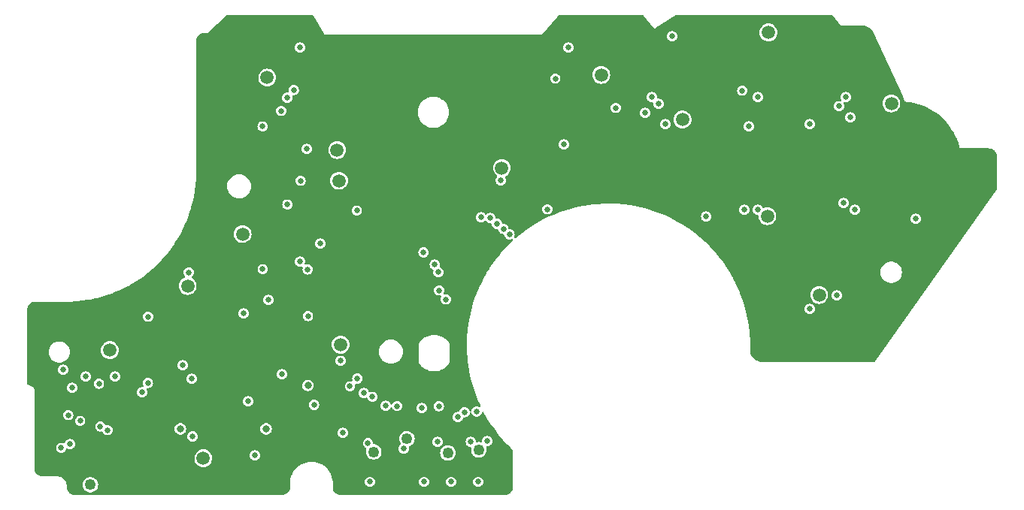
<source format=gbr>
G04 #@! TF.GenerationSoftware,KiCad,Pcbnew,7.0.6*
G04 #@! TF.CreationDate,2023-12-22T13:42:25-08:00*
G04 #@! TF.ProjectId,procon_button_board,70726f63-6f6e-45f6-9275-74746f6e5f62,rev?*
G04 #@! TF.SameCoordinates,Original*
G04 #@! TF.FileFunction,Copper,L2,Inr*
G04 #@! TF.FilePolarity,Positive*
%FSLAX46Y46*%
G04 Gerber Fmt 4.6, Leading zero omitted, Abs format (unit mm)*
G04 Created by KiCad (PCBNEW 7.0.6) date 2023-12-22 13:42:25*
%MOMM*%
%LPD*%
G01*
G04 APERTURE LIST*
G04 #@! TA.AperFunction,ViaPad*
%ADD10C,0.800000*%
G04 #@! TD*
G04 #@! TA.AperFunction,ViaPad*
%ADD11C,0.650000*%
G04 #@! TD*
G04 #@! TA.AperFunction,ViaPad*
%ADD12C,1.500000*%
G04 #@! TD*
G04 #@! TA.AperFunction,ViaPad*
%ADD13C,1.250000*%
G04 #@! TD*
G04 APERTURE END LIST*
D10*
X126562720Y-138605612D03*
D11*
X99384720Y-162735612D03*
X181334234Y-123893767D03*
X122498720Y-121841612D03*
D10*
X141710917Y-160887606D03*
D11*
X106750720Y-161465612D03*
X118942720Y-153337612D03*
X169418000Y-133731000D03*
D10*
X107258720Y-156385612D03*
X124125528Y-160812249D03*
D11*
X115132720Y-148511612D03*
D10*
X125038720Y-156893612D03*
X185894937Y-135051757D03*
X190125683Y-139881547D03*
X190062720Y-138097612D03*
D11*
X113919000Y-156337000D03*
D10*
X131388720Y-155115612D03*
D11*
X117926720Y-145463612D03*
X130372720Y-133271612D03*
X160090720Y-121841612D03*
D10*
X129356720Y-159687612D03*
X115132720Y-161973612D03*
D11*
X149860000Y-132461000D03*
D10*
X150842087Y-161464691D03*
D11*
X181198902Y-144250066D03*
X147193000Y-142875000D03*
X123514720Y-148511612D03*
X163830000Y-129921000D03*
D10*
X125546720Y-140383612D03*
X143764000Y-153670000D03*
D11*
X193432979Y-134393539D03*
D10*
X122755581Y-138503280D03*
D11*
X138303000Y-134493000D03*
X100946952Y-161373173D03*
X115640720Y-153591612D03*
X121990720Y-156131612D03*
X185236720Y-145717612D03*
X125800720Y-153083612D03*
X125726872Y-123395697D03*
X155693975Y-134493000D03*
X173579679Y-135300648D03*
X163392720Y-123063000D03*
X197174720Y-135557612D03*
X121482720Y-146225612D03*
X185236720Y-124889612D03*
X134239000Y-134620000D03*
X101924720Y-160957612D03*
X114624720Y-152067612D03*
X101162720Y-152575612D03*
X147898720Y-165209612D03*
X101747324Y-157686249D03*
X102178720Y-154607612D03*
X158058720Y-116253612D03*
X157550720Y-127175612D03*
X127832720Y-116253612D03*
D12*
X132029200Y-127812800D03*
D11*
X128594720Y-127683612D03*
X103080657Y-158348830D03*
X144850720Y-165209612D03*
X103702720Y-153337612D03*
D13*
X104227219Y-165552532D03*
D11*
X143009050Y-140716947D03*
D10*
X128727900Y-154353612D03*
D11*
X105199223Y-154153663D03*
X110727900Y-146596924D03*
X115316000Y-141605000D03*
X128736649Y-146524700D03*
D12*
X115189000Y-143129000D03*
D10*
X124022720Y-159253572D03*
D11*
X123638935Y-141228354D03*
X128714653Y-141267635D03*
D10*
X114370720Y-159253572D03*
D11*
X110706298Y-154065640D03*
X105357449Y-158975997D03*
X141802720Y-165209612D03*
X135706720Y-165209612D03*
X106157243Y-159380831D03*
D12*
X186309000Y-144145000D03*
D11*
X188284720Y-144193612D03*
X148228722Y-135386049D03*
X188538720Y-122857612D03*
X130118720Y-138351612D03*
X189046720Y-133779612D03*
X166694720Y-123619612D03*
D13*
X147987385Y-161597812D03*
D11*
X141753211Y-139354258D03*
X144272000Y-144653000D03*
D13*
X136143221Y-161833702D03*
X144500157Y-161945912D03*
D11*
X143425971Y-141587729D03*
X143510000Y-143637000D03*
D13*
X139885396Y-160369374D03*
D11*
X135028817Y-155203798D03*
D12*
X161772602Y-119345941D03*
D11*
X156591000Y-119761000D03*
X148919230Y-160614197D03*
X147736989Y-157287885D03*
D12*
X180594000Y-114554000D03*
D11*
X151434800Y-137312400D03*
X169742720Y-114983612D03*
X135996469Y-155618506D03*
X150438720Y-131239612D03*
D12*
X150571200Y-129844800D03*
D11*
X145612720Y-157909612D03*
D12*
X170924659Y-124371252D03*
D11*
X168980720Y-124889612D03*
X146374376Y-157366877D03*
X150759534Y-136710860D03*
X147074758Y-160698843D03*
X127832720Y-140383612D03*
X129425838Y-156526572D03*
D12*
X121384754Y-137280073D03*
D11*
X143491167Y-156695445D03*
X150030902Y-136134071D03*
X179394720Y-121841612D03*
D12*
X194437000Y-122555000D03*
D11*
X189300720Y-121841612D03*
X168218720Y-122603612D03*
D12*
X116954758Y-162557703D03*
D11*
X143326720Y-160703612D03*
X132658720Y-159687612D03*
D12*
X132416626Y-149752890D03*
D11*
X139515616Y-161471318D03*
X132404720Y-151559612D03*
X127140349Y-121050669D03*
X133468723Y-154436917D03*
X141548720Y-156893612D03*
D12*
X124148000Y-119635612D03*
D11*
X137484720Y-156639612D03*
D12*
X132232400Y-131267200D03*
D11*
X127905066Y-131272542D03*
X134284974Y-153564714D03*
D12*
X180467000Y-135255000D03*
D11*
X149261976Y-135483192D03*
X177634335Y-121110921D03*
X138771393Y-156665823D03*
X179394720Y-134541612D03*
X167456720Y-121841612D03*
X135499804Y-160857483D03*
X110052720Y-155115612D03*
D12*
X106426000Y-150368000D03*
D11*
X122752720Y-162227612D03*
X107004720Y-153337612D03*
X115739662Y-160096670D03*
X124276720Y-144701612D03*
X123629229Y-125152363D03*
X126400528Y-121917191D03*
X126428426Y-133955211D03*
X177870720Y-134541612D03*
X178378720Y-125143612D03*
X189808720Y-124127612D03*
X190316720Y-134541612D03*
G04 #@! TA.AperFunction,Conductor*
G36*
X129286932Y-112616185D02*
G01*
X129326648Y-112657418D01*
X130536808Y-114705380D01*
X130547001Y-114727966D01*
X130547500Y-114728652D01*
X130547500Y-114728654D01*
X130562174Y-114748852D01*
X130565388Y-114753747D01*
X130569574Y-114760830D01*
X130575797Y-114768358D01*
X130575407Y-114768679D01*
X130581242Y-114775095D01*
X130585888Y-114781490D01*
X130595311Y-114788336D01*
X130605995Y-114792963D01*
X130605997Y-114792965D01*
X130613867Y-114793711D01*
X130622363Y-114795475D01*
X130622443Y-114794973D01*
X130632081Y-114796500D01*
X130632083Y-114796500D01*
X130640314Y-114796500D01*
X130646175Y-114796778D01*
X130671854Y-114799215D01*
X130696491Y-114796500D01*
X155042236Y-114796500D01*
X155046629Y-114796656D01*
X155073454Y-114798560D01*
X155073454Y-114798559D01*
X155073456Y-114798560D01*
X155077874Y-114795805D01*
X155105159Y-114783098D01*
X155110112Y-114781490D01*
X155125928Y-114759720D01*
X155128601Y-114756301D01*
X156753960Y-112823442D01*
X156907636Y-112640694D01*
X156965849Y-112602053D01*
X157002541Y-112596500D01*
X166442850Y-112596500D01*
X166509889Y-112616185D01*
X166538108Y-112641116D01*
X167666733Y-113995467D01*
X167713698Y-114051824D01*
X167718649Y-114058662D01*
X167730083Y-114076955D01*
X167741785Y-114081681D01*
X167761399Y-114091715D01*
X167772088Y-114098445D01*
X167772091Y-114098444D01*
X167781238Y-114100758D01*
X167790637Y-114101414D01*
X167790639Y-114101415D01*
X167802884Y-114098360D01*
X167824666Y-114094946D01*
X167837253Y-114094110D01*
X167853831Y-114080293D01*
X167860646Y-114075359D01*
X170196666Y-112615347D01*
X170262386Y-112596500D01*
X187739394Y-112596500D01*
X187806433Y-112616185D01*
X187836616Y-112643533D01*
X188717919Y-113756758D01*
X188735888Y-113781490D01*
X188737630Y-113782056D01*
X188767991Y-113796743D01*
X188769507Y-113797751D01*
X188769525Y-113797763D01*
X188800072Y-113796500D01*
X191155671Y-113796500D01*
X191180387Y-113796500D01*
X191184796Y-113796657D01*
X191373144Y-113810143D01*
X191390665Y-113812665D01*
X191568657Y-113851431D01*
X191585648Y-113856426D01*
X191756297Y-113920157D01*
X191772393Y-113927517D01*
X191932228Y-114014914D01*
X191947112Y-114024494D01*
X191983564Y-114051824D01*
X192092850Y-114133763D01*
X192106226Y-114145373D01*
X192234917Y-114274299D01*
X192246501Y-114287694D01*
X192332732Y-114403146D01*
X192355498Y-114433626D01*
X192365058Y-114448539D01*
X192455278Y-114614259D01*
X192457255Y-114618220D01*
X192461021Y-114626493D01*
X192463658Y-114632288D01*
X195710478Y-121766954D01*
X195939041Y-122269205D01*
X195940646Y-122274305D01*
X195956876Y-122308396D01*
X195963942Y-122323923D01*
X195966016Y-122327594D01*
X195968835Y-122333515D01*
X195969968Y-122334295D01*
X195991122Y-122352707D01*
X195995915Y-122357943D01*
X195995916Y-122357943D01*
X195996963Y-122358536D01*
X196000176Y-122359430D01*
X196013196Y-122364050D01*
X196013198Y-122364052D01*
X196029473Y-122365344D01*
X196030146Y-122365398D01*
X196037638Y-122366456D01*
X196061778Y-122371381D01*
X196084938Y-122371417D01*
X196106882Y-122373974D01*
X196536456Y-122424038D01*
X196540898Y-122424723D01*
X197029505Y-122518461D01*
X197033890Y-122519471D01*
X197514272Y-122648843D01*
X197518600Y-122650181D01*
X197930639Y-122794356D01*
X197988166Y-122814485D01*
X197992404Y-122816145D01*
X198087781Y-122857612D01*
X198448611Y-123014490D01*
X198452723Y-123016460D01*
X198893127Y-123247781D01*
X198897082Y-123250048D01*
X199319305Y-123513094D01*
X199323084Y-123515646D01*
X199465470Y-123619611D01*
X199720941Y-123806148D01*
X199724841Y-123808995D01*
X199728421Y-123811817D01*
X200107542Y-124133885D01*
X200110905Y-124136962D01*
X200465358Y-124486022D01*
X200468486Y-124489338D01*
X200689806Y-124741912D01*
X200787479Y-124853379D01*
X200796321Y-124863469D01*
X200799197Y-124867006D01*
X201098676Y-125264225D01*
X201101285Y-125267964D01*
X201370772Y-125686103D01*
X201373099Y-125690023D01*
X201611143Y-126126833D01*
X201613176Y-126130914D01*
X201818491Y-126584025D01*
X201820218Y-126588244D01*
X201830015Y-126614924D01*
X201980737Y-127025377D01*
X201991690Y-127055203D01*
X201993103Y-127059537D01*
X202088523Y-127393382D01*
X202104402Y-127448938D01*
X202122726Y-127513046D01*
X202127500Y-127547123D01*
X202127500Y-127548654D01*
X202127962Y-127550077D01*
X202128140Y-127550357D01*
X202136862Y-127566193D01*
X202136864Y-127566195D01*
X202147800Y-127577582D01*
X202153244Y-127584088D01*
X202165889Y-127601491D01*
X202168516Y-127603400D01*
X202198482Y-127612080D01*
X202212193Y-127616536D01*
X202219452Y-127618155D01*
X202225902Y-127620024D01*
X202225902Y-127620023D01*
X202225903Y-127620024D01*
X202226183Y-127620029D01*
X202255257Y-127616500D01*
X205401071Y-127616500D01*
X205424951Y-127616500D01*
X205431031Y-127616799D01*
X205494327Y-127623032D01*
X205591335Y-127632587D01*
X205615163Y-127637326D01*
X205760544Y-127681427D01*
X205782989Y-127690724D01*
X205916967Y-127762337D01*
X205937174Y-127775839D01*
X206007858Y-127833848D01*
X206054601Y-127872208D01*
X206071791Y-127889398D01*
X206168159Y-128006824D01*
X206181663Y-128027034D01*
X206253272Y-128161003D01*
X206262575Y-128183462D01*
X206306671Y-128328830D01*
X206311413Y-128352671D01*
X206327200Y-128512968D01*
X206327499Y-128519048D01*
X206327499Y-132174746D01*
X206307814Y-132241785D01*
X206304803Y-132246255D01*
X192612978Y-151643009D01*
X192558236Y-151686426D01*
X192511674Y-151695500D01*
X179959501Y-151695500D01*
X179959493Y-151695499D01*
X179945059Y-151695499D01*
X179920567Y-151695499D01*
X179915703Y-151695308D01*
X179833599Y-151688848D01*
X179708922Y-151679038D01*
X179689704Y-151675994D01*
X179495146Y-151629288D01*
X179476640Y-151623276D01*
X179291772Y-151546705D01*
X179274435Y-151537871D01*
X179103835Y-151433331D01*
X179088093Y-151421894D01*
X178935936Y-151291943D01*
X178922176Y-151278184D01*
X178914656Y-151269379D01*
X178792226Y-151126035D01*
X178780791Y-151110296D01*
X178708783Y-150992793D01*
X178676239Y-150939687D01*
X178667406Y-150922350D01*
X178590835Y-150737494D01*
X178584822Y-150718989D01*
X178538109Y-150524422D01*
X178535066Y-150505206D01*
X178519815Y-150311428D01*
X178518895Y-150299749D01*
X178518734Y-150292995D01*
X178530572Y-149911377D01*
X178516871Y-149135651D01*
X178516871Y-149135640D01*
X178479182Y-148567946D01*
X178465477Y-148361508D01*
X178376511Y-147590779D01*
X178376510Y-147590769D01*
X178250185Y-146825284D01*
X178086799Y-146066846D01*
X178086799Y-146066845D01*
X177993592Y-145717612D01*
X184656254Y-145717612D01*
X184676032Y-145867846D01*
X184676033Y-145867848D01*
X184715865Y-145964012D01*
X184734022Y-146007845D01*
X184826269Y-146128063D01*
X184946487Y-146220310D01*
X185086484Y-146278299D01*
X185161601Y-146288188D01*
X185236719Y-146298078D01*
X185236720Y-146298078D01*
X185236721Y-146298078D01*
X185286798Y-146291484D01*
X185386956Y-146278299D01*
X185526953Y-146220310D01*
X185647171Y-146128063D01*
X185739418Y-146007845D01*
X185797407Y-145867848D01*
X185817186Y-145717612D01*
X185810249Y-145664924D01*
X185804403Y-145620516D01*
X185797407Y-145567376D01*
X185739418Y-145427379D01*
X185647171Y-145307161D01*
X185526953Y-145214914D01*
X185526949Y-145214912D01*
X185386956Y-145156925D01*
X185386954Y-145156924D01*
X185236721Y-145137146D01*
X185236719Y-145137146D01*
X185086485Y-145156924D01*
X185086483Y-145156925D01*
X184946490Y-145214912D01*
X184826269Y-145307161D01*
X184734020Y-145427382D01*
X184676033Y-145567375D01*
X184676032Y-145567377D01*
X184656254Y-145717611D01*
X184656254Y-145717612D01*
X177993592Y-145717612D01*
X177886732Y-145317225D01*
X177886732Y-145317224D01*
X177650462Y-144578224D01*
X177488347Y-144145000D01*
X185303659Y-144145000D01*
X185322975Y-144341129D01*
X185380188Y-144529733D01*
X185473086Y-144703532D01*
X185473090Y-144703539D01*
X185598116Y-144855883D01*
X185750460Y-144980909D01*
X185750467Y-144980913D01*
X185924266Y-145073811D01*
X185924269Y-145073811D01*
X185924273Y-145073814D01*
X186112868Y-145131024D01*
X186309000Y-145150341D01*
X186505132Y-145131024D01*
X186693727Y-145073814D01*
X186700762Y-145070054D01*
X186780632Y-145027361D01*
X186867538Y-144980910D01*
X187019883Y-144855883D01*
X187144910Y-144703538D01*
X187226242Y-144551377D01*
X187237811Y-144529733D01*
X187237811Y-144529732D01*
X187237814Y-144529727D01*
X187295024Y-144341132D01*
X187309553Y-144193612D01*
X187704254Y-144193612D01*
X187724032Y-144343846D01*
X187724033Y-144343848D01*
X187752006Y-144411382D01*
X187782022Y-144483845D01*
X187874269Y-144604063D01*
X187994487Y-144696310D01*
X188134484Y-144754299D01*
X188192850Y-144761983D01*
X188284719Y-144774078D01*
X188284720Y-144774078D01*
X188284721Y-144774078D01*
X188376590Y-144761983D01*
X188434956Y-144754299D01*
X188574953Y-144696310D01*
X188695171Y-144604063D01*
X188787418Y-144483845D01*
X188845407Y-144343848D01*
X188865186Y-144193612D01*
X188858249Y-144140924D01*
X188845407Y-144043377D01*
X188845407Y-144043376D01*
X188787418Y-143903379D01*
X188695171Y-143783161D01*
X188574953Y-143690914D01*
X188574949Y-143690912D01*
X188434956Y-143632925D01*
X188434954Y-143632924D01*
X188284721Y-143613146D01*
X188284719Y-143613146D01*
X188134485Y-143632924D01*
X188134483Y-143632925D01*
X187994490Y-143690912D01*
X187994487Y-143690913D01*
X187994487Y-143690914D01*
X187874269Y-143783161D01*
X187801895Y-143877481D01*
X187782020Y-143903382D01*
X187724033Y-144043375D01*
X187724032Y-144043377D01*
X187704254Y-144193611D01*
X187704254Y-144193612D01*
X187309553Y-144193612D01*
X187314341Y-144145000D01*
X187295024Y-143948868D01*
X187237814Y-143760273D01*
X187237811Y-143760269D01*
X187237811Y-143760266D01*
X187144913Y-143586467D01*
X187144909Y-143586460D01*
X187019883Y-143434116D01*
X186867539Y-143309090D01*
X186867532Y-143309086D01*
X186693733Y-143216188D01*
X186693727Y-143216186D01*
X186505132Y-143158976D01*
X186505129Y-143158975D01*
X186309000Y-143139659D01*
X186112870Y-143158975D01*
X185924266Y-143216188D01*
X185750467Y-143309086D01*
X185750460Y-143309090D01*
X185598116Y-143434116D01*
X185473090Y-143586460D01*
X185473086Y-143586467D01*
X185380188Y-143760266D01*
X185322975Y-143948870D01*
X185303659Y-144145000D01*
X177488347Y-144145000D01*
X177406858Y-143927233D01*
X177378554Y-143851595D01*
X177378552Y-143851590D01*
X177378552Y-143851589D01*
X177071641Y-143139035D01*
X177071641Y-143139034D01*
X176787198Y-142558125D01*
X176730453Y-142442236D01*
X176604671Y-142214147D01*
X176355799Y-141762850D01*
X176252906Y-141596000D01*
X193222356Y-141596000D01*
X193242884Y-141817535D01*
X193242885Y-141817537D01*
X193303769Y-142031523D01*
X193303775Y-142031538D01*
X193402938Y-142230683D01*
X193402943Y-142230691D01*
X193537020Y-142408238D01*
X193701437Y-142558123D01*
X193701439Y-142558125D01*
X193890595Y-142675245D01*
X193890596Y-142675245D01*
X193890599Y-142675247D01*
X194098060Y-142755618D01*
X194316757Y-142796500D01*
X194316759Y-142796500D01*
X194539241Y-142796500D01*
X194539243Y-142796500D01*
X194757940Y-142755618D01*
X194965401Y-142675247D01*
X195154562Y-142558124D01*
X195318981Y-142408236D01*
X195453058Y-142230689D01*
X195552229Y-142031528D01*
X195613115Y-141817536D01*
X195633643Y-141596000D01*
X195632876Y-141587728D01*
X195613115Y-141374464D01*
X195613114Y-141374462D01*
X195610710Y-141366014D01*
X195552229Y-141160472D01*
X195530782Y-141117400D01*
X195453061Y-140961316D01*
X195453056Y-140961308D01*
X195318979Y-140783761D01*
X195154562Y-140633876D01*
X195154560Y-140633874D01*
X194965404Y-140516754D01*
X194965398Y-140516752D01*
X194757940Y-140436382D01*
X194539243Y-140395500D01*
X194316757Y-140395500D01*
X194098060Y-140436382D01*
X193966864Y-140487207D01*
X193890601Y-140516752D01*
X193890595Y-140516754D01*
X193701439Y-140633874D01*
X193701437Y-140633876D01*
X193537020Y-140783761D01*
X193402943Y-140961308D01*
X193402938Y-140961316D01*
X193303775Y-141160461D01*
X193303769Y-141160476D01*
X193242885Y-141374462D01*
X193242884Y-141374464D01*
X193222356Y-141595999D01*
X193222356Y-141596000D01*
X176252906Y-141596000D01*
X175948552Y-141102465D01*
X175509696Y-140462675D01*
X175509695Y-140462674D01*
X175489714Y-140436382D01*
X175040253Y-139844968D01*
X175040247Y-139844960D01*
X174541345Y-139250820D01*
X174541338Y-139250812D01*
X174014130Y-138681611D01*
X173954359Y-138623065D01*
X173459875Y-138138711D01*
X173208719Y-137915577D01*
X173208617Y-137915413D01*
X172876073Y-137619869D01*
X172876073Y-137619870D01*
X172876064Y-137619862D01*
X172263295Y-137127192D01*
X171626999Y-136665307D01*
X171479848Y-136569190D01*
X170968717Y-136235326D01*
X170968716Y-136235326D01*
X170290062Y-135838304D01*
X170039502Y-135707846D01*
X169592664Y-135475192D01*
X169212841Y-135300648D01*
X172999213Y-135300648D01*
X173018991Y-135450882D01*
X173018992Y-135450884D01*
X173061540Y-135553605D01*
X173076981Y-135590881D01*
X173169228Y-135711099D01*
X173289446Y-135803346D01*
X173429443Y-135861335D01*
X173504561Y-135871224D01*
X173579678Y-135881114D01*
X173579679Y-135881114D01*
X173579680Y-135881114D01*
X173629757Y-135874520D01*
X173729915Y-135861335D01*
X173869912Y-135803346D01*
X173990130Y-135711099D01*
X174082377Y-135590881D01*
X174140366Y-135450884D01*
X174160145Y-135300648D01*
X174155765Y-135267382D01*
X174144352Y-135180686D01*
X174140366Y-135150412D01*
X174082377Y-135010415D01*
X173990130Y-134890197D01*
X173869912Y-134797950D01*
X173869908Y-134797948D01*
X173729915Y-134739961D01*
X173729913Y-134739960D01*
X173579680Y-134720182D01*
X173579678Y-134720182D01*
X173429444Y-134739960D01*
X173429442Y-134739961D01*
X173289449Y-134797948D01*
X173289446Y-134797949D01*
X173289446Y-134797950D01*
X173169228Y-134890197D01*
X173083708Y-135001649D01*
X173076979Y-135010418D01*
X173018992Y-135150411D01*
X173018991Y-135150413D01*
X172999213Y-135300647D01*
X172999213Y-135300648D01*
X169212841Y-135300648D01*
X168878227Y-135146879D01*
X168878220Y-135146876D01*
X168878211Y-135146872D01*
X168148472Y-134854155D01*
X167617944Y-134671136D01*
X167405205Y-134597747D01*
X167212107Y-134541612D01*
X177290254Y-134541612D01*
X177310032Y-134691846D01*
X177310033Y-134691848D01*
X177365336Y-134825362D01*
X177368022Y-134831845D01*
X177460269Y-134952063D01*
X177580487Y-135044310D01*
X177720484Y-135102299D01*
X177789636Y-135111403D01*
X177870719Y-135122078D01*
X177870720Y-135122078D01*
X177870721Y-135122078D01*
X177951804Y-135111403D01*
X178020956Y-135102299D01*
X178160953Y-135044310D01*
X178281171Y-134952063D01*
X178373418Y-134831845D01*
X178431407Y-134691848D01*
X178451186Y-134541612D01*
X178814254Y-134541612D01*
X178834032Y-134691846D01*
X178834033Y-134691848D01*
X178889336Y-134825362D01*
X178892022Y-134831845D01*
X178984269Y-134952063D01*
X179104487Y-135044310D01*
X179244484Y-135102299D01*
X179354745Y-135116815D01*
X179418642Y-135145081D01*
X179457113Y-135203406D01*
X179461964Y-135251899D01*
X179461659Y-135254998D01*
X179461659Y-135254999D01*
X179480975Y-135451129D01*
X179480976Y-135451132D01*
X179523367Y-135590877D01*
X179538188Y-135639733D01*
X179631086Y-135813532D01*
X179631090Y-135813539D01*
X179756116Y-135965883D01*
X179908460Y-136090909D01*
X179908467Y-136090913D01*
X180082266Y-136183811D01*
X180082269Y-136183811D01*
X180082273Y-136183814D01*
X180270868Y-136241024D01*
X180467000Y-136260341D01*
X180663132Y-136241024D01*
X180851727Y-136183814D01*
X181025538Y-136090910D01*
X181177883Y-135965883D01*
X181302910Y-135813538D01*
X181395814Y-135639727D01*
X181420723Y-135557612D01*
X196594254Y-135557612D01*
X196614032Y-135707846D01*
X196614033Y-135707848D01*
X196668069Y-135838303D01*
X196672022Y-135847845D01*
X196764269Y-135968063D01*
X196884487Y-136060310D01*
X197024484Y-136118299D01*
X197099602Y-136128188D01*
X197174719Y-136138078D01*
X197174720Y-136138078D01*
X197174721Y-136138078D01*
X197224798Y-136131484D01*
X197324956Y-136118299D01*
X197464953Y-136060310D01*
X197585171Y-135968063D01*
X197677418Y-135847845D01*
X197735407Y-135707848D01*
X197755186Y-135557612D01*
X197754658Y-135553605D01*
X197735407Y-135407377D01*
X197735407Y-135407376D01*
X197677418Y-135267379D01*
X197585171Y-135147161D01*
X197464953Y-135054914D01*
X197464949Y-135054912D01*
X197324956Y-134996925D01*
X197324954Y-134996924D01*
X197174721Y-134977146D01*
X197174719Y-134977146D01*
X197024485Y-134996924D01*
X197024483Y-134996925D01*
X196884490Y-135054912D01*
X196884487Y-135054913D01*
X196884487Y-135054914D01*
X196764269Y-135147161D01*
X196681523Y-135254998D01*
X196672020Y-135267382D01*
X196614033Y-135407375D01*
X196614032Y-135407377D01*
X196594254Y-135557611D01*
X196594254Y-135557612D01*
X181420723Y-135557612D01*
X181453024Y-135451132D01*
X181472341Y-135255000D01*
X181453024Y-135058868D01*
X181395814Y-134870273D01*
X181395811Y-134870269D01*
X181395811Y-134870266D01*
X181302913Y-134696467D01*
X181302909Y-134696460D01*
X181177883Y-134544116D01*
X181174832Y-134541612D01*
X189736254Y-134541612D01*
X189756032Y-134691846D01*
X189756033Y-134691848D01*
X189811336Y-134825362D01*
X189814022Y-134831845D01*
X189906269Y-134952063D01*
X190026487Y-135044310D01*
X190166484Y-135102299D01*
X190235636Y-135111403D01*
X190316719Y-135122078D01*
X190316720Y-135122078D01*
X190316721Y-135122078D01*
X190397804Y-135111403D01*
X190466956Y-135102299D01*
X190606953Y-135044310D01*
X190727171Y-134952063D01*
X190819418Y-134831845D01*
X190877407Y-134691848D01*
X190897186Y-134541612D01*
X190890071Y-134487572D01*
X190877407Y-134391377D01*
X190877407Y-134391376D01*
X190819418Y-134251379D01*
X190727171Y-134131161D01*
X190606953Y-134038914D01*
X190606949Y-134038912D01*
X190466956Y-133980925D01*
X190466954Y-133980924D01*
X190316721Y-133961146D01*
X190316719Y-133961146D01*
X190166485Y-133980924D01*
X190166483Y-133980925D01*
X190026490Y-134038912D01*
X190026487Y-134038913D01*
X190026487Y-134038914D01*
X189906269Y-134131161D01*
X189846120Y-134209549D01*
X189814020Y-134251382D01*
X189756033Y-134391375D01*
X189756032Y-134391377D01*
X189736254Y-134541611D01*
X189736254Y-134541612D01*
X181174832Y-134541612D01*
X181025539Y-134419090D01*
X181025532Y-134419086D01*
X180851733Y-134326188D01*
X180851727Y-134326186D01*
X180663132Y-134268976D01*
X180663129Y-134268975D01*
X180467000Y-134249659D01*
X180270870Y-134268975D01*
X180082263Y-134326189D01*
X180076945Y-134329032D01*
X180008542Y-134343269D01*
X179943299Y-134318265D01*
X179903938Y-134267120D01*
X179897419Y-134251382D01*
X179897418Y-134251379D01*
X179805171Y-134131161D01*
X179684953Y-134038914D01*
X179684949Y-134038912D01*
X179544956Y-133980925D01*
X179544954Y-133980924D01*
X179394721Y-133961146D01*
X179394719Y-133961146D01*
X179244485Y-133980924D01*
X179244483Y-133980925D01*
X179104490Y-134038912D01*
X179104487Y-134038913D01*
X179104487Y-134038914D01*
X178984269Y-134131161D01*
X178924120Y-134209549D01*
X178892020Y-134251382D01*
X178834033Y-134391375D01*
X178834032Y-134391377D01*
X178814254Y-134541611D01*
X178814254Y-134541612D01*
X178451186Y-134541612D01*
X178444071Y-134487572D01*
X178431407Y-134391377D01*
X178431407Y-134391376D01*
X178373418Y-134251379D01*
X178281171Y-134131161D01*
X178160953Y-134038914D01*
X178160949Y-134038912D01*
X178020956Y-133980925D01*
X178020954Y-133980924D01*
X177870721Y-133961146D01*
X177870719Y-133961146D01*
X177720485Y-133980924D01*
X177720483Y-133980925D01*
X177580490Y-134038912D01*
X177580487Y-134038913D01*
X177580487Y-134038914D01*
X177460269Y-134131161D01*
X177400120Y-134209549D01*
X177368020Y-134251382D01*
X177310033Y-134391375D01*
X177310032Y-134391377D01*
X177290254Y-134541611D01*
X177290254Y-134541612D01*
X167212107Y-134541612D01*
X166650198Y-134378261D01*
X166650197Y-134378260D01*
X166650191Y-134378259D01*
X166246991Y-134282310D01*
X165885294Y-134196237D01*
X165112352Y-134052115D01*
X165010386Y-134038259D01*
X164333263Y-133946248D01*
X163549870Y-133878888D01*
X162764140Y-133850205D01*
X162764137Y-133850205D01*
X162764136Y-133850205D01*
X162502069Y-133853557D01*
X161977929Y-133860264D01*
X161411737Y-133895457D01*
X161193188Y-133909042D01*
X161193184Y-133909042D01*
X161193175Y-133909043D01*
X160796883Y-133953358D01*
X160411795Y-133996420D01*
X159635655Y-134122187D01*
X158866653Y-134286037D01*
X158106657Y-134487572D01*
X157451136Y-134696467D01*
X157357506Y-134726304D01*
X156972450Y-134870266D01*
X156633674Y-134996925D01*
X156621033Y-135001651D01*
X156418421Y-135089006D01*
X155899022Y-135312942D01*
X155193219Y-135659427D01*
X154505341Y-136040261D01*
X153891734Y-136420630D01*
X153837061Y-136454521D01*
X153322544Y-136809702D01*
X153189999Y-136901200D01*
X152902542Y-137121310D01*
X152565736Y-137379207D01*
X152131109Y-137747347D01*
X152067231Y-137775656D01*
X151998189Y-137764937D01*
X151945902Y-137718591D01*
X151926972Y-137651335D01*
X151936403Y-137605275D01*
X151937496Y-137602634D01*
X151937498Y-137602633D01*
X151995487Y-137462636D01*
X152015266Y-137312400D01*
X152010770Y-137278253D01*
X152002253Y-137213558D01*
X151995487Y-137162164D01*
X151937498Y-137022167D01*
X151845251Y-136901949D01*
X151725033Y-136809702D01*
X151725029Y-136809700D01*
X151617637Y-136765217D01*
X151585036Y-136751713D01*
X151435484Y-136732024D01*
X151371588Y-136703757D01*
X151333117Y-136645433D01*
X151328732Y-136625277D01*
X151320221Y-136560624D01*
X151262232Y-136420627D01*
X151169985Y-136300409D01*
X151049767Y-136208162D01*
X151049763Y-136208160D01*
X150909770Y-136150173D01*
X150909768Y-136150172D01*
X150759535Y-136130394D01*
X150759531Y-136130394D01*
X150736354Y-136133445D01*
X150667318Y-136122679D01*
X150615063Y-136076298D01*
X150597231Y-136026691D01*
X150591860Y-135985891D01*
X150591589Y-135983835D01*
X150533600Y-135843838D01*
X150441353Y-135723620D01*
X150321135Y-135631373D01*
X150321131Y-135631371D01*
X150181138Y-135573384D01*
X150181136Y-135573383D01*
X150030903Y-135553605D01*
X150030899Y-135553605D01*
X149977702Y-135560608D01*
X149908667Y-135549842D01*
X149856412Y-135503461D01*
X149838579Y-135453856D01*
X149822663Y-135332956D01*
X149764674Y-135192959D01*
X149672427Y-135072741D01*
X149552209Y-134980494D01*
X149552205Y-134980492D01*
X149412212Y-134922505D01*
X149412210Y-134922504D01*
X149261977Y-134902726D01*
X149261975Y-134902726D01*
X149111741Y-134922504D01*
X149111739Y-134922505D01*
X148971745Y-134980492D01*
X148971742Y-134980494D01*
X148863160Y-135063812D01*
X148797991Y-135089006D01*
X148729546Y-135074967D01*
X148689300Y-135040925D01*
X148639173Y-134975598D01*
X148518955Y-134883351D01*
X148518951Y-134883349D01*
X148378958Y-134825362D01*
X148378956Y-134825361D01*
X148228723Y-134805583D01*
X148228721Y-134805583D01*
X148078487Y-134825361D01*
X148078485Y-134825362D01*
X147938492Y-134883349D01*
X147938489Y-134883350D01*
X147938489Y-134883351D01*
X147818271Y-134975598D01*
X147754376Y-135058868D01*
X147726022Y-135095819D01*
X147668035Y-135235812D01*
X147668034Y-135235814D01*
X147648256Y-135386048D01*
X147648256Y-135386049D01*
X147668034Y-135536283D01*
X147668035Y-135536285D01*
X147719041Y-135659425D01*
X147726024Y-135676282D01*
X147818271Y-135796500D01*
X147938489Y-135888747D01*
X148078486Y-135946736D01*
X148153603Y-135956625D01*
X148228721Y-135966515D01*
X148228722Y-135966515D01*
X148228723Y-135966515D01*
X148278800Y-135959921D01*
X148378958Y-135946736D01*
X148518955Y-135888747D01*
X148627537Y-135805428D01*
X148692705Y-135780234D01*
X148761150Y-135794272D01*
X148801398Y-135828317D01*
X148813308Y-135843838D01*
X148851525Y-135893643D01*
X148971743Y-135985890D01*
X149111740Y-136043879D01*
X149186858Y-136053768D01*
X149261975Y-136063658D01*
X149261976Y-136063658D01*
X149315174Y-136056654D01*
X149384208Y-136067419D01*
X149436464Y-136113799D01*
X149454298Y-136163407D01*
X149468954Y-136274732D01*
X149470215Y-136284306D01*
X149470215Y-136284307D01*
X149497947Y-136351259D01*
X149528204Y-136424304D01*
X149620451Y-136544522D01*
X149740669Y-136636769D01*
X149880666Y-136694758D01*
X150030902Y-136714537D01*
X150054080Y-136711485D01*
X150123113Y-136722249D01*
X150175369Y-136768628D01*
X150193204Y-136818237D01*
X150198847Y-136861096D01*
X150256836Y-137001093D01*
X150349083Y-137121311D01*
X150469301Y-137213558D01*
X150609298Y-137271547D01*
X150758850Y-137291235D01*
X150822745Y-137319501D01*
X150861216Y-137377825D01*
X150865601Y-137397986D01*
X150874113Y-137462636D01*
X150932102Y-137602633D01*
X151024349Y-137722851D01*
X151144567Y-137815098D01*
X151284564Y-137873087D01*
X151359682Y-137882976D01*
X151434799Y-137892866D01*
X151434800Y-137892866D01*
X151434801Y-137892866D01*
X151476318Y-137887400D01*
X151585036Y-137873087D01*
X151665070Y-137839935D01*
X151734536Y-137832467D01*
X151797015Y-137863741D01*
X151832668Y-137923830D01*
X151830175Y-137993655D01*
X151797229Y-138045053D01*
X151391571Y-138424520D01*
X151391565Y-138424526D01*
X150844523Y-138989287D01*
X150844517Y-138989293D01*
X150844510Y-138989301D01*
X150656118Y-139204022D01*
X150325967Y-139580312D01*
X150179610Y-139764708D01*
X149837155Y-140196168D01*
X149837156Y-140196168D01*
X149379281Y-140835351D01*
X149207296Y-141102302D01*
X149147866Y-141194549D01*
X148953449Y-141496318D01*
X148733389Y-141877962D01*
X148577443Y-142148416D01*
X148560695Y-142177461D01*
X148201974Y-142877125D01*
X148074591Y-143158976D01*
X147878159Y-143593607D01*
X147878157Y-143593611D01*
X147590030Y-144325180D01*
X147590026Y-144325191D01*
X147338293Y-145070054D01*
X147338293Y-145070055D01*
X147123555Y-145826430D01*
X146946343Y-146592457D01*
X146807082Y-147366291D01*
X146706113Y-148146030D01*
X146706113Y-148146031D01*
X146706112Y-148146045D01*
X146643678Y-148929826D01*
X146619932Y-149715730D01*
X146634932Y-150501851D01*
X146688640Y-151286278D01*
X146736427Y-151690596D01*
X146774760Y-152014925D01*
X146780928Y-152067106D01*
X146883047Y-152673161D01*
X146911573Y-152842457D01*
X147080249Y-153610397D01*
X147286557Y-154369116D01*
X147380664Y-154658135D01*
X147529685Y-155115808D01*
X147529993Y-155116752D01*
X147809959Y-155851474D01*
X147860142Y-155965884D01*
X148125783Y-156571516D01*
X148125786Y-156571522D01*
X148125786Y-156571523D01*
X148137710Y-156595432D01*
X148150014Y-156664209D01*
X148123180Y-156728721D01*
X148065729Y-156768484D01*
X147995900Y-156770875D01*
X147979292Y-156765333D01*
X147887228Y-156727199D01*
X147887223Y-156727197D01*
X147736990Y-156707419D01*
X147736988Y-156707419D01*
X147586754Y-156727197D01*
X147586752Y-156727198D01*
X147446759Y-156785185D01*
X147446756Y-156785186D01*
X147446756Y-156785187D01*
X147326538Y-156877434D01*
X147286322Y-156929845D01*
X147234289Y-156997655D01*
X147176302Y-157137648D01*
X147176302Y-157137649D01*
X147170632Y-157180715D01*
X147142365Y-157244611D01*
X147084040Y-157283081D01*
X147014175Y-157283912D01*
X146954952Y-157246839D01*
X146933132Y-157211980D01*
X146921356Y-157183551D01*
X146881471Y-157087259D01*
X146877076Y-157076648D01*
X146877076Y-157076647D01*
X146876789Y-157076273D01*
X146784827Y-156956426D01*
X146664609Y-156864179D01*
X146664605Y-156864177D01*
X146524612Y-156806190D01*
X146524610Y-156806189D01*
X146374377Y-156786411D01*
X146374375Y-156786411D01*
X146224141Y-156806189D01*
X146224139Y-156806190D01*
X146084146Y-156864177D01*
X146084143Y-156864178D01*
X146084143Y-156864179D01*
X145963925Y-156956426D01*
X145892075Y-157050063D01*
X145871676Y-157076647D01*
X145813688Y-157216641D01*
X145811891Y-157230298D01*
X145783624Y-157294195D01*
X145725299Y-157332665D01*
X145672767Y-157337051D01*
X145612721Y-157329146D01*
X145612719Y-157329146D01*
X145462485Y-157348924D01*
X145462483Y-157348925D01*
X145322490Y-157406912D01*
X145322487Y-157406913D01*
X145322487Y-157406914D01*
X145234958Y-157474078D01*
X145202269Y-157499161D01*
X145110020Y-157619382D01*
X145052033Y-157759375D01*
X145052032Y-157759377D01*
X145032254Y-157909611D01*
X145032254Y-157909612D01*
X145052032Y-158059846D01*
X145052033Y-158059848D01*
X145109503Y-158198594D01*
X145110022Y-158199845D01*
X145202269Y-158320063D01*
X145322487Y-158412310D01*
X145462484Y-158470299D01*
X145537601Y-158480188D01*
X145612719Y-158490078D01*
X145612720Y-158490078D01*
X145612721Y-158490078D01*
X145662798Y-158483484D01*
X145762956Y-158470299D01*
X145902953Y-158412310D01*
X146023171Y-158320063D01*
X146115418Y-158199845D01*
X146173407Y-158059848D01*
X146175205Y-158046190D01*
X146203467Y-157982298D01*
X146261790Y-157943824D01*
X146314326Y-157939437D01*
X146374376Y-157947343D01*
X146524612Y-157927564D01*
X146664609Y-157869575D01*
X146784827Y-157777328D01*
X146877074Y-157657110D01*
X146935063Y-157517113D01*
X146940732Y-157474047D01*
X146968998Y-157410152D01*
X147027322Y-157371680D01*
X147097186Y-157370848D01*
X147156410Y-157407920D01*
X147178232Y-157442780D01*
X147209020Y-157517110D01*
X147234291Y-157578118D01*
X147326538Y-157698336D01*
X147446756Y-157790583D01*
X147586753Y-157848572D01*
X147661871Y-157858461D01*
X147736988Y-157868351D01*
X147736989Y-157868351D01*
X147736990Y-157868351D01*
X147787067Y-157861758D01*
X147887225Y-157848572D01*
X148027222Y-157790583D01*
X148147440Y-157698336D01*
X148239687Y-157578118D01*
X148297676Y-157438121D01*
X148300433Y-157417177D01*
X148328699Y-157353281D01*
X148387024Y-157314810D01*
X148456888Y-157313979D01*
X148516112Y-157351051D01*
X148531476Y-157372622D01*
X148861850Y-157960605D01*
X148861851Y-157960606D01*
X149128352Y-158384550D01*
X149184141Y-158473299D01*
X149280302Y-158626269D01*
X149731027Y-159270495D01*
X149731027Y-159270494D01*
X149731034Y-159270504D01*
X150212956Y-159891752D01*
X150212955Y-159891752D01*
X150724905Y-160488514D01*
X150724904Y-160488514D01*
X151219853Y-161011004D01*
X151265632Y-161059330D01*
X151341361Y-161131752D01*
X151539047Y-161320806D01*
X151547939Y-161329312D01*
X151551411Y-161332913D01*
X151639531Y-161431998D01*
X151651577Y-161447972D01*
X151718577Y-161553575D01*
X151727897Y-161571278D01*
X151777041Y-161686279D01*
X151783393Y-161705251D01*
X151813403Y-161826661D01*
X151816621Y-161846408D01*
X151819004Y-161875838D01*
X151827298Y-161978269D01*
X151827500Y-161983255D01*
X151827500Y-165792951D01*
X151827201Y-165799032D01*
X151811413Y-165959329D01*
X151806671Y-165983169D01*
X151762575Y-166128537D01*
X151753272Y-166150996D01*
X151681663Y-166284965D01*
X151668159Y-166305175D01*
X151571791Y-166422601D01*
X151554601Y-166439791D01*
X151437175Y-166536159D01*
X151416965Y-166549663D01*
X151282996Y-166621272D01*
X151260537Y-166630575D01*
X151115169Y-166674671D01*
X151091329Y-166679413D01*
X150931032Y-166695201D01*
X150924951Y-166695500D01*
X132431049Y-166695500D01*
X132424968Y-166695201D01*
X132264671Y-166679413D01*
X132240830Y-166674671D01*
X132095462Y-166630575D01*
X132073005Y-166621273D01*
X131939035Y-166549663D01*
X131918824Y-166536159D01*
X131801398Y-166439791D01*
X131784208Y-166422601D01*
X131687840Y-166305175D01*
X131674336Y-166284965D01*
X131662525Y-166262868D01*
X131602724Y-166150989D01*
X131593427Y-166128544D01*
X131549326Y-165983163D01*
X131544587Y-165959335D01*
X131528799Y-165799031D01*
X131528500Y-165792951D01*
X131528500Y-165209612D01*
X135126254Y-165209612D01*
X135146032Y-165359846D01*
X135146033Y-165359848D01*
X135204022Y-165499845D01*
X135296269Y-165620063D01*
X135416487Y-165712310D01*
X135556484Y-165770299D01*
X135631601Y-165780188D01*
X135706719Y-165790078D01*
X135706720Y-165790078D01*
X135706721Y-165790078D01*
X135756798Y-165783485D01*
X135856956Y-165770299D01*
X135996953Y-165712310D01*
X136117171Y-165620063D01*
X136209418Y-165499845D01*
X136267407Y-165359848D01*
X136287186Y-165209612D01*
X141222254Y-165209612D01*
X141242032Y-165359846D01*
X141242033Y-165359848D01*
X141300022Y-165499845D01*
X141392269Y-165620063D01*
X141512487Y-165712310D01*
X141652484Y-165770299D01*
X141727602Y-165780188D01*
X141802719Y-165790078D01*
X141802720Y-165790078D01*
X141802721Y-165790078D01*
X141852798Y-165783485D01*
X141952956Y-165770299D01*
X142092953Y-165712310D01*
X142213171Y-165620063D01*
X142305418Y-165499845D01*
X142363407Y-165359848D01*
X142383186Y-165209612D01*
X144270254Y-165209612D01*
X144290032Y-165359846D01*
X144290033Y-165359848D01*
X144348022Y-165499845D01*
X144440269Y-165620063D01*
X144560487Y-165712310D01*
X144700484Y-165770299D01*
X144775602Y-165780188D01*
X144850719Y-165790078D01*
X144850720Y-165790078D01*
X144850721Y-165790078D01*
X144900798Y-165783485D01*
X145000956Y-165770299D01*
X145140953Y-165712310D01*
X145261171Y-165620063D01*
X145353418Y-165499845D01*
X145411407Y-165359848D01*
X145431186Y-165209612D01*
X147318254Y-165209612D01*
X147338032Y-165359846D01*
X147338033Y-165359848D01*
X147396022Y-165499845D01*
X147488269Y-165620063D01*
X147608487Y-165712310D01*
X147748484Y-165770299D01*
X147823601Y-165780188D01*
X147898719Y-165790078D01*
X147898720Y-165790078D01*
X147898721Y-165790078D01*
X147948798Y-165783485D01*
X148048956Y-165770299D01*
X148188953Y-165712310D01*
X148309171Y-165620063D01*
X148401418Y-165499845D01*
X148459407Y-165359848D01*
X148479186Y-165209612D01*
X148477257Y-165194963D01*
X148459407Y-165059377D01*
X148459407Y-165059376D01*
X148401418Y-164919379D01*
X148309171Y-164799161D01*
X148188953Y-164706914D01*
X148188949Y-164706912D01*
X148048956Y-164648925D01*
X148048954Y-164648924D01*
X147898721Y-164629146D01*
X147898719Y-164629146D01*
X147748485Y-164648924D01*
X147748483Y-164648925D01*
X147608490Y-164706912D01*
X147608487Y-164706913D01*
X147608487Y-164706914D01*
X147488269Y-164799161D01*
X147399494Y-164914855D01*
X147396020Y-164919382D01*
X147338033Y-165059375D01*
X147338032Y-165059377D01*
X147318254Y-165209611D01*
X147318254Y-165209612D01*
X145431186Y-165209612D01*
X145429257Y-165194963D01*
X145411407Y-165059377D01*
X145411407Y-165059376D01*
X145353418Y-164919379D01*
X145261171Y-164799161D01*
X145140953Y-164706914D01*
X145140949Y-164706912D01*
X145000956Y-164648925D01*
X145000954Y-164648924D01*
X144850721Y-164629146D01*
X144850719Y-164629146D01*
X144700485Y-164648924D01*
X144700483Y-164648925D01*
X144560490Y-164706912D01*
X144560487Y-164706913D01*
X144560487Y-164706914D01*
X144440269Y-164799161D01*
X144351494Y-164914855D01*
X144348020Y-164919382D01*
X144290033Y-165059375D01*
X144290032Y-165059377D01*
X144270254Y-165209611D01*
X144270254Y-165209612D01*
X142383186Y-165209612D01*
X142381257Y-165194963D01*
X142363407Y-165059377D01*
X142363407Y-165059376D01*
X142305418Y-164919379D01*
X142213171Y-164799161D01*
X142092953Y-164706914D01*
X142092949Y-164706912D01*
X141952956Y-164648925D01*
X141952954Y-164648924D01*
X141802721Y-164629146D01*
X141802719Y-164629146D01*
X141652485Y-164648924D01*
X141652483Y-164648925D01*
X141512490Y-164706912D01*
X141512487Y-164706913D01*
X141512487Y-164706914D01*
X141392269Y-164799161D01*
X141303494Y-164914855D01*
X141300020Y-164919382D01*
X141242033Y-165059375D01*
X141242032Y-165059377D01*
X141222254Y-165209611D01*
X141222254Y-165209612D01*
X136287186Y-165209612D01*
X136285257Y-165194963D01*
X136267407Y-165059377D01*
X136267407Y-165059376D01*
X136209418Y-164919379D01*
X136117171Y-164799161D01*
X135996953Y-164706914D01*
X135996949Y-164706912D01*
X135856956Y-164648925D01*
X135856954Y-164648924D01*
X135706721Y-164629146D01*
X135706719Y-164629146D01*
X135556485Y-164648924D01*
X135556483Y-164648925D01*
X135416490Y-164706912D01*
X135416487Y-164706913D01*
X135416487Y-164706914D01*
X135296269Y-164799161D01*
X135207494Y-164914855D01*
X135204020Y-164919382D01*
X135146033Y-165059375D01*
X135146032Y-165059377D01*
X135126254Y-165209611D01*
X135126254Y-165209612D01*
X131528500Y-165209612D01*
X131528500Y-165194974D01*
X131528499Y-165194963D01*
X131493684Y-164919382D01*
X131490642Y-164895302D01*
X131427384Y-164648925D01*
X131415525Y-164602737D01*
X131415524Y-164602734D01*
X131304336Y-164321904D01*
X131304335Y-164321903D01*
X131304334Y-164321901D01*
X131304332Y-164321896D01*
X131158816Y-164057205D01*
X131158810Y-164057198D01*
X131158808Y-164057193D01*
X130981280Y-163812846D01*
X130981272Y-163812836D01*
X130774505Y-163592652D01*
X130541763Y-163400111D01*
X130286738Y-163238268D01*
X130286732Y-163238265D01*
X130013436Y-163109661D01*
X130013431Y-163109659D01*
X129726164Y-163016320D01*
X129726161Y-163016319D01*
X129726160Y-163016319D01*
X129577808Y-162988019D01*
X129429453Y-162959719D01*
X129429446Y-162959718D01*
X129128005Y-162940754D01*
X129127995Y-162940754D01*
X128826553Y-162959718D01*
X128826546Y-162959719D01*
X128529835Y-163016320D01*
X128242568Y-163109659D01*
X128242563Y-163109661D01*
X127969267Y-163238265D01*
X127969261Y-163238268D01*
X127714236Y-163400111D01*
X127481494Y-163592652D01*
X127274727Y-163812836D01*
X127274719Y-163812846D01*
X127097191Y-164057193D01*
X127097184Y-164057205D01*
X126951664Y-164321903D01*
X126951663Y-164321904D01*
X126840475Y-164602734D01*
X126840474Y-164602737D01*
X126765357Y-164895304D01*
X126727500Y-165194963D01*
X126727499Y-165194974D01*
X126727500Y-165792951D01*
X126727201Y-165799032D01*
X126711413Y-165959329D01*
X126706671Y-165983169D01*
X126662575Y-166128537D01*
X126653272Y-166150996D01*
X126581663Y-166284965D01*
X126568159Y-166305175D01*
X126471791Y-166422601D01*
X126454601Y-166439791D01*
X126337175Y-166536159D01*
X126316965Y-166549663D01*
X126182996Y-166621272D01*
X126160537Y-166630575D01*
X126015169Y-166674671D01*
X125991329Y-166679413D01*
X125831032Y-166695201D01*
X125824951Y-166695500D01*
X102481049Y-166695500D01*
X102474968Y-166695201D01*
X102314671Y-166679413D01*
X102290830Y-166674671D01*
X102145462Y-166630575D01*
X102123005Y-166621273D01*
X101989035Y-166549663D01*
X101968824Y-166536159D01*
X101851398Y-166439791D01*
X101834208Y-166422601D01*
X101737840Y-166305175D01*
X101724336Y-166284965D01*
X101712525Y-166262868D01*
X101652724Y-166150989D01*
X101643427Y-166128544D01*
X101599326Y-165983163D01*
X101594587Y-165959335D01*
X101578799Y-165799031D01*
X101578500Y-165792951D01*
X101578500Y-165599721D01*
X101578499Y-165599716D01*
X101570179Y-165552532D01*
X103346897Y-165552532D01*
X103366134Y-165735561D01*
X103366135Y-165735564D01*
X103423002Y-165910585D01*
X103423005Y-165910591D01*
X103515024Y-166069972D01*
X103567756Y-166128537D01*
X103638168Y-166206738D01*
X103638170Y-166206740D01*
X103787053Y-166314910D01*
X103787054Y-166314910D01*
X103787058Y-166314913D01*
X103924172Y-166375960D01*
X103955180Y-166389766D01*
X103955185Y-166389768D01*
X104135200Y-166428032D01*
X104319238Y-166428032D01*
X104499253Y-166389768D01*
X104667380Y-166314913D01*
X104816269Y-166206739D01*
X104939414Y-166069972D01*
X105031433Y-165910591D01*
X105088304Y-165735561D01*
X105107541Y-165552532D01*
X105088304Y-165369503D01*
X105042695Y-165229134D01*
X105031435Y-165194478D01*
X105031432Y-165194472D01*
X104955162Y-165062369D01*
X104939414Y-165035092D01*
X104816269Y-164898325D01*
X104816267Y-164898323D01*
X104667384Y-164790153D01*
X104667381Y-164790151D01*
X104667380Y-164790151D01*
X104606331Y-164762970D01*
X104499257Y-164715297D01*
X104499252Y-164715295D01*
X104319238Y-164677032D01*
X104135200Y-164677032D01*
X103955185Y-164715295D01*
X103955180Y-164715297D01*
X103787058Y-164790151D01*
X103787053Y-164790153D01*
X103638170Y-164898323D01*
X103638168Y-164898325D01*
X103515023Y-165035093D01*
X103423005Y-165194472D01*
X103423002Y-165194478D01*
X103369271Y-165359848D01*
X103366134Y-165369503D01*
X103346897Y-165552532D01*
X101570179Y-165552532D01*
X101545062Y-165410082D01*
X101479202Y-165229132D01*
X101382921Y-165062368D01*
X101348608Y-165021475D01*
X101259144Y-164914855D01*
X101121264Y-164799161D01*
X101111632Y-164791079D01*
X101056043Y-164758985D01*
X100944872Y-164694800D01*
X100944869Y-164694799D01*
X100944868Y-164694798D01*
X100896056Y-164677032D01*
X100763917Y-164628937D01*
X100574283Y-164595500D01*
X100574281Y-164595500D01*
X100493917Y-164595500D01*
X98831049Y-164595500D01*
X98824968Y-164595201D01*
X98664671Y-164579413D01*
X98640830Y-164574671D01*
X98495462Y-164530575D01*
X98473005Y-164521273D01*
X98339035Y-164449663D01*
X98318824Y-164436159D01*
X98201398Y-164339791D01*
X98184208Y-164322601D01*
X98183629Y-164321896D01*
X98087839Y-164205174D01*
X98074336Y-164184965D01*
X98062525Y-164162868D01*
X98002724Y-164050989D01*
X97993427Y-164028544D01*
X97949326Y-163883163D01*
X97944587Y-163859335D01*
X97928799Y-163699031D01*
X97928500Y-163692951D01*
X97928500Y-162557702D01*
X115949417Y-162557702D01*
X115968733Y-162753832D01*
X116025946Y-162942436D01*
X116118844Y-163116235D01*
X116118848Y-163116242D01*
X116243874Y-163268586D01*
X116396218Y-163393612D01*
X116396225Y-163393616D01*
X116570024Y-163486514D01*
X116570027Y-163486514D01*
X116570031Y-163486517D01*
X116758626Y-163543727D01*
X116954758Y-163563044D01*
X117150890Y-163543727D01*
X117339485Y-163486517D01*
X117513296Y-163393613D01*
X117665641Y-163268586D01*
X117790668Y-163116241D01*
X117844077Y-163016320D01*
X117883569Y-162942436D01*
X117883569Y-162942435D01*
X117883572Y-162942430D01*
X117940782Y-162753835D01*
X117960099Y-162557703D01*
X117940782Y-162361571D01*
X117900146Y-162227612D01*
X122172253Y-162227612D01*
X122192032Y-162377846D01*
X122192033Y-162377848D01*
X122237621Y-162487908D01*
X122250022Y-162517845D01*
X122342269Y-162638063D01*
X122462487Y-162730310D01*
X122602484Y-162788299D01*
X122677602Y-162798188D01*
X122752719Y-162808078D01*
X122752720Y-162808078D01*
X122752721Y-162808078D01*
X122802798Y-162801485D01*
X122902956Y-162788299D01*
X123042953Y-162730310D01*
X123163171Y-162638063D01*
X123255418Y-162517845D01*
X123313407Y-162377848D01*
X123333186Y-162227612D01*
X123313407Y-162077376D01*
X123255418Y-161937379D01*
X123163171Y-161817161D01*
X123042953Y-161724914D01*
X123042949Y-161724912D01*
X122902956Y-161666925D01*
X122902954Y-161666924D01*
X122752721Y-161647146D01*
X122752719Y-161647146D01*
X122602485Y-161666924D01*
X122602483Y-161666925D01*
X122462490Y-161724912D01*
X122462487Y-161724913D01*
X122462487Y-161724914D01*
X122342269Y-161817161D01*
X122252723Y-161933860D01*
X122250020Y-161937382D01*
X122192033Y-162077375D01*
X122192032Y-162077377D01*
X122172253Y-162227611D01*
X122172253Y-162227612D01*
X117900146Y-162227612D01*
X117883572Y-162172976D01*
X117883569Y-162172972D01*
X117883569Y-162172969D01*
X117790671Y-161999170D01*
X117790667Y-161999163D01*
X117665641Y-161846819D01*
X117513297Y-161721793D01*
X117513290Y-161721789D01*
X117339491Y-161628891D01*
X117339485Y-161628889D01*
X117150890Y-161571679D01*
X117150887Y-161571678D01*
X116954758Y-161552362D01*
X116758628Y-161571678D01*
X116570024Y-161628891D01*
X116396225Y-161721789D01*
X116396218Y-161721793D01*
X116243874Y-161846819D01*
X116118848Y-161999163D01*
X116118844Y-161999170D01*
X116025946Y-162172969D01*
X115968733Y-162361573D01*
X115949417Y-162557702D01*
X97928500Y-162557702D01*
X97928500Y-161373173D01*
X100366486Y-161373173D01*
X100386264Y-161523407D01*
X100386265Y-161523409D01*
X100438979Y-161650673D01*
X100444254Y-161663406D01*
X100536501Y-161783624D01*
X100656719Y-161875871D01*
X100796716Y-161933860D01*
X100871833Y-161943749D01*
X100946951Y-161953639D01*
X100946952Y-161953639D01*
X100946953Y-161953639D01*
X101005652Y-161945911D01*
X101097188Y-161933860D01*
X101237185Y-161875871D01*
X101357403Y-161783624D01*
X101449650Y-161663406D01*
X101501071Y-161539264D01*
X101544912Y-161484861D01*
X101611206Y-161462796D01*
X101663084Y-161472156D01*
X101736545Y-161502584D01*
X101774484Y-161518299D01*
X101849601Y-161528188D01*
X101924719Y-161538078D01*
X101924720Y-161538078D01*
X101924721Y-161538078D01*
X101984969Y-161530146D01*
X102074956Y-161518299D01*
X102214953Y-161460310D01*
X102335171Y-161368063D01*
X102427418Y-161247845D01*
X102485407Y-161107848D01*
X102505186Y-160957612D01*
X102492004Y-160857483D01*
X134919338Y-160857483D01*
X134939116Y-161007717D01*
X134939117Y-161007719D01*
X134990494Y-161131755D01*
X134997106Y-161147716D01*
X135089353Y-161267934D01*
X135209571Y-161360181D01*
X135224730Y-161366460D01*
X135250819Y-161377267D01*
X135305222Y-161421108D01*
X135327287Y-161487403D01*
X135321297Y-161530146D01*
X135291598Y-161621552D01*
X135282136Y-161650673D01*
X135262899Y-161833702D01*
X135282136Y-162016731D01*
X135282137Y-162016734D01*
X135339004Y-162191755D01*
X135339007Y-162191761D01*
X135431026Y-162351142D01*
X135506573Y-162435046D01*
X135554170Y-162487908D01*
X135554172Y-162487910D01*
X135703055Y-162596080D01*
X135703056Y-162596080D01*
X135703060Y-162596083D01*
X135797349Y-162638063D01*
X135871182Y-162670936D01*
X135871187Y-162670938D01*
X136051202Y-162709202D01*
X136235240Y-162709202D01*
X136415255Y-162670938D01*
X136583382Y-162596083D01*
X136732271Y-162487909D01*
X136855416Y-162351142D01*
X136947435Y-162191761D01*
X137004306Y-162016731D01*
X137023543Y-161833702D01*
X137004306Y-161650673D01*
X136947435Y-161475643D01*
X136944938Y-161471318D01*
X138935150Y-161471318D01*
X138954928Y-161621552D01*
X138954929Y-161621554D01*
X138997741Y-161724912D01*
X139012918Y-161761551D01*
X139105165Y-161881769D01*
X139225383Y-161974016D01*
X139365380Y-162032005D01*
X139440498Y-162041894D01*
X139515615Y-162051784D01*
X139515616Y-162051784D01*
X139515617Y-162051784D01*
X139565694Y-162045191D01*
X139665852Y-162032005D01*
X139805849Y-161974016D01*
X139842475Y-161945912D01*
X143619835Y-161945912D01*
X143639072Y-162128941D01*
X143639073Y-162128944D01*
X143695940Y-162303965D01*
X143695943Y-162303971D01*
X143787962Y-162463352D01*
X143872915Y-162557702D01*
X143911106Y-162600118D01*
X143911108Y-162600120D01*
X144059991Y-162708290D01*
X144059992Y-162708290D01*
X144059996Y-162708293D01*
X144197110Y-162769340D01*
X144228118Y-162783146D01*
X144228123Y-162783148D01*
X144408138Y-162821412D01*
X144592176Y-162821412D01*
X144772191Y-162783148D01*
X144940318Y-162708293D01*
X145089207Y-162600119D01*
X145212352Y-162463352D01*
X145304371Y-162303971D01*
X145361242Y-162128941D01*
X145380479Y-161945912D01*
X145361242Y-161762883D01*
X145317705Y-161628891D01*
X145304373Y-161587858D01*
X145304370Y-161587852D01*
X145212352Y-161428472D01*
X145089207Y-161291705D01*
X145089205Y-161291703D01*
X144940322Y-161183533D01*
X144940319Y-161183531D01*
X144940318Y-161183531D01*
X144879269Y-161156350D01*
X144772195Y-161108677D01*
X144772190Y-161108675D01*
X144592176Y-161070412D01*
X144408138Y-161070412D01*
X144228123Y-161108675D01*
X144228118Y-161108677D01*
X144059996Y-161183531D01*
X144059991Y-161183533D01*
X143911108Y-161291703D01*
X143911106Y-161291705D01*
X143787961Y-161428473D01*
X143695943Y-161587852D01*
X143695940Y-161587858D01*
X143639073Y-161762879D01*
X143639072Y-161762883D01*
X143619835Y-161945912D01*
X139842475Y-161945912D01*
X139926067Y-161881769D01*
X140018314Y-161761551D01*
X140076303Y-161621554D01*
X140096082Y-161471318D01*
X140078639Y-161338829D01*
X140089404Y-161269797D01*
X140135784Y-161217541D01*
X140151854Y-161210065D01*
X140151493Y-161209254D01*
X140218331Y-161179495D01*
X140325557Y-161131755D01*
X140474446Y-161023581D01*
X140597591Y-160886814D01*
X140689610Y-160727433D01*
X140697350Y-160703612D01*
X142746254Y-160703612D01*
X142766032Y-160853846D01*
X142766033Y-160853848D01*
X142822046Y-160989076D01*
X142824022Y-160993845D01*
X142916269Y-161114063D01*
X143036487Y-161206310D01*
X143176484Y-161264299D01*
X143235647Y-161272088D01*
X143326719Y-161284078D01*
X143326720Y-161284078D01*
X143326721Y-161284078D01*
X143376798Y-161277484D01*
X143476956Y-161264299D01*
X143616953Y-161206310D01*
X143737171Y-161114063D01*
X143829418Y-160993845D01*
X143887407Y-160853848D01*
X143907186Y-160703612D01*
X143906558Y-160698843D01*
X146494292Y-160698843D01*
X146514070Y-160849077D01*
X146514071Y-160849079D01*
X146561143Y-160962722D01*
X146572060Y-160989076D01*
X146664307Y-161109294D01*
X146784525Y-161201541D01*
X146924522Y-161259530D01*
X147019916Y-161272088D01*
X147083810Y-161300354D01*
X147122282Y-161358678D01*
X147124497Y-161408060D01*
X147126980Y-161408321D01*
X147126301Y-161414779D01*
X147126300Y-161414783D01*
X147107063Y-161597812D01*
X147126300Y-161780841D01*
X147126301Y-161780844D01*
X147183168Y-161955865D01*
X147183171Y-161955871D01*
X147275190Y-162115252D01*
X147344079Y-162191761D01*
X147398334Y-162252018D01*
X147398336Y-162252020D01*
X147547219Y-162360190D01*
X147547220Y-162360190D01*
X147547224Y-162360193D01*
X147684338Y-162421240D01*
X147715346Y-162435046D01*
X147715351Y-162435048D01*
X147895366Y-162473312D01*
X148079404Y-162473312D01*
X148259419Y-162435048D01*
X148427546Y-162360193D01*
X148576435Y-162252019D01*
X148699580Y-162115252D01*
X148791599Y-161955871D01*
X148848470Y-161780841D01*
X148867707Y-161597812D01*
X148848470Y-161414783D01*
X148828856Y-161354420D01*
X148826862Y-161284582D01*
X148862942Y-161224749D01*
X148925642Y-161193920D01*
X148930568Y-161193170D01*
X149069466Y-161174884D01*
X149209463Y-161116895D01*
X149329681Y-161024648D01*
X149421928Y-160904430D01*
X149479917Y-160764433D01*
X149499696Y-160614197D01*
X149479917Y-160463961D01*
X149421928Y-160323964D01*
X149329681Y-160203746D01*
X149209463Y-160111499D01*
X149209459Y-160111497D01*
X149069466Y-160053510D01*
X149069464Y-160053509D01*
X148919231Y-160033731D01*
X148919229Y-160033731D01*
X148768995Y-160053509D01*
X148768993Y-160053510D01*
X148629000Y-160111497D01*
X148628997Y-160111498D01*
X148628997Y-160111499D01*
X148508779Y-160203746D01*
X148443828Y-160288392D01*
X148416530Y-160323967D01*
X148358543Y-160463960D01*
X148358542Y-160463962D01*
X148338764Y-160614196D01*
X148338764Y-160622324D01*
X148335772Y-160622324D01*
X148327194Y-160677248D01*
X148280802Y-160729492D01*
X148213528Y-160748362D01*
X148189252Y-160745661D01*
X148079404Y-160722312D01*
X147895366Y-160722312D01*
X147895365Y-160722312D01*
X147795976Y-160743437D01*
X147726309Y-160738121D01*
X147670576Y-160695983D01*
X147647257Y-160638334D01*
X147635445Y-160548607D01*
X147577456Y-160408610D01*
X147485209Y-160288392D01*
X147364991Y-160196145D01*
X147364987Y-160196143D01*
X147224994Y-160138156D01*
X147224992Y-160138155D01*
X147074759Y-160118377D01*
X147074757Y-160118377D01*
X146924523Y-160138155D01*
X146924521Y-160138156D01*
X146784528Y-160196143D01*
X146784525Y-160196144D01*
X146784525Y-160196145D01*
X146664307Y-160288392D01*
X146581027Y-160396925D01*
X146572058Y-160408613D01*
X146514071Y-160548606D01*
X146514070Y-160548608D01*
X146494292Y-160698842D01*
X146494292Y-160698843D01*
X143906558Y-160698843D01*
X143887407Y-160553376D01*
X143829418Y-160413379D01*
X143737171Y-160293161D01*
X143616953Y-160200914D01*
X143616949Y-160200912D01*
X143476956Y-160142925D01*
X143476954Y-160142924D01*
X143326721Y-160123146D01*
X143326719Y-160123146D01*
X143176485Y-160142924D01*
X143176483Y-160142925D01*
X143036490Y-160200912D01*
X143036487Y-160200913D01*
X143036487Y-160200914D01*
X142916269Y-160293161D01*
X142827682Y-160408610D01*
X142824020Y-160413382D01*
X142766033Y-160553375D01*
X142766032Y-160553377D01*
X142746254Y-160703611D01*
X142746254Y-160703612D01*
X140697350Y-160703612D01*
X140746481Y-160552403D01*
X140765718Y-160369374D01*
X140746481Y-160186345D01*
X140703320Y-160053509D01*
X140689612Y-160011320D01*
X140689609Y-160011314D01*
X140670286Y-159977845D01*
X140597591Y-159851934D01*
X140474446Y-159715167D01*
X140474444Y-159715165D01*
X140325561Y-159606995D01*
X140325558Y-159606993D01*
X140325557Y-159606993D01*
X140215733Y-159558096D01*
X140157434Y-159532139D01*
X140157429Y-159532137D01*
X139977415Y-159493874D01*
X139793377Y-159493874D01*
X139613362Y-159532137D01*
X139613357Y-159532139D01*
X139445235Y-159606993D01*
X139445230Y-159606995D01*
X139296347Y-159715165D01*
X139296345Y-159715167D01*
X139173200Y-159851935D01*
X139081182Y-160011314D01*
X139081179Y-160011320D01*
X139038419Y-160142924D01*
X139024311Y-160186345D01*
X139005074Y-160369374D01*
X139024311Y-160552403D01*
X139024312Y-160552406D01*
X139081179Y-160727427D01*
X139081182Y-160727433D01*
X139167579Y-160877077D01*
X139184052Y-160944977D01*
X139161199Y-161011004D01*
X139135680Y-161037451D01*
X139105165Y-161060867D01*
X139017677Y-161174884D01*
X139012916Y-161181088D01*
X138954929Y-161321081D01*
X138954928Y-161321083D01*
X138935150Y-161471317D01*
X138935150Y-161471318D01*
X136944938Y-161471318D01*
X136855416Y-161316262D01*
X136732271Y-161179495D01*
X136732269Y-161179493D01*
X136583386Y-161071323D01*
X136583383Y-161071321D01*
X136583382Y-161071321D01*
X136476159Y-161023582D01*
X136415259Y-160996467D01*
X136415254Y-160996465D01*
X136235240Y-160958202D01*
X136202275Y-160958202D01*
X136135236Y-160938517D01*
X136089481Y-160885713D01*
X136079336Y-160850388D01*
X136073673Y-160807375D01*
X136060491Y-160707247D01*
X136002502Y-160567250D01*
X135910255Y-160447032D01*
X135790037Y-160354785D01*
X135790033Y-160354783D01*
X135650040Y-160296796D01*
X135650038Y-160296795D01*
X135499805Y-160277017D01*
X135499803Y-160277017D01*
X135349569Y-160296795D01*
X135349567Y-160296796D01*
X135209574Y-160354783D01*
X135209571Y-160354784D01*
X135209571Y-160354785D01*
X135089353Y-160447032D01*
X135008497Y-160552406D01*
X134997104Y-160567253D01*
X134939117Y-160707246D01*
X134939116Y-160707248D01*
X134919338Y-160857482D01*
X134919338Y-160857483D01*
X102492004Y-160857483D01*
X102485407Y-160807376D01*
X102427418Y-160667379D01*
X102335171Y-160547161D01*
X102214953Y-160454914D01*
X102214949Y-160454912D01*
X102074956Y-160396925D01*
X102074954Y-160396924D01*
X101924721Y-160377146D01*
X101924719Y-160377146D01*
X101774485Y-160396924D01*
X101774483Y-160396925D01*
X101634490Y-160454912D01*
X101634487Y-160454913D01*
X101634487Y-160454914D01*
X101590699Y-160488514D01*
X101514269Y-160547161D01*
X101422020Y-160667382D01*
X101370600Y-160791520D01*
X101326758Y-160845924D01*
X101260464Y-160867988D01*
X101208587Y-160858628D01*
X101097191Y-160812487D01*
X101097186Y-160812485D01*
X100946953Y-160792707D01*
X100946951Y-160792707D01*
X100796717Y-160812485D01*
X100796715Y-160812486D01*
X100656722Y-160870473D01*
X100656719Y-160870474D01*
X100656719Y-160870475D01*
X100536501Y-160962722D01*
X100461192Y-161060867D01*
X100444252Y-161082943D01*
X100386265Y-161222936D01*
X100386264Y-161222938D01*
X100366486Y-161373172D01*
X100366486Y-161373173D01*
X97928500Y-161373173D01*
X97928500Y-160096670D01*
X115159196Y-160096670D01*
X115178974Y-160246904D01*
X115178975Y-160246906D01*
X115210893Y-160323964D01*
X115236964Y-160386903D01*
X115329211Y-160507121D01*
X115449429Y-160599368D01*
X115589426Y-160657357D01*
X115664544Y-160667246D01*
X115739661Y-160677136D01*
X115739662Y-160677136D01*
X115739663Y-160677136D01*
X115789740Y-160670542D01*
X115889898Y-160657357D01*
X116029895Y-160599368D01*
X116150113Y-160507121D01*
X116242360Y-160386903D01*
X116300349Y-160246906D01*
X116320128Y-160096670D01*
X116300349Y-159946434D01*
X116242360Y-159806437D01*
X116150113Y-159686219D01*
X116029895Y-159593972D01*
X116029891Y-159593970D01*
X115889898Y-159535983D01*
X115889896Y-159535982D01*
X115739663Y-159516204D01*
X115739661Y-159516204D01*
X115589427Y-159535982D01*
X115589425Y-159535983D01*
X115449432Y-159593970D01*
X115449429Y-159593971D01*
X115449429Y-159593972D01*
X115348961Y-159671064D01*
X115329211Y-159686219D01*
X115236962Y-159806440D01*
X115178975Y-159946433D01*
X115178974Y-159946435D01*
X115159196Y-160096669D01*
X115159196Y-160096670D01*
X97928500Y-160096670D01*
X97928500Y-158975997D01*
X104776983Y-158975997D01*
X104796761Y-159126231D01*
X104796762Y-159126233D01*
X104821068Y-159184914D01*
X104854751Y-159266230D01*
X104946998Y-159386448D01*
X105067216Y-159478695D01*
X105207213Y-159536684D01*
X105282330Y-159546573D01*
X105357448Y-159556463D01*
X105357449Y-159556463D01*
X105499834Y-159537717D01*
X105568866Y-159548482D01*
X105621122Y-159594862D01*
X105630578Y-159613203D01*
X105654545Y-159671064D01*
X105746792Y-159791282D01*
X105867010Y-159883529D01*
X106007007Y-159941518D01*
X106082124Y-159951407D01*
X106157242Y-159961297D01*
X106157243Y-159961297D01*
X106157244Y-159961297D01*
X106207321Y-159954704D01*
X106307479Y-159941518D01*
X106447476Y-159883529D01*
X106567694Y-159791282D01*
X106659941Y-159671064D01*
X106717930Y-159531067D01*
X106737709Y-159380831D01*
X106720955Y-159253572D01*
X113715442Y-159253572D01*
X113734482Y-159410390D01*
X113782380Y-159536684D01*
X113790500Y-159558095D01*
X113880237Y-159688102D01*
X113998480Y-159792855D01*
X113998482Y-159792856D01*
X114138354Y-159866268D01*
X114291734Y-159904072D01*
X114291735Y-159904072D01*
X114449705Y-159904072D01*
X114603085Y-159866268D01*
X114657234Y-159837848D01*
X114742960Y-159792855D01*
X114861203Y-159688102D01*
X114950940Y-159558095D01*
X115006957Y-159410390D01*
X115025998Y-159253572D01*
X123367441Y-159253572D01*
X123386482Y-159410390D01*
X123434380Y-159536684D01*
X123442500Y-159558095D01*
X123532237Y-159688102D01*
X123650480Y-159792855D01*
X123650482Y-159792856D01*
X123790354Y-159866268D01*
X123943734Y-159904072D01*
X123943735Y-159904072D01*
X124101705Y-159904072D01*
X124255085Y-159866268D01*
X124309234Y-159837848D01*
X124394960Y-159792855D01*
X124513203Y-159688102D01*
X124513541Y-159687612D01*
X132078253Y-159687612D01*
X132098032Y-159837846D01*
X132098033Y-159837848D01*
X132149167Y-159961297D01*
X132156022Y-159977845D01*
X132248269Y-160098063D01*
X132368487Y-160190310D01*
X132508484Y-160248299D01*
X132583602Y-160258188D01*
X132658719Y-160268078D01*
X132658720Y-160268078D01*
X132658721Y-160268078D01*
X132708798Y-160261484D01*
X132808956Y-160248299D01*
X132948953Y-160190310D01*
X133069171Y-160098063D01*
X133161418Y-159977845D01*
X133219407Y-159837848D01*
X133239186Y-159687612D01*
X133237007Y-159671064D01*
X133219407Y-159537377D01*
X133219407Y-159537376D01*
X133161418Y-159397379D01*
X133069171Y-159277161D01*
X132948953Y-159184914D01*
X132948949Y-159184912D01*
X132808956Y-159126925D01*
X132808954Y-159126924D01*
X132658721Y-159107146D01*
X132658719Y-159107146D01*
X132508485Y-159126924D01*
X132508483Y-159126925D01*
X132368490Y-159184912D01*
X132368487Y-159184913D01*
X132368487Y-159184914D01*
X132248269Y-159277161D01*
X132164411Y-159386447D01*
X132156020Y-159397382D01*
X132098033Y-159537375D01*
X132098032Y-159537377D01*
X132078253Y-159687611D01*
X132078253Y-159687612D01*
X124513541Y-159687612D01*
X124602940Y-159558095D01*
X124658957Y-159410390D01*
X124677998Y-159253572D01*
X124669662Y-159184914D01*
X124658957Y-159096753D01*
X124613160Y-158975997D01*
X124602940Y-158949049D01*
X124513203Y-158819042D01*
X124394960Y-158714289D01*
X124394958Y-158714288D01*
X124394957Y-158714287D01*
X124255085Y-158640875D01*
X124101706Y-158603072D01*
X124101705Y-158603072D01*
X123943735Y-158603072D01*
X123943734Y-158603072D01*
X123790354Y-158640875D01*
X123650482Y-158714287D01*
X123532236Y-158819043D01*
X123442501Y-158949047D01*
X123442500Y-158949048D01*
X123386482Y-159096753D01*
X123367441Y-159253571D01*
X123367441Y-159253572D01*
X115025998Y-159253572D01*
X115017662Y-159184914D01*
X115006957Y-159096753D01*
X114961160Y-158975997D01*
X114950940Y-158949049D01*
X114861203Y-158819042D01*
X114742960Y-158714289D01*
X114742958Y-158714288D01*
X114742957Y-158714287D01*
X114603085Y-158640875D01*
X114449706Y-158603072D01*
X114449705Y-158603072D01*
X114291735Y-158603072D01*
X114291734Y-158603072D01*
X114138354Y-158640875D01*
X113998482Y-158714287D01*
X113880236Y-158819043D01*
X113790501Y-158949047D01*
X113790500Y-158949048D01*
X113734482Y-159096753D01*
X113715442Y-159253571D01*
X113715442Y-159253572D01*
X106720955Y-159253572D01*
X106717930Y-159230595D01*
X106659941Y-159090598D01*
X106567694Y-158970380D01*
X106447476Y-158878133D01*
X106447472Y-158878131D01*
X106307479Y-158820144D01*
X106307477Y-158820143D01*
X106157244Y-158800365D01*
X106157242Y-158800365D01*
X106014859Y-158819110D01*
X105945824Y-158808344D01*
X105893568Y-158761964D01*
X105884117Y-158743634D01*
X105860147Y-158685764D01*
X105767900Y-158565546D01*
X105647682Y-158473299D01*
X105647678Y-158473297D01*
X105507685Y-158415310D01*
X105507683Y-158415309D01*
X105357450Y-158395531D01*
X105357448Y-158395531D01*
X105207214Y-158415309D01*
X105207212Y-158415310D01*
X105067219Y-158473297D01*
X105067216Y-158473298D01*
X105067216Y-158473299D01*
X104946998Y-158565546D01*
X104900404Y-158626269D01*
X104854749Y-158685767D01*
X104796762Y-158825760D01*
X104796761Y-158825762D01*
X104776983Y-158975996D01*
X104776983Y-158975997D01*
X97928500Y-158975997D01*
X97928500Y-158348830D01*
X102500191Y-158348830D01*
X102519969Y-158499064D01*
X102519970Y-158499066D01*
X102572659Y-158626269D01*
X102577959Y-158639063D01*
X102670206Y-158759281D01*
X102790424Y-158851528D01*
X102930421Y-158909517D01*
X103005539Y-158919406D01*
X103080656Y-158929296D01*
X103080657Y-158929296D01*
X103080658Y-158929296D01*
X103130735Y-158922702D01*
X103230893Y-158909517D01*
X103370890Y-158851528D01*
X103491108Y-158759281D01*
X103583355Y-158639063D01*
X103641344Y-158499066D01*
X103661123Y-158348830D01*
X103641344Y-158198594D01*
X103583355Y-158058597D01*
X103491108Y-157938379D01*
X103370890Y-157846132D01*
X103370886Y-157846130D01*
X103230893Y-157788143D01*
X103230891Y-157788142D01*
X103080658Y-157768364D01*
X103080656Y-157768364D01*
X102930422Y-157788142D01*
X102930420Y-157788143D01*
X102790427Y-157846130D01*
X102790424Y-157846131D01*
X102790424Y-157846132D01*
X102670206Y-157938379D01*
X102587476Y-158046195D01*
X102577957Y-158058600D01*
X102519970Y-158198593D01*
X102519969Y-158198595D01*
X102500191Y-158348829D01*
X102500191Y-158348830D01*
X97928500Y-158348830D01*
X97928500Y-157686249D01*
X101166858Y-157686249D01*
X101186636Y-157836483D01*
X101186637Y-157836485D01*
X101231098Y-157943824D01*
X101244626Y-157976482D01*
X101336873Y-158096700D01*
X101457091Y-158188947D01*
X101597088Y-158246936D01*
X101672206Y-158256825D01*
X101747323Y-158266715D01*
X101747324Y-158266715D01*
X101747325Y-158266715D01*
X101797402Y-158260122D01*
X101897560Y-158246936D01*
X102037557Y-158188947D01*
X102157775Y-158096700D01*
X102250022Y-157976482D01*
X102308011Y-157836485D01*
X102327790Y-157686249D01*
X102308011Y-157536013D01*
X102250022Y-157396016D01*
X102157775Y-157275798D01*
X102037557Y-157183551D01*
X102037553Y-157183549D01*
X101897560Y-157125562D01*
X101897558Y-157125561D01*
X101747325Y-157105783D01*
X101747323Y-157105783D01*
X101597089Y-157125561D01*
X101597087Y-157125562D01*
X101457094Y-157183549D01*
X101457091Y-157183550D01*
X101457091Y-157183551D01*
X101336873Y-157275798D01*
X101280761Y-157348925D01*
X101244624Y-157396019D01*
X101186637Y-157536012D01*
X101186636Y-157536014D01*
X101166858Y-157686248D01*
X101166858Y-157686249D01*
X97928500Y-157686249D01*
X97928500Y-156131612D01*
X121410253Y-156131612D01*
X121430032Y-156281846D01*
X121430033Y-156281848D01*
X121481133Y-156405215D01*
X121488022Y-156421845D01*
X121580269Y-156542063D01*
X121700487Y-156634310D01*
X121840484Y-156692299D01*
X121915602Y-156702188D01*
X121990719Y-156712078D01*
X121990720Y-156712078D01*
X121990721Y-156712078D01*
X122040798Y-156705484D01*
X122140956Y-156692299D01*
X122280953Y-156634310D01*
X122401171Y-156542063D01*
X122413058Y-156526572D01*
X128845372Y-156526572D01*
X128865150Y-156676806D01*
X128865151Y-156676808D01*
X128918742Y-156806189D01*
X128923140Y-156816805D01*
X129015387Y-156937023D01*
X129135605Y-157029270D01*
X129275602Y-157087259D01*
X129350719Y-157097148D01*
X129425837Y-157107038D01*
X129425838Y-157107038D01*
X129425839Y-157107038D01*
X129475916Y-157100444D01*
X129576074Y-157087259D01*
X129716071Y-157029270D01*
X129836289Y-156937023D01*
X129928536Y-156816805D01*
X129986525Y-156676808D01*
X129991422Y-156639612D01*
X136904254Y-156639612D01*
X136924032Y-156789846D01*
X136924033Y-156789848D01*
X136967013Y-156893612D01*
X136982022Y-156929845D01*
X137074269Y-157050063D01*
X137194487Y-157142310D01*
X137334484Y-157200299D01*
X137409601Y-157210188D01*
X137484719Y-157220078D01*
X137484720Y-157220078D01*
X137484721Y-157220078D01*
X137546230Y-157211980D01*
X137634956Y-157200299D01*
X137774953Y-157142310D01*
X137895171Y-157050063D01*
X137987418Y-156929845D01*
X137991065Y-156921038D01*
X138008067Y-156879995D01*
X138051908Y-156825591D01*
X138118202Y-156803526D01*
X138185901Y-156820805D01*
X138233512Y-156871942D01*
X138237189Y-156879995D01*
X138268692Y-156956051D01*
X138268692Y-156956052D01*
X138268694Y-156956055D01*
X138268695Y-156956056D01*
X138360942Y-157076274D01*
X138481160Y-157168521D01*
X138621157Y-157226510D01*
X138649930Y-157230298D01*
X138771392Y-157246289D01*
X138771393Y-157246289D01*
X138771394Y-157246289D01*
X138821471Y-157239695D01*
X138921629Y-157226510D01*
X139061626Y-157168521D01*
X139181844Y-157076274D01*
X139274091Y-156956056D01*
X139299956Y-156893612D01*
X140968254Y-156893612D01*
X140988032Y-157043846D01*
X140988033Y-157043848D01*
X141044725Y-157180715D01*
X141046022Y-157183845D01*
X141138269Y-157304063D01*
X141258487Y-157396310D01*
X141398484Y-157454299D01*
X141473601Y-157464188D01*
X141548719Y-157474078D01*
X141548720Y-157474078D01*
X141548721Y-157474078D01*
X141598798Y-157467484D01*
X141698956Y-157454299D01*
X141838953Y-157396310D01*
X141959171Y-157304063D01*
X142051418Y-157183845D01*
X142109407Y-157043848D01*
X142129186Y-156893612D01*
X142122875Y-156845679D01*
X142117677Y-156806190D01*
X142109407Y-156743376D01*
X142089553Y-156695445D01*
X142910701Y-156695445D01*
X142930479Y-156845679D01*
X142930480Y-156845681D01*
X142988469Y-156985678D01*
X143080716Y-157105896D01*
X143200934Y-157198143D01*
X143340931Y-157256132D01*
X143416048Y-157266021D01*
X143491166Y-157275911D01*
X143491167Y-157275911D01*
X143491168Y-157275911D01*
X143541245Y-157269318D01*
X143641403Y-157256132D01*
X143781400Y-157198143D01*
X143901618Y-157105896D01*
X143993865Y-156985678D01*
X144051854Y-156845681D01*
X144071633Y-156695445D01*
X144051854Y-156545209D01*
X143993865Y-156405212D01*
X143901618Y-156284994D01*
X143781400Y-156192747D01*
X143781396Y-156192745D01*
X143641403Y-156134758D01*
X143641401Y-156134757D01*
X143491168Y-156114979D01*
X143491166Y-156114979D01*
X143340932Y-156134757D01*
X143340930Y-156134758D01*
X143200937Y-156192745D01*
X143200934Y-156192746D01*
X143200934Y-156192747D01*
X143080716Y-156284994D01*
X142999441Y-156390914D01*
X142988467Y-156405215D01*
X142930480Y-156545208D01*
X142930479Y-156545210D01*
X142910701Y-156695444D01*
X142910701Y-156695445D01*
X142089553Y-156695445D01*
X142051418Y-156603379D01*
X141959171Y-156483161D01*
X141838953Y-156390914D01*
X141838949Y-156390912D01*
X141698956Y-156332925D01*
X141698954Y-156332924D01*
X141548721Y-156313146D01*
X141548719Y-156313146D01*
X141398485Y-156332924D01*
X141398483Y-156332925D01*
X141258490Y-156390912D01*
X141258487Y-156390913D01*
X141258487Y-156390914D01*
X141138269Y-156483161D01*
X141070472Y-156571516D01*
X141046020Y-156603382D01*
X140988033Y-156743375D01*
X140988032Y-156743377D01*
X140968254Y-156893611D01*
X140968254Y-156893612D01*
X139299956Y-156893612D01*
X139332080Y-156816059D01*
X139351859Y-156665823D01*
X139332080Y-156515587D01*
X139274091Y-156375590D01*
X139181844Y-156255372D01*
X139061626Y-156163125D01*
X139061622Y-156163123D01*
X138921629Y-156105136D01*
X138921627Y-156105135D01*
X138771394Y-156085357D01*
X138771392Y-156085357D01*
X138621158Y-156105135D01*
X138621156Y-156105136D01*
X138481163Y-156163123D01*
X138481160Y-156163124D01*
X138481160Y-156163125D01*
X138460220Y-156179193D01*
X138360942Y-156255372D01*
X138268692Y-156375593D01*
X138268692Y-156375594D01*
X138248044Y-156425442D01*
X138204202Y-156479844D01*
X138137908Y-156501908D01*
X138070209Y-156484628D01*
X138022599Y-156433490D01*
X138018925Y-156425445D01*
X138004622Y-156390912D01*
X137987420Y-156349383D01*
X137987420Y-156349382D01*
X137974792Y-156332925D01*
X137895171Y-156229161D01*
X137774953Y-156136914D01*
X137774949Y-156136912D01*
X137634956Y-156078925D01*
X137634954Y-156078924D01*
X137484721Y-156059146D01*
X137484719Y-156059146D01*
X137334485Y-156078924D01*
X137334483Y-156078925D01*
X137194490Y-156136912D01*
X137194487Y-156136913D01*
X137194487Y-156136914D01*
X137074269Y-156229161D01*
X136994649Y-156332924D01*
X136982020Y-156349382D01*
X136924033Y-156489375D01*
X136924032Y-156489377D01*
X136904254Y-156639611D01*
X136904254Y-156639612D01*
X129991422Y-156639612D01*
X130006304Y-156526572D01*
X129986525Y-156376336D01*
X129928536Y-156236339D01*
X129836289Y-156116121D01*
X129716071Y-156023874D01*
X129716067Y-156023872D01*
X129576074Y-155965885D01*
X129576072Y-155965884D01*
X129425839Y-155946106D01*
X129425837Y-155946106D01*
X129275603Y-155965884D01*
X129275601Y-155965885D01*
X129135608Y-156023872D01*
X129135605Y-156023873D01*
X129135605Y-156023874D01*
X129015387Y-156116121D01*
X128956590Y-156192747D01*
X128923138Y-156236342D01*
X128865151Y-156376335D01*
X128865150Y-156376337D01*
X128845372Y-156526571D01*
X128845372Y-156526572D01*
X122413058Y-156526572D01*
X122493418Y-156421845D01*
X122551407Y-156281848D01*
X122571186Y-156131612D01*
X122564249Y-156078924D01*
X122551407Y-155981377D01*
X122551407Y-155981376D01*
X122493418Y-155841379D01*
X122401171Y-155721161D01*
X122280953Y-155628914D01*
X122280949Y-155628912D01*
X122140956Y-155570925D01*
X122140954Y-155570924D01*
X121990721Y-155551146D01*
X121990719Y-155551146D01*
X121840485Y-155570924D01*
X121840483Y-155570925D01*
X121700490Y-155628912D01*
X121580269Y-155721161D01*
X121488020Y-155841382D01*
X121430033Y-155981375D01*
X121430032Y-155981377D01*
X121410253Y-156131611D01*
X121410253Y-156131612D01*
X97928500Y-156131612D01*
X97928500Y-154813193D01*
X97928412Y-154812092D01*
X97928381Y-154792151D01*
X97903246Y-154703609D01*
X97854870Y-154625307D01*
X97854869Y-154625307D01*
X97835512Y-154607612D01*
X101598253Y-154607612D01*
X101618032Y-154757846D01*
X101618033Y-154757848D01*
X101673971Y-154892895D01*
X101676022Y-154897845D01*
X101768269Y-155018063D01*
X101888487Y-155110310D01*
X102028484Y-155168299D01*
X102103602Y-155178188D01*
X102178719Y-155188078D01*
X102178720Y-155188078D01*
X102178721Y-155188078D01*
X102228798Y-155181484D01*
X102328956Y-155168299D01*
X102456153Y-155115612D01*
X109472253Y-155115612D01*
X109492032Y-155265846D01*
X109492033Y-155265848D01*
X109550022Y-155405845D01*
X109642269Y-155526063D01*
X109762487Y-155618310D01*
X109902484Y-155676299D01*
X109977601Y-155686188D01*
X110052719Y-155696078D01*
X110052720Y-155696078D01*
X110052721Y-155696078D01*
X110102798Y-155689485D01*
X110202956Y-155676299D01*
X110342953Y-155618310D01*
X110463171Y-155526063D01*
X110555418Y-155405845D01*
X110613407Y-155265848D01*
X110621576Y-155203798D01*
X134448351Y-155203798D01*
X134468129Y-155354032D01*
X134468130Y-155354034D01*
X134526119Y-155494031D01*
X134618366Y-155614249D01*
X134738584Y-155706496D01*
X134878581Y-155764485D01*
X134953699Y-155774374D01*
X135028816Y-155784264D01*
X135028817Y-155784264D01*
X135028818Y-155784264D01*
X135078895Y-155777671D01*
X135179053Y-155764485D01*
X135282120Y-155721792D01*
X135351587Y-155714324D01*
X135414066Y-155745599D01*
X135444132Y-155788901D01*
X135470049Y-155851471D01*
X135493771Y-155908739D01*
X135586018Y-156028957D01*
X135706236Y-156121204D01*
X135846233Y-156179193D01*
X135921350Y-156189082D01*
X135996468Y-156198972D01*
X135996469Y-156198972D01*
X135996470Y-156198972D01*
X136046547Y-156192378D01*
X136146705Y-156179193D01*
X136286702Y-156121204D01*
X136406920Y-156028957D01*
X136499167Y-155908739D01*
X136557156Y-155768742D01*
X136576935Y-155618506D01*
X136576374Y-155614248D01*
X136564764Y-155526062D01*
X136557156Y-155468270D01*
X136499167Y-155328273D01*
X136406920Y-155208055D01*
X136286702Y-155115808D01*
X136286698Y-155115806D01*
X136146705Y-155057819D01*
X136146703Y-155057818D01*
X135996470Y-155038040D01*
X135996468Y-155038040D01*
X135846234Y-155057818D01*
X135846229Y-155057820D01*
X135743166Y-155100510D01*
X135673697Y-155107979D01*
X135611218Y-155076703D01*
X135581153Y-155033401D01*
X135531517Y-154913569D01*
X135531517Y-154913568D01*
X135531515Y-154913565D01*
X135439268Y-154793347D01*
X135319050Y-154701100D01*
X135319046Y-154701098D01*
X135179053Y-154643111D01*
X135179051Y-154643110D01*
X135028818Y-154623332D01*
X135028816Y-154623332D01*
X134878582Y-154643110D01*
X134878580Y-154643111D01*
X134738587Y-154701098D01*
X134738584Y-154701099D01*
X134738584Y-154701100D01*
X134618366Y-154793347D01*
X134538182Y-154897845D01*
X134526117Y-154913568D01*
X134468130Y-155053561D01*
X134468129Y-155053563D01*
X134448351Y-155203797D01*
X134448351Y-155203798D01*
X110621576Y-155203798D01*
X110633186Y-155115612D01*
X110613407Y-154965376D01*
X110560699Y-154838128D01*
X110552308Y-154817870D01*
X110554161Y-154817102D01*
X110540239Y-154759729D01*
X110563087Y-154693700D01*
X110618005Y-154650506D01*
X110680283Y-154642681D01*
X110706298Y-154646106D01*
X110856534Y-154626327D01*
X110996531Y-154568338D01*
X111116749Y-154476091D01*
X111208996Y-154355873D01*
X111209933Y-154353612D01*
X128072622Y-154353612D01*
X128091662Y-154510430D01*
X128128519Y-154607612D01*
X128147680Y-154658135D01*
X128237417Y-154788142D01*
X128355660Y-154892895D01*
X128355662Y-154892896D01*
X128495534Y-154966308D01*
X128648914Y-155004112D01*
X128648915Y-155004112D01*
X128806885Y-155004112D01*
X128960265Y-154966308D01*
X128962043Y-154965375D01*
X129100140Y-154892895D01*
X129218383Y-154788142D01*
X129308120Y-154658135D01*
X129364137Y-154510430D01*
X129373063Y-154436917D01*
X132888257Y-154436917D01*
X132908035Y-154587151D01*
X132908036Y-154587153D01*
X132964023Y-154722318D01*
X132966025Y-154727150D01*
X133058272Y-154847368D01*
X133178490Y-154939615D01*
X133318487Y-154997604D01*
X133367920Y-155004112D01*
X133468722Y-155017383D01*
X133468723Y-155017383D01*
X133468724Y-155017383D01*
X133518801Y-155010789D01*
X133618959Y-154997604D01*
X133758956Y-154939615D01*
X133879174Y-154847368D01*
X133971421Y-154727150D01*
X134029410Y-154587153D01*
X134049189Y-154436917D01*
X134029410Y-154286681D01*
X134029407Y-154286676D01*
X134028795Y-154284386D01*
X134028842Y-154282374D01*
X134028349Y-154278623D01*
X134028933Y-154278545D01*
X134030457Y-154214536D01*
X134069618Y-154156673D01*
X134133846Y-154129168D01*
X134164748Y-154129351D01*
X134284974Y-154145180D01*
X134284975Y-154145180D01*
X134335052Y-154138587D01*
X134435210Y-154125401D01*
X134575207Y-154067412D01*
X134695425Y-153975165D01*
X134787672Y-153854947D01*
X134845661Y-153714950D01*
X134865440Y-153564714D01*
X134865206Y-153562940D01*
X134845661Y-153414479D01*
X134845661Y-153414478D01*
X134787672Y-153274481D01*
X134695425Y-153154263D01*
X134575207Y-153062016D01*
X134575203Y-153062014D01*
X134435210Y-153004027D01*
X134435208Y-153004026D01*
X134284975Y-152984248D01*
X134284973Y-152984248D01*
X134134739Y-153004026D01*
X134134737Y-153004027D01*
X133994744Y-153062014D01*
X133994741Y-153062015D01*
X133994741Y-153062016D01*
X133874523Y-153154263D01*
X133813457Y-153233846D01*
X133782274Y-153274484D01*
X133724287Y-153414477D01*
X133724286Y-153414479D01*
X133704508Y-153564713D01*
X133704508Y-153564714D01*
X133724286Y-153714948D01*
X133724904Y-153717252D01*
X133724855Y-153719269D01*
X133725348Y-153723008D01*
X133724764Y-153723084D01*
X133723237Y-153787102D01*
X133684071Y-153844962D01*
X133619841Y-153872463D01*
X133588942Y-153872278D01*
X133468724Y-153856451D01*
X133468722Y-153856451D01*
X133318488Y-153876229D01*
X133318486Y-153876230D01*
X133178493Y-153934217D01*
X133178490Y-153934218D01*
X133178490Y-153934219D01*
X133058272Y-154026466D01*
X132979325Y-154129352D01*
X132966023Y-154146687D01*
X132908036Y-154286680D01*
X132908035Y-154286682D01*
X132888257Y-154436916D01*
X132888257Y-154436917D01*
X129373063Y-154436917D01*
X129383178Y-154353612D01*
X129364137Y-154196794D01*
X129354763Y-154172078D01*
X129331739Y-154111367D01*
X129308120Y-154049089D01*
X129218383Y-153919082D01*
X129100140Y-153814329D01*
X129100138Y-153814328D01*
X129100137Y-153814327D01*
X128960265Y-153740915D01*
X128806886Y-153703112D01*
X128806885Y-153703112D01*
X128648915Y-153703112D01*
X128648914Y-153703112D01*
X128495534Y-153740915D01*
X128355662Y-153814327D01*
X128237416Y-153919083D01*
X128147681Y-154049087D01*
X128147680Y-154049088D01*
X128091662Y-154196793D01*
X128072622Y-154353611D01*
X128072622Y-154353612D01*
X111209933Y-154353612D01*
X111266985Y-154215876D01*
X111286764Y-154065640D01*
X111278573Y-154003427D01*
X111266985Y-153915405D01*
X111266985Y-153915404D01*
X111208996Y-153775407D01*
X111116749Y-153655189D01*
X111033894Y-153591612D01*
X115060253Y-153591612D01*
X115080032Y-153741846D01*
X115080033Y-153741848D01*
X115135695Y-153876229D01*
X115138022Y-153881845D01*
X115230269Y-154002063D01*
X115350487Y-154094310D01*
X115490484Y-154152299D01*
X115523708Y-154156673D01*
X115640719Y-154172078D01*
X115640720Y-154172078D01*
X115640721Y-154172078D01*
X115695181Y-154164908D01*
X115790956Y-154152299D01*
X115930953Y-154094310D01*
X116051171Y-154002063D01*
X116143418Y-153881845D01*
X116201407Y-153741848D01*
X116221186Y-153591612D01*
X116201407Y-153441376D01*
X116143418Y-153301379D01*
X116051171Y-153181161D01*
X115930953Y-153088914D01*
X115930949Y-153088912D01*
X115918154Y-153083612D01*
X125220253Y-153083612D01*
X125240032Y-153233846D01*
X125240033Y-153233848D01*
X125283013Y-153337612D01*
X125298022Y-153373845D01*
X125390269Y-153494063D01*
X125510487Y-153586310D01*
X125650484Y-153644299D01*
X125701102Y-153650963D01*
X125800719Y-153664078D01*
X125800720Y-153664078D01*
X125800721Y-153664078D01*
X125868238Y-153655189D01*
X125950956Y-153644299D01*
X126090953Y-153586310D01*
X126211171Y-153494063D01*
X126303418Y-153373845D01*
X126361407Y-153233848D01*
X126381186Y-153083612D01*
X126374249Y-153030924D01*
X126361407Y-152933377D01*
X126361407Y-152933376D01*
X126303418Y-152793379D01*
X126211171Y-152673161D01*
X126090953Y-152580914D01*
X126090949Y-152580912D01*
X125950956Y-152522925D01*
X125950954Y-152522924D01*
X125800721Y-152503146D01*
X125800719Y-152503146D01*
X125650485Y-152522924D01*
X125650483Y-152522925D01*
X125510490Y-152580912D01*
X125510487Y-152580913D01*
X125510487Y-152580914D01*
X125390269Y-152673161D01*
X125310649Y-152776924D01*
X125298020Y-152793382D01*
X125240033Y-152933375D01*
X125240032Y-152933377D01*
X125220253Y-153083611D01*
X125220253Y-153083612D01*
X115918154Y-153083612D01*
X115790956Y-153030925D01*
X115790954Y-153030924D01*
X115640721Y-153011146D01*
X115640719Y-153011146D01*
X115490485Y-153030924D01*
X115490483Y-153030925D01*
X115350490Y-153088912D01*
X115350487Y-153088913D01*
X115350487Y-153088914D01*
X115230269Y-153181161D01*
X115158660Y-153274484D01*
X115138020Y-153301382D01*
X115080033Y-153441375D01*
X115080032Y-153441377D01*
X115060253Y-153591611D01*
X115060253Y-153591612D01*
X111033894Y-153591612D01*
X110996531Y-153562942D01*
X110996527Y-153562940D01*
X110856534Y-153504953D01*
X110856532Y-153504952D01*
X110706299Y-153485174D01*
X110706297Y-153485174D01*
X110556063Y-153504952D01*
X110556061Y-153504953D01*
X110416068Y-153562940D01*
X110416065Y-153562941D01*
X110416065Y-153562942D01*
X110295847Y-153655189D01*
X110229353Y-153741846D01*
X110203598Y-153775410D01*
X110145611Y-153915403D01*
X110145610Y-153915405D01*
X110125832Y-154065639D01*
X110125832Y-154065640D01*
X110145610Y-154215874D01*
X110145611Y-154215876D01*
X110206710Y-154363382D01*
X110204856Y-154364149D01*
X110218778Y-154421531D01*
X110195926Y-154487558D01*
X110141005Y-154530748D01*
X110078735Y-154538570D01*
X110052724Y-154535146D01*
X110052719Y-154535146D01*
X109902485Y-154554924D01*
X109902483Y-154554925D01*
X109762490Y-154612912D01*
X109762487Y-154612913D01*
X109762487Y-154612914D01*
X109642269Y-154705161D01*
X109575521Y-154792149D01*
X109550020Y-154825382D01*
X109492033Y-154965375D01*
X109492032Y-154965377D01*
X109472253Y-155115611D01*
X109472253Y-155115612D01*
X102456153Y-155115612D01*
X102468953Y-155110310D01*
X102589171Y-155018063D01*
X102681418Y-154897845D01*
X102739407Y-154757848D01*
X102759186Y-154607612D01*
X102754015Y-154568338D01*
X102746392Y-154510430D01*
X102739407Y-154457376D01*
X102681418Y-154317379D01*
X102589171Y-154197161D01*
X102532484Y-154153663D01*
X104618757Y-154153663D01*
X104638535Y-154303897D01*
X104638536Y-154303899D01*
X104693633Y-154436916D01*
X104696525Y-154443896D01*
X104788772Y-154564114D01*
X104908990Y-154656361D01*
X105048987Y-154714350D01*
X105094060Y-154720284D01*
X105199222Y-154734129D01*
X105199223Y-154734129D01*
X105199224Y-154734129D01*
X105252264Y-154727146D01*
X105349459Y-154714350D01*
X105489456Y-154656361D01*
X105609674Y-154564114D01*
X105701921Y-154443896D01*
X105759910Y-154303899D01*
X105779689Y-154153663D01*
X105779509Y-154152299D01*
X105768334Y-154067412D01*
X105759910Y-154003427D01*
X105701921Y-153863430D01*
X105609674Y-153743212D01*
X105489456Y-153650965D01*
X105489452Y-153650963D01*
X105349459Y-153592976D01*
X105349457Y-153592975D01*
X105199224Y-153573197D01*
X105199222Y-153573197D01*
X105048988Y-153592975D01*
X105048986Y-153592976D01*
X104908993Y-153650963D01*
X104908990Y-153650964D01*
X104908990Y-153650965D01*
X104788772Y-153743212D01*
X104703035Y-153854947D01*
X104696523Y-153863433D01*
X104638536Y-154003426D01*
X104638535Y-154003428D01*
X104618757Y-154153662D01*
X104618757Y-154153663D01*
X102532484Y-154153663D01*
X102468953Y-154104914D01*
X102468949Y-154104912D01*
X102328956Y-154046925D01*
X102328954Y-154046924D01*
X102178721Y-154027146D01*
X102178719Y-154027146D01*
X102028485Y-154046924D01*
X102028483Y-154046925D01*
X101888490Y-154104912D01*
X101888487Y-154104913D01*
X101888487Y-154104914D01*
X101768269Y-154197161D01*
X101698266Y-154288391D01*
X101676020Y-154317382D01*
X101618033Y-154457375D01*
X101618032Y-154457377D01*
X101598253Y-154607611D01*
X101598253Y-154607612D01*
X97835512Y-154607612D01*
X97802854Y-154577757D01*
X97797045Y-154568168D01*
X97768787Y-154554036D01*
X97768763Y-154554021D01*
X97748219Y-154543749D01*
X97745813Y-154542546D01*
X97721728Y-154530501D01*
X97721727Y-154530501D01*
X97708831Y-154524052D01*
X97708810Y-154524044D01*
X97210366Y-154274818D01*
X97190949Y-154262753D01*
X97180678Y-154254973D01*
X97150029Y-154221255D01*
X97149388Y-154220216D01*
X97133011Y-154177822D01*
X97130602Y-154164900D01*
X97128502Y-154142156D01*
X97128506Y-154126943D01*
X97128504Y-154126941D01*
X97128508Y-154111439D01*
X97128500Y-154111367D01*
X97128500Y-153337612D01*
X103122253Y-153337612D01*
X103142032Y-153487846D01*
X103142033Y-153487848D01*
X103192794Y-153610397D01*
X103200022Y-153627845D01*
X103292269Y-153748063D01*
X103412487Y-153840310D01*
X103552484Y-153898299D01*
X103627601Y-153908188D01*
X103702719Y-153918078D01*
X103702720Y-153918078D01*
X103702721Y-153918078D01*
X103752798Y-153911484D01*
X103852956Y-153898299D01*
X103992953Y-153840310D01*
X104113171Y-153748063D01*
X104205418Y-153627845D01*
X104263407Y-153487848D01*
X104283186Y-153337612D01*
X106424253Y-153337612D01*
X106444032Y-153487846D01*
X106444033Y-153487848D01*
X106494794Y-153610397D01*
X106502022Y-153627845D01*
X106594269Y-153748063D01*
X106714487Y-153840310D01*
X106854484Y-153898299D01*
X106929601Y-153908188D01*
X107004719Y-153918078D01*
X107004720Y-153918078D01*
X107004721Y-153918078D01*
X107054798Y-153911484D01*
X107154956Y-153898299D01*
X107294953Y-153840310D01*
X107415171Y-153748063D01*
X107507418Y-153627845D01*
X107565407Y-153487848D01*
X107585186Y-153337612D01*
X107565407Y-153187376D01*
X107507418Y-153047379D01*
X107415171Y-152927161D01*
X107294953Y-152834914D01*
X107294949Y-152834912D01*
X107154956Y-152776925D01*
X107154954Y-152776924D01*
X107004721Y-152757146D01*
X107004719Y-152757146D01*
X106854485Y-152776924D01*
X106854483Y-152776925D01*
X106714490Y-152834912D01*
X106714487Y-152834913D01*
X106714487Y-152834914D01*
X106594269Y-152927161D01*
X106514649Y-153030924D01*
X106502020Y-153047382D01*
X106444033Y-153187375D01*
X106444032Y-153187377D01*
X106424253Y-153337611D01*
X106424253Y-153337612D01*
X104283186Y-153337612D01*
X104263407Y-153187376D01*
X104205418Y-153047379D01*
X104113171Y-152927161D01*
X103992953Y-152834914D01*
X103992949Y-152834912D01*
X103852956Y-152776925D01*
X103852954Y-152776924D01*
X103702721Y-152757146D01*
X103702719Y-152757146D01*
X103552485Y-152776924D01*
X103552483Y-152776925D01*
X103412490Y-152834912D01*
X103412487Y-152834913D01*
X103412487Y-152834914D01*
X103292269Y-152927161D01*
X103212649Y-153030924D01*
X103200020Y-153047382D01*
X103142033Y-153187375D01*
X103142032Y-153187377D01*
X103122253Y-153337611D01*
X103122253Y-153337612D01*
X97128500Y-153337612D01*
X97128500Y-152575612D01*
X100582254Y-152575612D01*
X100602032Y-152725846D01*
X100602033Y-152725848D01*
X100630006Y-152793382D01*
X100660022Y-152865845D01*
X100752269Y-152986063D01*
X100872487Y-153078310D01*
X101012484Y-153136299D01*
X101087602Y-153146188D01*
X101162719Y-153156078D01*
X101162720Y-153156078D01*
X101162721Y-153156078D01*
X101212798Y-153149484D01*
X101312956Y-153136299D01*
X101452953Y-153078310D01*
X101573171Y-152986063D01*
X101665418Y-152865845D01*
X101723407Y-152725848D01*
X101743186Y-152575612D01*
X101736249Y-152522924D01*
X101723407Y-152425377D01*
X101723407Y-152425376D01*
X101665418Y-152285379D01*
X101573171Y-152165161D01*
X101452953Y-152072914D01*
X101452949Y-152072912D01*
X101440154Y-152067612D01*
X114044253Y-152067612D01*
X114064032Y-152217846D01*
X114064033Y-152217848D01*
X114103713Y-152313645D01*
X114122022Y-152357845D01*
X114214269Y-152478063D01*
X114334487Y-152570310D01*
X114474484Y-152628299D01*
X114549602Y-152638188D01*
X114624719Y-152648078D01*
X114624720Y-152648078D01*
X114624721Y-152648078D01*
X114674798Y-152641485D01*
X114774956Y-152628299D01*
X114914953Y-152570310D01*
X115035171Y-152478063D01*
X115127418Y-152357845D01*
X115185407Y-152217848D01*
X115205186Y-152067612D01*
X115205119Y-152067106D01*
X115185407Y-151917377D01*
X115185407Y-151917376D01*
X115127418Y-151777379D01*
X115035171Y-151657161D01*
X114914953Y-151564914D01*
X114914949Y-151564912D01*
X114774956Y-151506925D01*
X114774954Y-151506924D01*
X114624721Y-151487146D01*
X114624719Y-151487146D01*
X114474485Y-151506924D01*
X114474483Y-151506925D01*
X114334490Y-151564912D01*
X114334487Y-151564913D01*
X114334487Y-151564914D01*
X114214269Y-151657161D01*
X114123077Y-151776005D01*
X114122020Y-151777382D01*
X114064033Y-151917375D01*
X114064032Y-151917377D01*
X114044253Y-152067611D01*
X114044253Y-152067612D01*
X101440154Y-152067612D01*
X101312956Y-152014925D01*
X101312954Y-152014924D01*
X101162721Y-151995146D01*
X101162719Y-151995146D01*
X101012485Y-152014924D01*
X101012483Y-152014925D01*
X100872490Y-152072912D01*
X100872487Y-152072913D01*
X100872487Y-152072914D01*
X100784958Y-152140078D01*
X100752269Y-152165161D01*
X100660020Y-152285382D01*
X100602033Y-152425375D01*
X100602032Y-152425377D01*
X100582254Y-152575611D01*
X100582254Y-152575612D01*
X97128500Y-152575612D01*
X97128500Y-150586000D01*
X99522357Y-150586000D01*
X99542884Y-150807535D01*
X99542885Y-150807537D01*
X99603769Y-151021523D01*
X99603775Y-151021538D01*
X99702938Y-151220683D01*
X99702943Y-151220691D01*
X99837020Y-151398238D01*
X99989088Y-151536866D01*
X99999881Y-151546705D01*
X100001437Y-151548123D01*
X100001439Y-151548125D01*
X100190595Y-151665245D01*
X100190596Y-151665245D01*
X100190599Y-151665247D01*
X100398060Y-151745618D01*
X100616757Y-151786500D01*
X100616759Y-151786500D01*
X100839241Y-151786500D01*
X100839243Y-151786500D01*
X101057940Y-151745618D01*
X101265401Y-151665247D01*
X101454562Y-151548124D01*
X101618981Y-151398236D01*
X101753058Y-151220689D01*
X101761414Y-151203909D01*
X101852224Y-151021538D01*
X101852223Y-151021538D01*
X101852229Y-151021528D01*
X101913115Y-150807536D01*
X101933643Y-150586000D01*
X101926156Y-150505206D01*
X101913443Y-150368000D01*
X105420659Y-150368000D01*
X105439975Y-150564129D01*
X105439976Y-150564132D01*
X105495957Y-150748677D01*
X105497188Y-150752733D01*
X105590086Y-150926532D01*
X105590090Y-150926539D01*
X105715116Y-151078883D01*
X105867460Y-151203909D01*
X105867467Y-151203913D01*
X106041266Y-151296811D01*
X106041269Y-151296811D01*
X106041273Y-151296814D01*
X106229868Y-151354024D01*
X106426000Y-151373341D01*
X106622132Y-151354024D01*
X106810727Y-151296814D01*
X106830439Y-151286278D01*
X106953143Y-151220691D01*
X106984538Y-151203910D01*
X107136883Y-151078883D01*
X107261910Y-150926538D01*
X107325518Y-150807536D01*
X107354811Y-150752733D01*
X107354811Y-150752732D01*
X107354814Y-150752727D01*
X107412024Y-150564132D01*
X107431341Y-150368000D01*
X107412024Y-150171868D01*
X107354814Y-149983273D01*
X107354811Y-149983269D01*
X107354811Y-149983266D01*
X107261913Y-149809467D01*
X107261909Y-149809460D01*
X107215483Y-149752890D01*
X131411285Y-149752890D01*
X131430601Y-149949019D01*
X131487814Y-150137623D01*
X131580712Y-150311422D01*
X131580716Y-150311429D01*
X131705742Y-150463773D01*
X131858086Y-150588799D01*
X131858093Y-150588803D01*
X132031892Y-150681701D01*
X132031895Y-150681701D01*
X132031899Y-150681704D01*
X132220494Y-150738914D01*
X132297025Y-150746451D01*
X132361812Y-150772611D01*
X132402171Y-150829645D01*
X132405288Y-150899445D01*
X132370174Y-150959850D01*
X132307977Y-150991682D01*
X132301058Y-150992793D01*
X132254484Y-150998925D01*
X132254483Y-150998925D01*
X132114490Y-151056912D01*
X132114487Y-151056913D01*
X132114487Y-151056914D01*
X131994269Y-151149161D01*
X131939384Y-151220689D01*
X131902020Y-151269382D01*
X131844033Y-151409375D01*
X131844032Y-151409377D01*
X131824253Y-151559611D01*
X131824253Y-151559612D01*
X131844032Y-151709846D01*
X131844033Y-151709848D01*
X131896019Y-151835354D01*
X131902022Y-151849845D01*
X131994269Y-151970063D01*
X132114487Y-152062310D01*
X132254484Y-152120299D01*
X132308900Y-152127463D01*
X132404719Y-152140078D01*
X132404720Y-152140078D01*
X132404721Y-152140078D01*
X132454798Y-152133484D01*
X132554956Y-152120299D01*
X132694953Y-152062310D01*
X132815171Y-151970063D01*
X132907418Y-151849845D01*
X132965407Y-151709848D01*
X132985186Y-151559612D01*
X132983673Y-151548123D01*
X132966464Y-151417402D01*
X132965407Y-151409376D01*
X132907418Y-151269379D01*
X132815171Y-151149161D01*
X132694953Y-151056914D01*
X132694949Y-151056912D01*
X132609512Y-151021523D01*
X132554956Y-150998925D01*
X132518571Y-150994134D01*
X132454676Y-150965868D01*
X132416205Y-150907544D01*
X132415374Y-150837679D01*
X132452446Y-150778456D01*
X132515652Y-150748677D01*
X132522595Y-150747794D01*
X132612758Y-150738914D01*
X132801353Y-150681704D01*
X132975164Y-150588800D01*
X133027316Y-150546000D01*
X136722341Y-150546000D01*
X136742936Y-150781403D01*
X136742938Y-150781413D01*
X136804094Y-151009655D01*
X136804096Y-151009659D01*
X136804097Y-151009663D01*
X136826130Y-151056912D01*
X136903965Y-151223830D01*
X136903967Y-151223834D01*
X136955069Y-151296814D01*
X137039505Y-151417401D01*
X137206599Y-151584495D01*
X137261984Y-151623276D01*
X137400165Y-151720032D01*
X137400167Y-151720033D01*
X137400170Y-151720035D01*
X137614337Y-151819903D01*
X137614343Y-151819904D01*
X137614344Y-151819905D01*
X137669285Y-151834626D01*
X137842592Y-151881063D01*
X138019034Y-151896500D01*
X138077999Y-151901659D01*
X138078000Y-151901659D01*
X138078001Y-151901659D01*
X138131983Y-151896936D01*
X138313408Y-151881063D01*
X138541663Y-151819903D01*
X138755830Y-151720035D01*
X138949401Y-151584495D01*
X139116495Y-151417401D01*
X139252035Y-151223830D01*
X139351903Y-151009663D01*
X139413063Y-150781408D01*
X139433659Y-150546000D01*
X139413063Y-150310592D01*
X139351903Y-150082337D01*
X139252035Y-149868171D01*
X139210931Y-149809467D01*
X139132135Y-149696935D01*
X141176264Y-149696935D01*
X141177500Y-149707950D01*
X141177500Y-151704059D01*
X141176265Y-151715071D01*
X141177500Y-151747134D01*
X141177500Y-151761148D01*
X141177636Y-151762008D01*
X141178353Y-151769320D01*
X141178610Y-151776003D01*
X141178890Y-151776905D01*
X141191059Y-151802881D01*
X141192507Y-151807339D01*
X141201945Y-151820328D01*
X141216010Y-151835350D01*
X141266608Y-151915612D01*
X141443812Y-152127467D01*
X141443816Y-152127471D01*
X141443822Y-152127477D01*
X141552842Y-152226968D01*
X141647822Y-152313647D01*
X141874956Y-152470789D01*
X142121109Y-152596056D01*
X142381837Y-152687184D01*
X142652430Y-152742527D01*
X142928000Y-152761087D01*
X143203570Y-152742527D01*
X143474163Y-152687184D01*
X143734891Y-152596056D01*
X143981044Y-152470789D01*
X144208178Y-152313647D01*
X144412188Y-152127467D01*
X144589392Y-151915612D01*
X144639987Y-151835352D01*
X144654055Y-151820328D01*
X144663488Y-151807345D01*
X144663488Y-151807344D01*
X144663490Y-151807343D01*
X144664937Y-151802887D01*
X144677107Y-151776913D01*
X144677387Y-151776008D01*
X144677389Y-151776005D01*
X144677646Y-151769320D01*
X144678364Y-151762003D01*
X144678498Y-151761152D01*
X144678500Y-151761148D01*
X144678499Y-151747134D01*
X144679460Y-151722188D01*
X144679459Y-151722187D01*
X144679734Y-151715062D01*
X144678499Y-151704047D01*
X144678499Y-149707947D01*
X144679734Y-149696932D01*
X144678499Y-149664838D01*
X144678499Y-149650860D01*
X144678499Y-149650852D01*
X144678496Y-149650844D01*
X144678364Y-149650009D01*
X144677646Y-149642684D01*
X144677389Y-149635994D01*
X144677388Y-149635992D01*
X144677388Y-149635990D01*
X144677113Y-149635102D01*
X144664933Y-149609102D01*
X144663489Y-149604657D01*
X144663488Y-149604656D01*
X144654061Y-149591681D01*
X144639992Y-149576653D01*
X144589392Y-149496387D01*
X144412188Y-149284532D01*
X144331543Y-149210936D01*
X144208170Y-149098346D01*
X143981046Y-148941211D01*
X143734891Y-148815943D01*
X143734886Y-148815941D01*
X143539207Y-148747549D01*
X143474162Y-148724815D01*
X143474159Y-148724814D01*
X143474155Y-148724813D01*
X143203576Y-148669472D01*
X143203572Y-148669471D01*
X143203569Y-148669471D01*
X142927999Y-148650912D01*
X142652429Y-148669472D01*
X142652425Y-148669472D01*
X142652421Y-148669473D01*
X142381842Y-148724814D01*
X142381830Y-148724818D01*
X142121111Y-148815942D01*
X142121106Y-148815944D01*
X141874951Y-148941212D01*
X141647826Y-149098348D01*
X141647819Y-149098353D01*
X141443820Y-149284523D01*
X141443807Y-149284537D01*
X141314453Y-149439186D01*
X141266607Y-149496388D01*
X141260073Y-149506753D01*
X141216004Y-149576656D01*
X141201929Y-149591690D01*
X141192510Y-149604656D01*
X141191060Y-149609120D01*
X141178886Y-149635102D01*
X141178609Y-149635998D01*
X141178352Y-149642684D01*
X141177637Y-149649984D01*
X141177500Y-149650850D01*
X141177500Y-149664840D01*
X141176264Y-149696935D01*
X139132135Y-149696935D01*
X139116494Y-149674597D01*
X138949402Y-149507506D01*
X138949395Y-149507501D01*
X138948325Y-149506752D01*
X138910521Y-149480281D01*
X138755834Y-149371967D01*
X138755830Y-149371965D01*
X138687000Y-149339869D01*
X138541663Y-149272097D01*
X138541659Y-149272096D01*
X138541655Y-149272094D01*
X138313413Y-149210938D01*
X138313403Y-149210936D01*
X138078001Y-149190341D01*
X138077999Y-149190341D01*
X137842596Y-149210936D01*
X137842586Y-149210938D01*
X137614344Y-149272094D01*
X137614335Y-149272098D01*
X137400171Y-149371964D01*
X137400169Y-149371965D01*
X137206597Y-149507505D01*
X137039505Y-149674597D01*
X136903965Y-149868169D01*
X136903964Y-149868171D01*
X136804098Y-150082335D01*
X136804094Y-150082344D01*
X136742938Y-150310586D01*
X136742936Y-150310596D01*
X136722341Y-150545999D01*
X136722341Y-150546000D01*
X133027316Y-150546000D01*
X133127509Y-150463773D01*
X133252536Y-150311428D01*
X133298988Y-150224522D01*
X133345437Y-150137623D01*
X133345437Y-150137622D01*
X133345440Y-150137617D01*
X133402650Y-149949022D01*
X133421967Y-149752890D01*
X133402650Y-149556758D01*
X133345440Y-149368163D01*
X133345437Y-149368159D01*
X133345437Y-149368156D01*
X133252539Y-149194357D01*
X133252535Y-149194350D01*
X133127509Y-149042006D01*
X132975165Y-148916980D01*
X132975158Y-148916976D01*
X132801359Y-148824078D01*
X132801353Y-148824076D01*
X132612758Y-148766866D01*
X132612755Y-148766865D01*
X132416626Y-148747549D01*
X132220496Y-148766865D01*
X132031892Y-148824078D01*
X131858093Y-148916976D01*
X131858086Y-148916980D01*
X131705742Y-149042006D01*
X131580716Y-149194350D01*
X131580712Y-149194357D01*
X131487814Y-149368156D01*
X131430601Y-149556760D01*
X131411285Y-149752890D01*
X107215483Y-149752890D01*
X107136883Y-149657116D01*
X106984539Y-149532090D01*
X106984532Y-149532086D01*
X106810733Y-149439188D01*
X106810727Y-149439186D01*
X106622132Y-149381976D01*
X106622129Y-149381975D01*
X106426000Y-149362659D01*
X106229870Y-149381975D01*
X106041266Y-149439188D01*
X105867467Y-149532086D01*
X105867460Y-149532090D01*
X105715116Y-149657116D01*
X105590090Y-149809460D01*
X105590086Y-149809467D01*
X105497188Y-149983266D01*
X105439975Y-150171870D01*
X105420659Y-150368000D01*
X101913443Y-150368000D01*
X101913115Y-150364464D01*
X101913114Y-150364462D01*
X101893191Y-150294441D01*
X101852229Y-150150472D01*
X101845828Y-150137617D01*
X101753061Y-149951316D01*
X101753056Y-149951308D01*
X101618979Y-149773761D01*
X101454562Y-149623876D01*
X101454560Y-149623874D01*
X101265404Y-149506754D01*
X101265398Y-149506752D01*
X101057940Y-149426382D01*
X100839243Y-149385500D01*
X100616757Y-149385500D01*
X100398060Y-149426382D01*
X100266864Y-149477207D01*
X100190601Y-149506752D01*
X100190595Y-149506754D01*
X100001439Y-149623874D01*
X100001437Y-149623876D01*
X99837020Y-149773761D01*
X99702943Y-149951308D01*
X99702938Y-149951316D01*
X99603775Y-150150461D01*
X99603769Y-150150476D01*
X99542885Y-150364462D01*
X99542884Y-150364464D01*
X99522357Y-150585999D01*
X99522357Y-150586000D01*
X97128500Y-150586000D01*
X97128500Y-146596924D01*
X110147434Y-146596924D01*
X110167212Y-146747158D01*
X110167213Y-146747160D01*
X110195285Y-146814933D01*
X110225202Y-146887157D01*
X110317449Y-147007375D01*
X110437667Y-147099622D01*
X110577664Y-147157611D01*
X110652782Y-147167500D01*
X110727899Y-147177390D01*
X110727900Y-147177390D01*
X110727901Y-147177390D01*
X110777978Y-147170796D01*
X110878136Y-147157611D01*
X111018133Y-147099622D01*
X111138351Y-147007375D01*
X111230598Y-146887157D01*
X111288587Y-146747160D01*
X111308366Y-146596924D01*
X111288587Y-146446688D01*
X111230598Y-146306691D01*
X111168384Y-146225612D01*
X120902253Y-146225612D01*
X120922032Y-146375846D01*
X120922033Y-146375848D01*
X120951375Y-146446687D01*
X120980022Y-146515845D01*
X121072269Y-146636063D01*
X121192487Y-146728310D01*
X121332484Y-146786299D01*
X121407602Y-146796188D01*
X121482719Y-146806078D01*
X121482720Y-146806078D01*
X121482721Y-146806078D01*
X121532798Y-146799485D01*
X121632956Y-146786299D01*
X121772953Y-146728310D01*
X121893171Y-146636063D01*
X121978623Y-146524700D01*
X128156183Y-146524700D01*
X128175961Y-146674934D01*
X128175962Y-146674936D01*
X128205877Y-146747158D01*
X128233951Y-146814933D01*
X128326198Y-146935151D01*
X128446416Y-147027398D01*
X128586413Y-147085387D01*
X128661530Y-147095276D01*
X128736648Y-147105166D01*
X128736649Y-147105166D01*
X128736650Y-147105166D01*
X128786727Y-147098573D01*
X128886885Y-147085387D01*
X129026882Y-147027398D01*
X129147100Y-146935151D01*
X129239347Y-146814933D01*
X129297336Y-146674936D01*
X129317115Y-146524700D01*
X129297336Y-146374464D01*
X129239347Y-146234467D01*
X129147100Y-146114249D01*
X129026882Y-146022002D01*
X129026878Y-146022000D01*
X128886885Y-145964013D01*
X128886883Y-145964012D01*
X128736650Y-145944234D01*
X128736648Y-145944234D01*
X128586414Y-145964012D01*
X128586412Y-145964013D01*
X128446419Y-146022000D01*
X128446416Y-146022001D01*
X128446416Y-146022002D01*
X128326198Y-146114249D01*
X128240747Y-146225611D01*
X128233949Y-146234470D01*
X128175962Y-146374463D01*
X128175961Y-146374465D01*
X128156183Y-146524699D01*
X128156183Y-146524700D01*
X121978623Y-146524700D01*
X121985418Y-146515845D01*
X122043407Y-146375848D01*
X122063186Y-146225612D01*
X122043407Y-146075376D01*
X121985418Y-145935379D01*
X121893171Y-145815161D01*
X121772953Y-145722914D01*
X121772949Y-145722912D01*
X121632956Y-145664925D01*
X121632954Y-145664924D01*
X121482721Y-145645146D01*
X121482719Y-145645146D01*
X121332485Y-145664924D01*
X121332483Y-145664925D01*
X121192490Y-145722912D01*
X121072269Y-145815161D01*
X120980020Y-145935382D01*
X120922033Y-146075375D01*
X120922032Y-146075377D01*
X120902253Y-146225611D01*
X120902253Y-146225612D01*
X111168384Y-146225612D01*
X111138351Y-146186473D01*
X111018133Y-146094226D01*
X111018129Y-146094224D01*
X110878136Y-146036237D01*
X110878134Y-146036236D01*
X110727901Y-146016458D01*
X110727899Y-146016458D01*
X110577665Y-146036236D01*
X110577663Y-146036237D01*
X110437670Y-146094224D01*
X110437667Y-146094225D01*
X110437667Y-146094226D01*
X110317449Y-146186473D01*
X110280620Y-146234470D01*
X110225200Y-146306694D01*
X110167213Y-146446687D01*
X110167212Y-146446689D01*
X110147434Y-146596923D01*
X110147434Y-146596924D01*
X97128500Y-146596924D01*
X97128500Y-145799048D01*
X97128799Y-145792968D01*
X97137983Y-145699719D01*
X97144587Y-145632662D01*
X97149326Y-145608838D01*
X97193428Y-145463451D01*
X97202722Y-145441014D01*
X97274340Y-145307027D01*
X97287835Y-145286830D01*
X97384213Y-145169392D01*
X97401392Y-145152213D01*
X97518830Y-145055835D01*
X97539027Y-145042340D01*
X97673014Y-144970722D01*
X97695451Y-144961428D01*
X97840838Y-144917326D01*
X97864662Y-144912587D01*
X97966540Y-144902553D01*
X98024969Y-144896799D01*
X98031049Y-144896500D01*
X101554719Y-144896500D01*
X101554798Y-144896492D01*
X101894936Y-144896508D01*
X101894936Y-144896507D01*
X101894937Y-144896508D01*
X102627885Y-144859699D01*
X102665781Y-144855883D01*
X103358065Y-144786173D01*
X103915550Y-144701612D01*
X123696253Y-144701612D01*
X123716032Y-144851846D01*
X123716033Y-144851848D01*
X123769493Y-144980913D01*
X123774022Y-144991845D01*
X123866269Y-145112063D01*
X123986487Y-145204310D01*
X124126484Y-145262299D01*
X124201601Y-145272188D01*
X124276719Y-145282078D01*
X124276720Y-145282078D01*
X124276721Y-145282078D01*
X124326798Y-145275484D01*
X124426956Y-145262299D01*
X124566953Y-145204310D01*
X124687171Y-145112063D01*
X124779418Y-144991845D01*
X124837407Y-144851848D01*
X124857186Y-144701612D01*
X124837407Y-144551376D01*
X124779418Y-144411379D01*
X124687171Y-144291161D01*
X124566953Y-144198914D01*
X124566949Y-144198912D01*
X124426956Y-144140925D01*
X124426954Y-144140924D01*
X124276721Y-144121146D01*
X124276719Y-144121146D01*
X124126485Y-144140924D01*
X124126483Y-144140925D01*
X123986490Y-144198912D01*
X123986487Y-144198913D01*
X123986487Y-144198914D01*
X123866269Y-144291161D01*
X123811324Y-144362767D01*
X123774020Y-144411382D01*
X123716033Y-144551375D01*
X123716032Y-144551377D01*
X123696253Y-144701611D01*
X123696253Y-144701612D01*
X103915550Y-144701612D01*
X104083637Y-144676116D01*
X104197256Y-144653000D01*
X104802768Y-144529807D01*
X104802771Y-144529806D01*
X104802777Y-144529805D01*
X105010298Y-144476619D01*
X105513672Y-144347610D01*
X106032425Y-144186530D01*
X106214535Y-144129984D01*
X106665012Y-143964910D01*
X106903593Y-143877484D01*
X106903593Y-143877483D01*
X106903600Y-143877481D01*
X107572360Y-143593608D01*
X107579131Y-143590734D01*
X108239431Y-143270465D01*
X108478998Y-143139034D01*
X108497288Y-143129000D01*
X114183659Y-143129000D01*
X114202975Y-143325129D01*
X114260188Y-143513733D01*
X114353086Y-143687532D01*
X114353090Y-143687539D01*
X114478116Y-143839883D01*
X114630460Y-143964909D01*
X114630467Y-143964913D01*
X114804266Y-144057811D01*
X114804269Y-144057811D01*
X114804273Y-144057814D01*
X114992868Y-144115024D01*
X115189000Y-144134341D01*
X115385132Y-144115024D01*
X115573727Y-144057814D01*
X115600741Y-144043375D01*
X115747532Y-143964913D01*
X115747538Y-143964910D01*
X115899883Y-143839883D01*
X116024910Y-143687538D01*
X116051923Y-143637000D01*
X142929534Y-143637000D01*
X142949312Y-143787234D01*
X142949313Y-143787236D01*
X142997422Y-143903382D01*
X143007302Y-143927233D01*
X143099549Y-144047451D01*
X143219767Y-144139698D01*
X143359764Y-144197687D01*
X143385020Y-144201012D01*
X143509999Y-144217466D01*
X143510000Y-144217466D01*
X143634978Y-144201012D01*
X143704013Y-144211777D01*
X143756269Y-144258157D01*
X143775154Y-144325426D01*
X143765724Y-144371403D01*
X143711314Y-144502760D01*
X143711312Y-144502765D01*
X143691534Y-144652999D01*
X143691534Y-144653000D01*
X143711312Y-144803234D01*
X143711313Y-144803236D01*
X143758571Y-144917328D01*
X143769302Y-144943233D01*
X143861549Y-145063451D01*
X143981767Y-145155698D01*
X144121764Y-145213687D01*
X144196881Y-145223576D01*
X144271999Y-145233466D01*
X144272000Y-145233466D01*
X144272001Y-145233466D01*
X144322078Y-145226872D01*
X144422236Y-145213687D01*
X144562233Y-145155698D01*
X144682451Y-145063451D01*
X144774698Y-144943233D01*
X144832687Y-144803236D01*
X144852466Y-144653000D01*
X144848507Y-144622932D01*
X144836247Y-144529805D01*
X144832687Y-144502764D01*
X144774698Y-144362767D01*
X144682451Y-144242549D01*
X144562233Y-144150302D01*
X144562229Y-144150300D01*
X144422236Y-144092313D01*
X144422234Y-144092312D01*
X144272001Y-144072534D01*
X144271999Y-144072534D01*
X144147021Y-144088987D01*
X144077985Y-144078221D01*
X144025730Y-144031841D01*
X144006845Y-143964572D01*
X144016274Y-143918599D01*
X144070687Y-143787236D01*
X144090466Y-143637000D01*
X144089929Y-143632924D01*
X144078890Y-143549071D01*
X144070687Y-143486764D01*
X144012698Y-143346767D01*
X143920451Y-143226549D01*
X143800233Y-143134302D01*
X143800229Y-143134300D01*
X143660236Y-143076313D01*
X143660234Y-143076312D01*
X143510001Y-143056534D01*
X143509999Y-143056534D01*
X143359765Y-143076312D01*
X143359763Y-143076313D01*
X143219770Y-143134300D01*
X143219767Y-143134301D01*
X143219767Y-143134302D01*
X143113054Y-143216186D01*
X143099549Y-143226549D01*
X143007300Y-143346770D01*
X142949313Y-143486763D01*
X142949312Y-143486765D01*
X142929534Y-143636999D01*
X142929534Y-143637000D01*
X116051923Y-143637000D01*
X116117814Y-143513727D01*
X116175024Y-143325132D01*
X116194341Y-143129000D01*
X116175024Y-142932868D01*
X116117814Y-142744273D01*
X116117811Y-142744269D01*
X116117811Y-142744266D01*
X116024913Y-142570467D01*
X116024909Y-142570460D01*
X115899883Y-142418116D01*
X115747539Y-142293090D01*
X115747535Y-142293088D01*
X115691451Y-142263110D01*
X115641607Y-142214147D01*
X115626147Y-142146009D01*
X115649979Y-142080330D01*
X115674415Y-142055379D01*
X115726451Y-142015451D01*
X115818698Y-141895233D01*
X115876687Y-141755236D01*
X115896466Y-141605000D01*
X115876687Y-141454764D01*
X115818698Y-141314767D01*
X115752391Y-141228354D01*
X123058469Y-141228354D01*
X123078247Y-141378588D01*
X123078248Y-141378590D01*
X123127010Y-141496313D01*
X123136237Y-141518587D01*
X123228484Y-141638805D01*
X123348702Y-141731052D01*
X123488699Y-141789041D01*
X123563816Y-141798930D01*
X123638934Y-141808820D01*
X123638935Y-141808820D01*
X123638936Y-141808820D01*
X123689013Y-141802226D01*
X123789171Y-141789041D01*
X123929168Y-141731052D01*
X124049386Y-141638805D01*
X124141633Y-141518587D01*
X124199622Y-141378590D01*
X124219401Y-141228354D01*
X124218254Y-141219645D01*
X124204793Y-141117398D01*
X124199622Y-141078118D01*
X124141633Y-140938121D01*
X124049386Y-140817903D01*
X123929168Y-140725656D01*
X123929164Y-140725654D01*
X123789171Y-140667667D01*
X123789169Y-140667666D01*
X123638936Y-140647888D01*
X123638934Y-140647888D01*
X123488700Y-140667666D01*
X123488698Y-140667667D01*
X123348705Y-140725654D01*
X123348702Y-140725655D01*
X123348702Y-140725656D01*
X123228484Y-140817903D01*
X123168345Y-140896278D01*
X123136235Y-140938124D01*
X123078248Y-141078117D01*
X123078247Y-141078119D01*
X123058469Y-141228353D01*
X123058469Y-141228354D01*
X115752391Y-141228354D01*
X115726451Y-141194549D01*
X115606233Y-141102302D01*
X115606229Y-141102300D01*
X115466236Y-141044313D01*
X115466234Y-141044312D01*
X115316001Y-141024534D01*
X115315999Y-141024534D01*
X115165765Y-141044312D01*
X115165763Y-141044313D01*
X115025770Y-141102300D01*
X115025767Y-141102301D01*
X115025767Y-141102302D01*
X114905549Y-141194549D01*
X114826553Y-141297499D01*
X114813300Y-141314770D01*
X114755313Y-141454763D01*
X114755312Y-141454765D01*
X114735533Y-141604999D01*
X114735533Y-141605000D01*
X114755312Y-141755234D01*
X114755313Y-141755236D01*
X114813300Y-141895230D01*
X114813301Y-141895232D01*
X114813302Y-141895233D01*
X114892296Y-141998180D01*
X114892346Y-141998244D01*
X114917540Y-142063414D01*
X114903502Y-142131858D01*
X114854688Y-142181848D01*
X114829968Y-142192391D01*
X114804269Y-142200187D01*
X114630467Y-142293086D01*
X114630460Y-142293090D01*
X114478116Y-142418116D01*
X114353090Y-142570460D01*
X114353086Y-142570467D01*
X114260188Y-142744266D01*
X114202975Y-142932870D01*
X114183659Y-143129000D01*
X108497288Y-143129000D01*
X108882838Y-142917479D01*
X109507728Y-142532666D01*
X109507738Y-142532660D01*
X110112531Y-142116995D01*
X110695721Y-141671514D01*
X111255824Y-141197351D01*
X111330513Y-141127397D01*
X111791463Y-140695668D01*
X111799671Y-140687169D01*
X112092812Y-140383612D01*
X127252253Y-140383612D01*
X127272032Y-140533846D01*
X127272033Y-140533848D01*
X127327462Y-140667666D01*
X127330022Y-140673845D01*
X127422269Y-140794063D01*
X127542487Y-140886310D01*
X127682484Y-140944299D01*
X127757602Y-140954188D01*
X127832719Y-140964078D01*
X127832720Y-140964078D01*
X127832721Y-140964078D01*
X127870278Y-140959133D01*
X127982956Y-140944299D01*
X127999359Y-140937504D01*
X128068824Y-140930035D01*
X128131304Y-140961308D01*
X128166958Y-141021396D01*
X128164466Y-141091221D01*
X128161373Y-141099514D01*
X128153968Y-141117392D01*
X128153965Y-141117400D01*
X128134187Y-141267634D01*
X128134187Y-141267635D01*
X128153965Y-141417869D01*
X128153966Y-141417871D01*
X128195682Y-141518583D01*
X128211955Y-141557868D01*
X128304202Y-141678086D01*
X128424420Y-141770333D01*
X128564417Y-141828322D01*
X128639534Y-141838211D01*
X128714652Y-141848101D01*
X128714653Y-141848101D01*
X128714654Y-141848101D01*
X128764731Y-141841507D01*
X128864889Y-141828322D01*
X129004886Y-141770333D01*
X129125104Y-141678086D01*
X129217351Y-141557868D01*
X129275340Y-141417871D01*
X129295119Y-141267635D01*
X129275340Y-141117399D01*
X129217351Y-140977402D01*
X129125104Y-140857184D01*
X129004886Y-140764937D01*
X129004882Y-140764935D01*
X128889029Y-140716947D01*
X142428584Y-140716947D01*
X142448362Y-140867181D01*
X142448363Y-140867183D01*
X142494018Y-140977405D01*
X142506352Y-141007180D01*
X142598599Y-141127398D01*
X142718817Y-141219645D01*
X142718820Y-141219646D01*
X142718821Y-141219647D01*
X142806293Y-141255879D01*
X142860697Y-141299720D01*
X142882762Y-141366014D01*
X142873403Y-141417889D01*
X142865286Y-141437486D01*
X142865283Y-141437494D01*
X142845505Y-141587728D01*
X142845505Y-141587729D01*
X142865283Y-141737963D01*
X142865284Y-141737965D01*
X142898243Y-141817536D01*
X142923273Y-141877962D01*
X143015520Y-141998180D01*
X143135738Y-142090427D01*
X143275735Y-142148416D01*
X143350852Y-142158305D01*
X143425970Y-142168195D01*
X143425971Y-142168195D01*
X143425972Y-142168195D01*
X143494530Y-142159169D01*
X143576207Y-142148416D01*
X143716204Y-142090427D01*
X143836422Y-141998180D01*
X143928669Y-141877962D01*
X143986658Y-141737965D01*
X144006437Y-141587729D01*
X143986658Y-141437493D01*
X143928669Y-141297496D01*
X143836422Y-141177278D01*
X143716204Y-141085031D01*
X143716200Y-141085029D01*
X143628726Y-141048796D01*
X143574323Y-141004955D01*
X143552258Y-140938661D01*
X143561618Y-140886782D01*
X143569737Y-140867183D01*
X143589516Y-140716947D01*
X143588199Y-140706947D01*
X143569737Y-140566712D01*
X143569737Y-140566711D01*
X143511748Y-140426714D01*
X143419501Y-140306496D01*
X143299283Y-140214249D01*
X143299279Y-140214247D01*
X143159286Y-140156260D01*
X143159284Y-140156259D01*
X143009051Y-140136481D01*
X143009049Y-140136481D01*
X142858815Y-140156259D01*
X142858813Y-140156260D01*
X142718820Y-140214247D01*
X142718817Y-140214248D01*
X142718817Y-140214249D01*
X142598599Y-140306496D01*
X142530304Y-140395500D01*
X142506350Y-140426717D01*
X142448363Y-140566710D01*
X142448362Y-140566712D01*
X142428584Y-140716946D01*
X142428584Y-140716947D01*
X128889029Y-140716947D01*
X128864889Y-140706948D01*
X128864887Y-140706947D01*
X128714654Y-140687169D01*
X128714652Y-140687169D01*
X128564418Y-140706947D01*
X128564413Y-140706949D01*
X128548011Y-140713743D01*
X128478541Y-140721210D01*
X128416063Y-140689934D01*
X128380412Y-140629844D01*
X128382908Y-140560019D01*
X128385995Y-140551741D01*
X128393407Y-140533848D01*
X128413186Y-140383612D01*
X128393407Y-140233376D01*
X128335418Y-140093379D01*
X128243171Y-139973161D01*
X128122953Y-139880914D01*
X128122949Y-139880912D01*
X127982956Y-139822925D01*
X127982954Y-139822924D01*
X127832721Y-139803146D01*
X127832719Y-139803146D01*
X127682485Y-139822924D01*
X127682483Y-139822925D01*
X127542490Y-139880912D01*
X127542487Y-139880913D01*
X127542487Y-139880914D01*
X127498137Y-139914945D01*
X127422269Y-139973161D01*
X127330020Y-140093382D01*
X127272033Y-140233375D01*
X127272032Y-140233377D01*
X127252253Y-140383611D01*
X127252253Y-140383612D01*
X112092812Y-140383612D01*
X112301254Y-140167763D01*
X112783916Y-139614961D01*
X112783915Y-139614962D01*
X112783922Y-139614954D01*
X112989437Y-139354258D01*
X141172745Y-139354258D01*
X141192523Y-139504492D01*
X141192524Y-139504494D01*
X141238281Y-139614962D01*
X141250513Y-139644491D01*
X141342760Y-139764709D01*
X141462978Y-139856956D01*
X141602975Y-139914945D01*
X141678093Y-139924834D01*
X141753210Y-139934724D01*
X141753211Y-139934724D01*
X141753212Y-139934724D01*
X141803289Y-139928131D01*
X141903447Y-139914945D01*
X142043444Y-139856956D01*
X142163662Y-139764709D01*
X142255909Y-139644491D01*
X142313898Y-139504494D01*
X142333677Y-139354258D01*
X142313898Y-139204022D01*
X142255909Y-139064025D01*
X142163662Y-138943807D01*
X142043444Y-138851560D01*
X142043440Y-138851558D01*
X141903447Y-138793571D01*
X141903445Y-138793570D01*
X141753212Y-138773792D01*
X141753210Y-138773792D01*
X141602976Y-138793570D01*
X141602974Y-138793571D01*
X141462981Y-138851558D01*
X141462978Y-138851559D01*
X141462978Y-138851560D01*
X141342760Y-138943807D01*
X141269997Y-139038634D01*
X141250511Y-139064028D01*
X141192524Y-139204021D01*
X141192523Y-139204023D01*
X141172745Y-139354257D01*
X141172745Y-139354258D01*
X112989437Y-139354258D01*
X113238254Y-139038634D01*
X113238254Y-139038635D01*
X113663114Y-138440241D01*
X113719577Y-138351612D01*
X129538253Y-138351612D01*
X129558032Y-138501846D01*
X129558033Y-138501848D01*
X129616022Y-138641845D01*
X129708269Y-138762063D01*
X129828487Y-138854310D01*
X129968484Y-138912299D01*
X130043602Y-138922188D01*
X130118719Y-138932078D01*
X130118720Y-138932078D01*
X130118721Y-138932078D01*
X130168798Y-138925484D01*
X130268956Y-138912299D01*
X130408953Y-138854310D01*
X130529171Y-138762063D01*
X130621418Y-138641845D01*
X130679407Y-138501848D01*
X130699186Y-138351612D01*
X130679407Y-138201376D01*
X130621418Y-138061379D01*
X130529171Y-137941161D01*
X130408953Y-137848914D01*
X130408949Y-137848912D01*
X130268956Y-137790925D01*
X130268954Y-137790924D01*
X130118721Y-137771146D01*
X130118719Y-137771146D01*
X129968485Y-137790924D01*
X129968483Y-137790925D01*
X129828490Y-137848912D01*
X129828487Y-137848913D01*
X129828487Y-137848914D01*
X129708269Y-137941161D01*
X129628550Y-138045053D01*
X129616020Y-138061382D01*
X129558033Y-138201375D01*
X129558032Y-138201377D01*
X129538253Y-138351611D01*
X129538253Y-138351612D01*
X113719577Y-138351612D01*
X113815287Y-138201376D01*
X114057420Y-137821302D01*
X114057426Y-137821291D01*
X114057427Y-137821291D01*
X114365192Y-137280072D01*
X120379413Y-137280072D01*
X120398729Y-137476202D01*
X120417800Y-137539069D01*
X120451855Y-137651335D01*
X120455942Y-137664806D01*
X120548840Y-137838605D01*
X120548844Y-137838612D01*
X120673870Y-137990956D01*
X120826214Y-138115982D01*
X120826221Y-138115986D01*
X121000020Y-138208884D01*
X121000023Y-138208884D01*
X121000027Y-138208887D01*
X121188622Y-138266097D01*
X121384754Y-138285414D01*
X121580886Y-138266097D01*
X121769481Y-138208887D01*
X121783532Y-138201377D01*
X121943286Y-138115986D01*
X121943292Y-138115983D01*
X122095637Y-137990956D01*
X122220664Y-137838611D01*
X122313568Y-137664800D01*
X122370778Y-137476205D01*
X122390095Y-137280073D01*
X122370778Y-137083941D01*
X122313568Y-136895346D01*
X122313565Y-136895342D01*
X122313565Y-136895339D01*
X122220667Y-136721540D01*
X122220663Y-136721533D01*
X122095637Y-136569189D01*
X121943293Y-136444163D01*
X121943286Y-136444159D01*
X121769487Y-136351261D01*
X121769481Y-136351259D01*
X121580886Y-136294049D01*
X121580883Y-136294048D01*
X121384754Y-136274732D01*
X121188624Y-136294048D01*
X121000020Y-136351261D01*
X120826221Y-136444159D01*
X120826214Y-136444163D01*
X120673870Y-136569189D01*
X120548844Y-136721533D01*
X120548840Y-136721540D01*
X120455942Y-136895339D01*
X120398729Y-137083943D01*
X120379413Y-137280072D01*
X114365192Y-137280072D01*
X114420183Y-137183368D01*
X114430871Y-137162165D01*
X114637754Y-136751713D01*
X114750497Y-136528034D01*
X114917743Y-136150173D01*
X115047527Y-135856951D01*
X115047528Y-135856947D01*
X115047533Y-135856937D01*
X115310516Y-135171836D01*
X115318688Y-135146872D01*
X115491149Y-134620000D01*
X133658533Y-134620000D01*
X133678312Y-134770234D01*
X133678313Y-134770236D01*
X133733492Y-134903451D01*
X133736302Y-134910233D01*
X133828549Y-135030451D01*
X133948767Y-135122698D01*
X134088764Y-135180687D01*
X134163881Y-135190576D01*
X134238999Y-135200466D01*
X134239000Y-135200466D01*
X134239001Y-135200466D01*
X134296021Y-135192959D01*
X134389236Y-135180687D01*
X134529233Y-135122698D01*
X134649451Y-135030451D01*
X134741698Y-134910233D01*
X134799687Y-134770236D01*
X134819466Y-134620000D01*
X134802746Y-134493000D01*
X155113509Y-134493000D01*
X155133287Y-134643234D01*
X155133288Y-134643236D01*
X155185892Y-134770234D01*
X155191277Y-134783233D01*
X155283524Y-134903451D01*
X155403742Y-134995698D01*
X155543739Y-135053687D01*
X155583108Y-135058870D01*
X155693974Y-135073466D01*
X155693975Y-135073466D01*
X155693976Y-135073466D01*
X155767304Y-135063812D01*
X155844211Y-135053687D01*
X155984208Y-134995698D01*
X156104426Y-134903451D01*
X156196673Y-134783233D01*
X156254662Y-134643236D01*
X156274441Y-134493000D01*
X156273726Y-134487572D01*
X156259335Y-134378259D01*
X156254662Y-134342764D01*
X156196673Y-134202767D01*
X156104426Y-134082549D01*
X155984208Y-133990302D01*
X155984204Y-133990300D01*
X155844211Y-133932313D01*
X155844209Y-133932312D01*
X155693976Y-133912534D01*
X155693974Y-133912534D01*
X155543740Y-133932312D01*
X155543738Y-133932313D01*
X155403745Y-133990300D01*
X155403742Y-133990301D01*
X155403742Y-133990302D01*
X155283524Y-134082549D01*
X155256859Y-134117300D01*
X155191275Y-134202770D01*
X155133288Y-134342763D01*
X155133287Y-134342765D01*
X155113509Y-134492999D01*
X155113509Y-134493000D01*
X134802746Y-134493000D01*
X134799687Y-134469764D01*
X134741698Y-134329767D01*
X134649451Y-134209549D01*
X134529233Y-134117302D01*
X134529229Y-134117300D01*
X134389236Y-134059313D01*
X134389234Y-134059312D01*
X134239001Y-134039534D01*
X134238999Y-134039534D01*
X134088765Y-134059312D01*
X134088763Y-134059313D01*
X133948770Y-134117300D01*
X133948767Y-134117301D01*
X133948767Y-134117302D01*
X133828549Y-134209549D01*
X133739049Y-134326188D01*
X133736300Y-134329770D01*
X133678313Y-134469763D01*
X133678312Y-134469765D01*
X133658533Y-134619999D01*
X133658533Y-134620000D01*
X115491149Y-134620000D01*
X115538820Y-134474363D01*
X115600081Y-134249659D01*
X115680355Y-133955211D01*
X125847960Y-133955211D01*
X125867738Y-134105445D01*
X125867739Y-134105447D01*
X125910859Y-134209549D01*
X125925728Y-134245444D01*
X126017975Y-134365662D01*
X126138193Y-134457909D01*
X126278190Y-134515898D01*
X126353308Y-134525787D01*
X126428425Y-134535677D01*
X126428426Y-134535677D01*
X126428427Y-134535677D01*
X126478504Y-134529083D01*
X126578662Y-134515898D01*
X126718659Y-134457909D01*
X126838877Y-134365662D01*
X126931124Y-134245444D01*
X126989113Y-134105447D01*
X127008892Y-133955211D01*
X127005877Y-133932313D01*
X126989113Y-133804976D01*
X126989113Y-133804975D01*
X126978607Y-133779612D01*
X188466254Y-133779612D01*
X188486032Y-133929846D01*
X188486033Y-133929848D01*
X188542201Y-134065450D01*
X188544022Y-134069845D01*
X188636269Y-134190063D01*
X188756487Y-134282310D01*
X188896484Y-134340299D01*
X188971601Y-134350188D01*
X189046719Y-134360078D01*
X189046720Y-134360078D01*
X189046721Y-134360078D01*
X189096798Y-134353484D01*
X189196956Y-134340299D01*
X189336953Y-134282310D01*
X189457171Y-134190063D01*
X189549418Y-134069845D01*
X189607407Y-133929848D01*
X189627186Y-133779612D01*
X189607407Y-133629376D01*
X189549418Y-133489379D01*
X189457171Y-133369161D01*
X189336953Y-133276914D01*
X189336949Y-133276912D01*
X189196956Y-133218925D01*
X189196954Y-133218924D01*
X189046721Y-133199146D01*
X189046719Y-133199146D01*
X188896485Y-133218924D01*
X188896483Y-133218925D01*
X188756490Y-133276912D01*
X188756487Y-133276913D01*
X188756487Y-133276914D01*
X188636269Y-133369161D01*
X188572311Y-133452513D01*
X188544020Y-133489382D01*
X188486033Y-133629375D01*
X188486032Y-133629377D01*
X188466254Y-133779611D01*
X188466254Y-133779612D01*
X126978607Y-133779612D01*
X126931124Y-133664978D01*
X126838877Y-133544760D01*
X126718659Y-133452513D01*
X126718655Y-133452511D01*
X126578662Y-133394524D01*
X126578660Y-133394523D01*
X126428427Y-133374745D01*
X126428425Y-133374745D01*
X126278191Y-133394523D01*
X126278189Y-133394524D01*
X126138196Y-133452511D01*
X126017975Y-133544760D01*
X125925726Y-133664981D01*
X125867739Y-133804974D01*
X125867738Y-133804976D01*
X125847960Y-133955210D01*
X125847960Y-133955211D01*
X115680355Y-133955211D01*
X115731849Y-133766331D01*
X115731849Y-133766330D01*
X115889122Y-133049509D01*
X115890614Y-133040596D01*
X115980886Y-132501134D01*
X116010243Y-132325701D01*
X116010245Y-132325687D01*
X116060150Y-131896000D01*
X119642341Y-131896000D01*
X119662936Y-132131403D01*
X119662938Y-132131413D01*
X119724094Y-132359655D01*
X119724096Y-132359659D01*
X119724097Y-132359663D01*
X119790066Y-132501134D01*
X119823965Y-132573830D01*
X119823967Y-132573834D01*
X119880401Y-132654429D01*
X119959505Y-132767401D01*
X120126599Y-132934495D01*
X120222462Y-133001619D01*
X120320165Y-133070032D01*
X120320167Y-133070033D01*
X120320170Y-133070035D01*
X120534337Y-133169903D01*
X120762592Y-133231063D01*
X120950918Y-133247539D01*
X120997999Y-133251659D01*
X120998000Y-133251659D01*
X120998001Y-133251659D01*
X121037234Y-133248226D01*
X121233408Y-133231063D01*
X121461663Y-133169903D01*
X121675830Y-133070035D01*
X121869401Y-132934495D01*
X122036495Y-132767401D01*
X122172035Y-132573830D01*
X122271903Y-132359663D01*
X122333063Y-132131408D01*
X122353659Y-131896000D01*
X122333063Y-131660592D01*
X122271903Y-131432337D01*
X122197389Y-131272542D01*
X127324600Y-131272542D01*
X127344378Y-131422776D01*
X127344379Y-131422778D01*
X127402368Y-131562775D01*
X127494615Y-131682993D01*
X127614833Y-131775240D01*
X127754830Y-131833229D01*
X127829948Y-131843118D01*
X127905065Y-131853008D01*
X127905066Y-131853008D01*
X127905067Y-131853008D01*
X127955144Y-131846414D01*
X128055302Y-131833229D01*
X128195299Y-131775240D01*
X128315517Y-131682993D01*
X128407764Y-131562775D01*
X128465753Y-131422778D01*
X128485532Y-131272542D01*
X128484829Y-131267200D01*
X131227059Y-131267200D01*
X131246375Y-131463329D01*
X131303588Y-131651933D01*
X131396486Y-131825732D01*
X131396490Y-131825739D01*
X131521516Y-131978083D01*
X131673860Y-132103109D01*
X131673867Y-132103113D01*
X131847666Y-132196011D01*
X131847669Y-132196011D01*
X131847673Y-132196014D01*
X132036268Y-132253224D01*
X132232400Y-132272541D01*
X132428532Y-132253224D01*
X132617127Y-132196014D01*
X132790938Y-132103110D01*
X132943283Y-131978083D01*
X133068310Y-131825738D01*
X133144609Y-131682993D01*
X133161211Y-131651933D01*
X133161211Y-131651932D01*
X133161214Y-131651927D01*
X133218424Y-131463332D01*
X133237741Y-131267200D01*
X133218424Y-131071068D01*
X133161214Y-130882473D01*
X133161211Y-130882469D01*
X133161211Y-130882466D01*
X133068313Y-130708667D01*
X133068309Y-130708660D01*
X132943283Y-130556316D01*
X132790939Y-130431290D01*
X132790932Y-130431286D01*
X132617133Y-130338388D01*
X132617127Y-130338386D01*
X132428532Y-130281176D01*
X132428529Y-130281175D01*
X132232400Y-130261859D01*
X132036270Y-130281175D01*
X131847666Y-130338388D01*
X131673867Y-130431286D01*
X131673860Y-130431290D01*
X131521516Y-130556316D01*
X131396490Y-130708660D01*
X131396486Y-130708667D01*
X131303588Y-130882466D01*
X131246375Y-131071070D01*
X131227059Y-131267200D01*
X128484829Y-131267200D01*
X128465753Y-131122306D01*
X128407764Y-130982309D01*
X128315517Y-130862091D01*
X128195299Y-130769844D01*
X128195295Y-130769842D01*
X128055302Y-130711855D01*
X128055300Y-130711854D01*
X127905067Y-130692076D01*
X127905065Y-130692076D01*
X127754831Y-130711854D01*
X127754829Y-130711855D01*
X127614836Y-130769842D01*
X127614833Y-130769843D01*
X127614833Y-130769844D01*
X127494615Y-130862091D01*
X127405154Y-130978679D01*
X127402366Y-130982312D01*
X127344379Y-131122305D01*
X127344378Y-131122307D01*
X127324600Y-131272541D01*
X127324600Y-131272542D01*
X122197389Y-131272542D01*
X122172035Y-131218171D01*
X122104910Y-131122305D01*
X122036494Y-131024597D01*
X121869402Y-130857506D01*
X121869395Y-130857501D01*
X121846026Y-130841138D01*
X121783547Y-130797389D01*
X121675834Y-130721967D01*
X121675830Y-130721965D01*
X121611733Y-130692076D01*
X121461663Y-130622097D01*
X121461659Y-130622096D01*
X121461655Y-130622094D01*
X121233413Y-130560938D01*
X121233403Y-130560936D01*
X120998001Y-130540341D01*
X120997999Y-130540341D01*
X120762596Y-130560936D01*
X120762586Y-130560938D01*
X120534344Y-130622094D01*
X120534335Y-130622098D01*
X120320171Y-130721964D01*
X120320169Y-130721965D01*
X120126597Y-130857505D01*
X119959505Y-131024597D01*
X119823965Y-131218169D01*
X119823964Y-131218171D01*
X119724098Y-131432335D01*
X119724094Y-131432344D01*
X119662938Y-131660586D01*
X119662936Y-131660596D01*
X119642341Y-131895999D01*
X119642341Y-131896000D01*
X116060150Y-131896000D01*
X116094907Y-131596734D01*
X116118312Y-131239612D01*
X116142902Y-130864428D01*
X116148109Y-130522367D01*
X116148500Y-130517862D01*
X116148500Y-130496747D01*
X116148531Y-130494738D01*
X116148899Y-130470609D01*
X116148898Y-130470607D01*
X116149084Y-130458400D01*
X116148500Y-130453676D01*
X116148500Y-129844800D01*
X149565859Y-129844800D01*
X149585175Y-130040929D01*
X149642388Y-130229533D01*
X149735286Y-130403332D01*
X149735290Y-130403339D01*
X149860316Y-130555683D01*
X149999367Y-130669799D01*
X150038701Y-130727544D01*
X150040572Y-130797389D01*
X150019078Y-130841138D01*
X149936022Y-130949378D01*
X149936020Y-130949381D01*
X149878033Y-131089375D01*
X149878032Y-131089377D01*
X149858254Y-131239611D01*
X149858254Y-131239612D01*
X149878032Y-131389846D01*
X149878033Y-131389848D01*
X149895635Y-131432344D01*
X149936022Y-131529845D01*
X150028269Y-131650063D01*
X150148487Y-131742310D01*
X150288484Y-131800299D01*
X150363602Y-131810188D01*
X150438719Y-131820078D01*
X150438720Y-131820078D01*
X150438721Y-131820078D01*
X150488798Y-131813484D01*
X150588956Y-131800299D01*
X150728953Y-131742310D01*
X150849171Y-131650063D01*
X150941418Y-131529845D01*
X150999407Y-131389848D01*
X151019186Y-131239612D01*
X150999407Y-131089376D01*
X150941418Y-130949379D01*
X150938967Y-130946185D01*
X150937737Y-130943005D01*
X150937356Y-130942344D01*
X150937459Y-130942284D01*
X150913772Y-130881019D01*
X150927809Y-130812574D01*
X150976621Y-130762582D01*
X150978814Y-130761380D01*
X151129738Y-130680710D01*
X151282083Y-130555683D01*
X151407110Y-130403338D01*
X151500014Y-130229527D01*
X151557224Y-130040932D01*
X151576541Y-129844800D01*
X151557224Y-129648668D01*
X151500014Y-129460073D01*
X151500011Y-129460069D01*
X151500011Y-129460066D01*
X151407113Y-129286267D01*
X151407109Y-129286260D01*
X151282083Y-129133916D01*
X151129739Y-129008890D01*
X151129732Y-129008886D01*
X150955933Y-128915988D01*
X150955927Y-128915986D01*
X150767332Y-128858776D01*
X150767329Y-128858775D01*
X150571200Y-128839459D01*
X150375070Y-128858775D01*
X150186466Y-128915988D01*
X150012667Y-129008886D01*
X150012660Y-129008890D01*
X149860316Y-129133916D01*
X149735290Y-129286260D01*
X149735286Y-129286267D01*
X149642388Y-129460066D01*
X149585175Y-129648670D01*
X149565859Y-129844800D01*
X116148500Y-129844800D01*
X116148500Y-127683612D01*
X128014253Y-127683612D01*
X128034032Y-127833846D01*
X128034033Y-127833848D01*
X128092022Y-127973845D01*
X128184269Y-128094063D01*
X128304487Y-128186310D01*
X128444484Y-128244299D01*
X128519602Y-128254188D01*
X128594719Y-128264078D01*
X128594720Y-128264078D01*
X128594721Y-128264078D01*
X128644798Y-128257485D01*
X128744956Y-128244299D01*
X128884953Y-128186310D01*
X129005171Y-128094063D01*
X129097418Y-127973845D01*
X129155407Y-127833848D01*
X129158178Y-127812800D01*
X131023859Y-127812800D01*
X131043175Y-128008929D01*
X131043176Y-128008932D01*
X131096983Y-128186310D01*
X131100388Y-128197533D01*
X131193286Y-128371332D01*
X131193290Y-128371339D01*
X131318316Y-128523683D01*
X131470660Y-128648709D01*
X131470667Y-128648713D01*
X131644466Y-128741611D01*
X131644469Y-128741611D01*
X131644473Y-128741614D01*
X131833068Y-128798824D01*
X132029200Y-128818141D01*
X132225332Y-128798824D01*
X132413927Y-128741614D01*
X132587738Y-128648710D01*
X132740083Y-128523683D01*
X132865110Y-128371338D01*
X132958014Y-128197527D01*
X133015224Y-128008932D01*
X133034541Y-127812800D01*
X133015224Y-127616668D01*
X132958014Y-127428073D01*
X132958011Y-127428069D01*
X132958011Y-127428066D01*
X132865113Y-127254267D01*
X132865109Y-127254260D01*
X132800564Y-127175612D01*
X156970254Y-127175612D01*
X156990032Y-127325846D01*
X156990033Y-127325848D01*
X157018006Y-127393382D01*
X157048022Y-127465845D01*
X157140269Y-127586063D01*
X157260487Y-127678310D01*
X157400484Y-127736299D01*
X157475601Y-127746188D01*
X157550719Y-127756078D01*
X157550720Y-127756078D01*
X157550721Y-127756078D01*
X157600798Y-127749484D01*
X157700956Y-127736299D01*
X157840953Y-127678310D01*
X157961171Y-127586063D01*
X158053418Y-127465845D01*
X158111407Y-127325848D01*
X158131186Y-127175612D01*
X158124249Y-127122924D01*
X158111407Y-127025377D01*
X158111407Y-127025376D01*
X158053418Y-126885379D01*
X157961171Y-126765161D01*
X157840953Y-126672914D01*
X157840949Y-126672912D01*
X157700956Y-126614925D01*
X157700954Y-126614924D01*
X157550721Y-126595146D01*
X157550719Y-126595146D01*
X157400485Y-126614924D01*
X157400483Y-126614925D01*
X157260490Y-126672912D01*
X157260487Y-126672913D01*
X157260487Y-126672914D01*
X157140269Y-126765161D01*
X157049090Y-126883988D01*
X157048020Y-126885382D01*
X156990033Y-127025375D01*
X156990032Y-127025377D01*
X156970254Y-127175611D01*
X156970254Y-127175612D01*
X132800564Y-127175612D01*
X132740083Y-127101916D01*
X132587739Y-126976890D01*
X132587732Y-126976886D01*
X132413933Y-126883988D01*
X132413927Y-126883986D01*
X132225332Y-126826776D01*
X132225329Y-126826775D01*
X132029200Y-126807459D01*
X131833070Y-126826775D01*
X131644466Y-126883988D01*
X131470667Y-126976886D01*
X131470660Y-126976890D01*
X131318316Y-127101916D01*
X131193290Y-127254260D01*
X131193286Y-127254267D01*
X131100388Y-127428066D01*
X131043175Y-127616670D01*
X131023859Y-127812800D01*
X129158178Y-127812800D01*
X129175186Y-127683612D01*
X129155407Y-127533376D01*
X129097418Y-127393379D01*
X129005171Y-127273161D01*
X128884953Y-127180914D01*
X128884949Y-127180912D01*
X128744956Y-127122925D01*
X128744954Y-127122924D01*
X128594721Y-127103146D01*
X128594719Y-127103146D01*
X128444485Y-127122924D01*
X128444483Y-127122925D01*
X128304490Y-127180912D01*
X128184269Y-127273161D01*
X128092020Y-127393382D01*
X128034033Y-127533375D01*
X128034032Y-127533377D01*
X128014253Y-127683611D01*
X128014253Y-127683612D01*
X116148500Y-127683612D01*
X116148500Y-125152363D01*
X123048763Y-125152363D01*
X123068541Y-125302597D01*
X123068542Y-125302599D01*
X123122904Y-125433841D01*
X123126531Y-125442596D01*
X123218778Y-125562814D01*
X123338996Y-125655061D01*
X123478993Y-125713050D01*
X123554110Y-125722939D01*
X123629228Y-125732829D01*
X123629229Y-125732829D01*
X123629230Y-125732829D01*
X123695699Y-125724078D01*
X123779465Y-125713050D01*
X123919462Y-125655061D01*
X124039680Y-125562814D01*
X124131927Y-125442596D01*
X124189916Y-125302599D01*
X124209695Y-125152363D01*
X124189916Y-125002127D01*
X124131927Y-124862130D01*
X124039680Y-124741912D01*
X123919462Y-124649665D01*
X123919458Y-124649663D01*
X123779465Y-124591676D01*
X123779463Y-124591675D01*
X123629230Y-124571897D01*
X123629228Y-124571897D01*
X123478994Y-124591675D01*
X123478992Y-124591676D01*
X123338999Y-124649663D01*
X123338996Y-124649664D01*
X123338996Y-124649665D01*
X123218778Y-124741912D01*
X123166861Y-124809572D01*
X123126529Y-124862133D01*
X123068542Y-125002126D01*
X123068541Y-125002128D01*
X123048763Y-125152362D01*
X123048763Y-125152363D01*
X116148500Y-125152363D01*
X116148500Y-123395697D01*
X125146405Y-123395697D01*
X125166184Y-123545931D01*
X125166185Y-123545933D01*
X125212610Y-123658014D01*
X125224174Y-123685930D01*
X125316421Y-123806148D01*
X125436639Y-123898395D01*
X125576636Y-123956384D01*
X125651754Y-123966273D01*
X125726871Y-123976163D01*
X125726872Y-123976163D01*
X125726873Y-123976163D01*
X125776950Y-123969569D01*
X125877108Y-123956384D01*
X126017105Y-123898395D01*
X126137323Y-123806148D01*
X126229570Y-123685930D01*
X126283387Y-123556004D01*
X141112592Y-123556004D01*
X141132196Y-123817620D01*
X141132197Y-123817625D01*
X141190576Y-124073402D01*
X141190578Y-124073411D01*
X141190580Y-124073416D01*
X141286432Y-124317643D01*
X141417614Y-124544857D01*
X141532005Y-124688299D01*
X141581198Y-124749985D01*
X141692635Y-124853382D01*
X141773521Y-124928433D01*
X141990296Y-125076228D01*
X141990301Y-125076230D01*
X141990302Y-125076231D01*
X141990303Y-125076232D01*
X142115843Y-125136688D01*
X142226673Y-125190061D01*
X142226674Y-125190061D01*
X142226677Y-125190063D01*
X142477385Y-125267396D01*
X142736818Y-125306500D01*
X142999182Y-125306500D01*
X143258615Y-125267396D01*
X143509323Y-125190063D01*
X143745704Y-125076228D01*
X143962479Y-124928433D01*
X144004318Y-124889612D01*
X168400254Y-124889612D01*
X168420032Y-125039846D01*
X168420033Y-125039848D01*
X168466638Y-125152363D01*
X168478022Y-125179845D01*
X168570269Y-125300063D01*
X168690487Y-125392310D01*
X168830484Y-125450299D01*
X168905601Y-125460188D01*
X168980719Y-125470078D01*
X168980720Y-125470078D01*
X168980721Y-125470078D01*
X169030798Y-125463484D01*
X169130956Y-125450299D01*
X169270953Y-125392310D01*
X169391171Y-125300063D01*
X169483418Y-125179845D01*
X169541407Y-125039848D01*
X169561186Y-124889612D01*
X169541407Y-124739376D01*
X169483418Y-124599379D01*
X169391171Y-124479161D01*
X169270953Y-124386914D01*
X169270949Y-124386912D01*
X169233142Y-124371252D01*
X169919318Y-124371252D01*
X169938634Y-124567381D01*
X169995847Y-124755985D01*
X170088745Y-124929784D01*
X170088749Y-124929791D01*
X170213775Y-125082135D01*
X170366119Y-125207161D01*
X170366126Y-125207165D01*
X170539925Y-125300063D01*
X170539928Y-125300063D01*
X170539932Y-125300066D01*
X170728527Y-125357276D01*
X170924659Y-125376593D01*
X171120791Y-125357276D01*
X171309386Y-125300066D01*
X171309394Y-125300062D01*
X171483191Y-125207165D01*
X171483197Y-125207162D01*
X171560632Y-125143612D01*
X177798254Y-125143612D01*
X177818032Y-125293846D01*
X177818033Y-125293848D01*
X177858817Y-125392310D01*
X177876022Y-125433845D01*
X177968269Y-125554063D01*
X178088487Y-125646310D01*
X178228484Y-125704299D01*
X178294947Y-125713049D01*
X178378719Y-125724078D01*
X178378720Y-125724078D01*
X178378721Y-125724078D01*
X178428798Y-125717484D01*
X178528956Y-125704299D01*
X178668953Y-125646310D01*
X178789171Y-125554063D01*
X178881418Y-125433845D01*
X178939407Y-125293848D01*
X178959186Y-125143612D01*
X178954168Y-125105500D01*
X178939407Y-124993377D01*
X178939407Y-124993376D01*
X178896426Y-124889612D01*
X184656254Y-124889612D01*
X184676032Y-125039846D01*
X184676033Y-125039848D01*
X184722638Y-125152363D01*
X184734022Y-125179845D01*
X184826269Y-125300063D01*
X184946487Y-125392310D01*
X185086484Y-125450299D01*
X185161601Y-125460188D01*
X185236719Y-125470078D01*
X185236720Y-125470078D01*
X185236721Y-125470078D01*
X185286798Y-125463484D01*
X185386956Y-125450299D01*
X185526953Y-125392310D01*
X185647171Y-125300063D01*
X185739418Y-125179845D01*
X185797407Y-125039848D01*
X185817186Y-124889612D01*
X185797407Y-124739376D01*
X185739418Y-124599379D01*
X185647171Y-124479161D01*
X185526953Y-124386914D01*
X185526949Y-124386912D01*
X185386956Y-124328925D01*
X185386954Y-124328924D01*
X185236721Y-124309146D01*
X185236719Y-124309146D01*
X185086485Y-124328924D01*
X185086483Y-124328925D01*
X184946490Y-124386912D01*
X184946487Y-124386913D01*
X184946487Y-124386914D01*
X184826269Y-124479161D01*
X184746649Y-124582924D01*
X184734020Y-124599382D01*
X184676033Y-124739375D01*
X184676032Y-124739377D01*
X184656254Y-124889611D01*
X184656254Y-124889612D01*
X178896426Y-124889612D01*
X178881418Y-124853379D01*
X178789171Y-124733161D01*
X178668953Y-124640914D01*
X178668949Y-124640912D01*
X178528956Y-124582925D01*
X178528954Y-124582924D01*
X178378721Y-124563146D01*
X178378719Y-124563146D01*
X178228485Y-124582924D01*
X178228483Y-124582925D01*
X178088490Y-124640912D01*
X178088487Y-124640913D01*
X178088487Y-124640914D01*
X177968269Y-124733161D01*
X177909637Y-124809572D01*
X177876020Y-124853382D01*
X177818033Y-124993375D01*
X177818032Y-124993377D01*
X177798254Y-125143611D01*
X177798254Y-125143612D01*
X171560632Y-125143612D01*
X171635542Y-125082135D01*
X171760569Y-124929790D01*
X171853473Y-124755979D01*
X171910683Y-124567384D01*
X171930000Y-124371252D01*
X171910683Y-124175120D01*
X171896272Y-124127612D01*
X189228254Y-124127612D01*
X189248032Y-124277846D01*
X189248033Y-124277848D01*
X189306022Y-124417845D01*
X189398269Y-124538063D01*
X189518487Y-124630310D01*
X189658484Y-124688299D01*
X189733601Y-124698188D01*
X189808719Y-124708078D01*
X189808720Y-124708078D01*
X189808721Y-124708078D01*
X189858798Y-124701485D01*
X189958956Y-124688299D01*
X190098953Y-124630310D01*
X190219171Y-124538063D01*
X190311418Y-124417845D01*
X190369407Y-124277848D01*
X190389186Y-124127612D01*
X190369407Y-123977376D01*
X190311418Y-123837379D01*
X190219171Y-123717161D01*
X190098953Y-123624914D01*
X190098949Y-123624912D01*
X189958956Y-123566925D01*
X189958954Y-123566924D01*
X189808721Y-123547146D01*
X189808719Y-123547146D01*
X189658485Y-123566924D01*
X189658483Y-123566925D01*
X189518490Y-123624912D01*
X189518487Y-123624913D01*
X189518487Y-123624914D01*
X189398269Y-123717161D01*
X189324945Y-123812719D01*
X189306020Y-123837382D01*
X189248033Y-123977375D01*
X189248032Y-123977377D01*
X189228254Y-124127611D01*
X189228254Y-124127612D01*
X171896272Y-124127612D01*
X171853473Y-123986525D01*
X171853470Y-123986521D01*
X171853470Y-123986518D01*
X171760572Y-123812719D01*
X171760568Y-123812712D01*
X171635542Y-123660368D01*
X171483198Y-123535342D01*
X171483191Y-123535338D01*
X171309392Y-123442440D01*
X171309386Y-123442438D01*
X171183655Y-123404297D01*
X171120788Y-123385227D01*
X170924659Y-123365911D01*
X170728529Y-123385227D01*
X170539925Y-123442440D01*
X170366126Y-123535338D01*
X170366119Y-123535342D01*
X170213775Y-123660368D01*
X170088749Y-123812712D01*
X170088745Y-123812719D01*
X169995847Y-123986518D01*
X169938634Y-124175122D01*
X169919318Y-124371252D01*
X169233142Y-124371252D01*
X169130956Y-124328925D01*
X169130954Y-124328924D01*
X168980721Y-124309146D01*
X168980719Y-124309146D01*
X168830485Y-124328924D01*
X168830483Y-124328925D01*
X168690490Y-124386912D01*
X168690487Y-124386913D01*
X168690487Y-124386914D01*
X168570269Y-124479161D01*
X168490649Y-124582924D01*
X168478020Y-124599382D01*
X168420033Y-124739375D01*
X168420032Y-124739377D01*
X168400254Y-124889611D01*
X168400254Y-124889612D01*
X144004318Y-124889612D01*
X144154805Y-124749981D01*
X144318386Y-124544857D01*
X144449568Y-124317643D01*
X144545420Y-124073416D01*
X144603802Y-123817630D01*
X144604170Y-123812719D01*
X144623408Y-123556004D01*
X144623408Y-123555995D01*
X144603803Y-123294379D01*
X144603802Y-123294374D01*
X144603802Y-123294370D01*
X144550993Y-123063000D01*
X162812254Y-123063000D01*
X162832032Y-123213234D01*
X162832033Y-123213236D01*
X162880142Y-123329382D01*
X162890022Y-123353233D01*
X162982269Y-123473451D01*
X163102487Y-123565698D01*
X163242484Y-123623687D01*
X163317601Y-123633576D01*
X163392719Y-123643466D01*
X163392720Y-123643466D01*
X163392721Y-123643466D01*
X163442798Y-123636872D01*
X163542956Y-123623687D01*
X163552794Y-123619612D01*
X166114254Y-123619612D01*
X166134032Y-123769846D01*
X166134033Y-123769848D01*
X166187279Y-123898396D01*
X166192022Y-123909845D01*
X166284269Y-124030063D01*
X166404487Y-124122310D01*
X166544484Y-124180299D01*
X166619602Y-124190188D01*
X166694719Y-124200078D01*
X166694720Y-124200078D01*
X166694721Y-124200078D01*
X166744798Y-124193484D01*
X166844956Y-124180299D01*
X166984953Y-124122310D01*
X167105171Y-124030063D01*
X167197418Y-123909845D01*
X167255407Y-123769848D01*
X167275186Y-123619612D01*
X167268249Y-123566924D01*
X167255407Y-123469377D01*
X167255407Y-123469376D01*
X167197418Y-123329379D01*
X167105171Y-123209161D01*
X166984953Y-123116914D01*
X166984949Y-123116912D01*
X166844956Y-123058925D01*
X166844954Y-123058924D01*
X166694721Y-123039146D01*
X166694719Y-123039146D01*
X166544485Y-123058924D01*
X166544483Y-123058925D01*
X166404490Y-123116912D01*
X166404487Y-123116913D01*
X166404487Y-123116914D01*
X166284269Y-123209161D01*
X166218883Y-123294374D01*
X166192020Y-123329382D01*
X166134033Y-123469375D01*
X166134032Y-123469377D01*
X166114254Y-123619611D01*
X166114254Y-123619612D01*
X163552794Y-123619612D01*
X163682953Y-123565698D01*
X163803171Y-123473451D01*
X163895418Y-123353233D01*
X163953407Y-123213236D01*
X163973186Y-123063000D01*
X163972649Y-123058924D01*
X163962949Y-122985246D01*
X163953407Y-122912764D01*
X163895418Y-122772767D01*
X163803171Y-122652549D01*
X163682953Y-122560302D01*
X163682949Y-122560300D01*
X163542956Y-122502313D01*
X163542954Y-122502312D01*
X163392721Y-122482534D01*
X163392719Y-122482534D01*
X163242485Y-122502312D01*
X163242483Y-122502313D01*
X163102490Y-122560300D01*
X163102487Y-122560301D01*
X163102487Y-122560302D01*
X163046049Y-122603609D01*
X162982269Y-122652549D01*
X162890020Y-122772770D01*
X162832033Y-122912763D01*
X162832032Y-122912765D01*
X162812254Y-123062999D01*
X162812254Y-123063000D01*
X144550993Y-123063000D01*
X144545420Y-123038584D01*
X144449568Y-122794357D01*
X144318386Y-122567143D01*
X144154805Y-122362019D01*
X144154804Y-122362018D01*
X144154801Y-122362014D01*
X143962479Y-122183567D01*
X143873947Y-122123207D01*
X143745704Y-122035772D01*
X143745700Y-122035770D01*
X143745697Y-122035768D01*
X143745696Y-122035767D01*
X143509325Y-121921938D01*
X143509327Y-121921938D01*
X143258623Y-121844606D01*
X143258619Y-121844605D01*
X143258615Y-121844604D01*
X143238765Y-121841612D01*
X166876254Y-121841612D01*
X166896032Y-121991846D01*
X166896033Y-121991848D01*
X166954022Y-122131845D01*
X167046269Y-122252063D01*
X167166487Y-122344310D01*
X167306484Y-122402299D01*
X167331740Y-122405624D01*
X167456719Y-122422078D01*
X167456720Y-122422078D01*
X167505559Y-122415648D01*
X167574593Y-122426413D01*
X167626849Y-122472793D01*
X167645735Y-122540062D01*
X167644683Y-122554771D01*
X167638254Y-122603609D01*
X167638254Y-122603612D01*
X167658032Y-122753846D01*
X167658033Y-122753848D01*
X167715671Y-122892999D01*
X167716022Y-122893845D01*
X167808269Y-123014063D01*
X167928487Y-123106310D01*
X168068484Y-123164299D01*
X168143602Y-123174188D01*
X168218719Y-123184078D01*
X168218720Y-123184078D01*
X168218721Y-123184078D01*
X168268798Y-123177485D01*
X168368956Y-123164299D01*
X168508953Y-123106310D01*
X168629171Y-123014063D01*
X168721418Y-122893845D01*
X168736426Y-122857612D01*
X187958254Y-122857612D01*
X187978032Y-123007846D01*
X187978033Y-123007848D01*
X188019007Y-123106769D01*
X188036022Y-123147845D01*
X188128269Y-123268063D01*
X188248487Y-123360310D01*
X188388484Y-123418299D01*
X188463602Y-123428188D01*
X188538719Y-123438078D01*
X188538720Y-123438078D01*
X188538721Y-123438078D01*
X188588798Y-123431485D01*
X188688956Y-123418299D01*
X188828953Y-123360310D01*
X188949171Y-123268063D01*
X189041418Y-123147845D01*
X189099407Y-123007848D01*
X189119186Y-122857612D01*
X189099407Y-122707376D01*
X189044994Y-122576014D01*
X189042735Y-122555000D01*
X193431659Y-122555000D01*
X193450975Y-122751129D01*
X193508188Y-122939733D01*
X193601086Y-123113532D01*
X193601090Y-123113539D01*
X193726116Y-123265883D01*
X193878460Y-123390909D01*
X193878467Y-123390913D01*
X194052266Y-123483811D01*
X194052269Y-123483811D01*
X194052273Y-123483814D01*
X194240868Y-123541024D01*
X194437000Y-123560341D01*
X194633132Y-123541024D01*
X194821727Y-123483814D01*
X194848741Y-123469375D01*
X194995532Y-123390913D01*
X194995538Y-123390910D01*
X195147883Y-123265883D01*
X195272910Y-123113538D01*
X195365814Y-122939727D01*
X195423024Y-122751132D01*
X195442341Y-122555000D01*
X195423024Y-122358868D01*
X195365814Y-122170273D01*
X195365811Y-122170269D01*
X195365811Y-122170266D01*
X195272913Y-121996467D01*
X195272909Y-121996460D01*
X195147883Y-121844116D01*
X194995539Y-121719090D01*
X194995532Y-121719086D01*
X194821733Y-121626188D01*
X194821727Y-121626186D01*
X194633132Y-121568976D01*
X194633129Y-121568975D01*
X194437000Y-121549659D01*
X194240870Y-121568975D01*
X194052266Y-121626188D01*
X193878467Y-121719086D01*
X193878460Y-121719090D01*
X193726116Y-121844116D01*
X193601090Y-121996460D01*
X193601086Y-121996467D01*
X193508188Y-122170266D01*
X193450975Y-122358870D01*
X193431659Y-122555000D01*
X189042735Y-122555000D01*
X189037526Y-122506547D01*
X189068801Y-122444067D01*
X189128890Y-122408415D01*
X189175740Y-122405624D01*
X189300720Y-122422078D01*
X189300721Y-122422078D01*
X189350798Y-122415484D01*
X189450956Y-122402299D01*
X189590953Y-122344310D01*
X189711171Y-122252063D01*
X189803418Y-122131845D01*
X189861407Y-121991848D01*
X189881186Y-121841612D01*
X189861407Y-121691376D01*
X189803418Y-121551379D01*
X189711171Y-121431161D01*
X189590953Y-121338914D01*
X189590949Y-121338912D01*
X189450956Y-121280925D01*
X189450954Y-121280924D01*
X189300721Y-121261146D01*
X189300719Y-121261146D01*
X189150485Y-121280924D01*
X189150483Y-121280925D01*
X189010490Y-121338912D01*
X189010487Y-121338913D01*
X189010487Y-121338914D01*
X188890269Y-121431161D01*
X188821048Y-121521372D01*
X188798020Y-121551382D01*
X188740033Y-121691375D01*
X188740032Y-121691377D01*
X188720254Y-121841611D01*
X188720254Y-121841612D01*
X188740032Y-121991846D01*
X188740033Y-121991848D01*
X188794444Y-122123207D01*
X188801913Y-122192677D01*
X188770638Y-122255156D01*
X188710549Y-122290808D01*
X188663698Y-122293599D01*
X188538721Y-122277146D01*
X188538719Y-122277146D01*
X188388485Y-122296924D01*
X188388483Y-122296925D01*
X188248490Y-122354912D01*
X188248487Y-122354913D01*
X188248487Y-122354914D01*
X188128269Y-122447161D01*
X188041453Y-122560302D01*
X188036020Y-122567382D01*
X187978033Y-122707375D01*
X187978032Y-122707377D01*
X187958254Y-122857611D01*
X187958254Y-122857612D01*
X168736426Y-122857612D01*
X168779407Y-122753848D01*
X168799186Y-122603612D01*
X168779407Y-122453376D01*
X168721418Y-122313379D01*
X168629171Y-122193161D01*
X168508953Y-122100914D01*
X168508949Y-122100912D01*
X168368956Y-122042925D01*
X168368954Y-122042924D01*
X168218721Y-122023146D01*
X168218717Y-122023146D01*
X168169879Y-122029575D01*
X168100843Y-122018809D01*
X168048588Y-121972428D01*
X168029704Y-121905159D01*
X168030756Y-121890450D01*
X168037186Y-121841612D01*
X178814254Y-121841612D01*
X178834032Y-121991846D01*
X178834033Y-121991848D01*
X178892022Y-122131845D01*
X178984269Y-122252063D01*
X179104487Y-122344310D01*
X179244484Y-122402299D01*
X179269740Y-122405624D01*
X179394719Y-122422078D01*
X179394720Y-122422078D01*
X179394721Y-122422078D01*
X179444798Y-122415485D01*
X179544956Y-122402299D01*
X179684953Y-122344310D01*
X179805171Y-122252063D01*
X179897418Y-122131845D01*
X179955407Y-121991848D01*
X179975186Y-121841612D01*
X179955407Y-121691376D01*
X179897418Y-121551379D01*
X179805171Y-121431161D01*
X179684953Y-121338914D01*
X179684949Y-121338912D01*
X179544956Y-121280925D01*
X179544954Y-121280924D01*
X179394721Y-121261146D01*
X179394719Y-121261146D01*
X179244485Y-121280924D01*
X179244483Y-121280925D01*
X179104490Y-121338912D01*
X179104487Y-121338913D01*
X179104487Y-121338914D01*
X178984269Y-121431161D01*
X178915048Y-121521372D01*
X178892020Y-121551382D01*
X178834033Y-121691375D01*
X178834032Y-121691377D01*
X178814254Y-121841611D01*
X178814254Y-121841612D01*
X168037186Y-121841612D01*
X168037186Y-121841611D01*
X168017407Y-121691377D01*
X168017407Y-121691376D01*
X167959418Y-121551379D01*
X167867171Y-121431161D01*
X167746953Y-121338914D01*
X167746949Y-121338912D01*
X167606956Y-121280925D01*
X167606954Y-121280924D01*
X167456721Y-121261146D01*
X167456719Y-121261146D01*
X167306485Y-121280924D01*
X167306483Y-121280925D01*
X167166490Y-121338912D01*
X167166487Y-121338913D01*
X167166487Y-121338914D01*
X167046269Y-121431161D01*
X166977048Y-121521372D01*
X166954020Y-121551382D01*
X166896033Y-121691375D01*
X166896032Y-121691377D01*
X166876254Y-121841611D01*
X166876254Y-121841612D01*
X143238765Y-121841612D01*
X143133823Y-121825794D01*
X142999187Y-121805500D01*
X142999182Y-121805500D01*
X142736818Y-121805500D01*
X142736812Y-121805500D01*
X142575247Y-121829853D01*
X142477385Y-121844604D01*
X142477381Y-121844605D01*
X142477382Y-121844605D01*
X142477376Y-121844606D01*
X142226673Y-121921938D01*
X141990303Y-122035767D01*
X141990302Y-122035768D01*
X141990296Y-122035771D01*
X141990296Y-122035772D01*
X141964839Y-122053128D01*
X141773520Y-122183567D01*
X141581198Y-122362014D01*
X141417614Y-122567143D01*
X141286432Y-122794356D01*
X141190582Y-123038578D01*
X141190576Y-123038597D01*
X141132197Y-123294374D01*
X141132196Y-123294379D01*
X141112592Y-123555995D01*
X141112592Y-123556004D01*
X126283387Y-123556004D01*
X126287559Y-123545933D01*
X126307338Y-123395697D01*
X126301747Y-123353233D01*
X126293999Y-123294379D01*
X126287559Y-123245461D01*
X126229570Y-123105464D01*
X126137323Y-122985246D01*
X126017105Y-122892999D01*
X126017101Y-122892997D01*
X125877108Y-122835010D01*
X125877106Y-122835009D01*
X125726873Y-122815231D01*
X125726871Y-122815231D01*
X125576637Y-122835009D01*
X125576635Y-122835010D01*
X125436642Y-122892997D01*
X125436639Y-122892998D01*
X125436639Y-122892999D01*
X125316420Y-122985246D01*
X125316421Y-122985246D01*
X125224172Y-123105467D01*
X125166185Y-123245460D01*
X125166184Y-123245462D01*
X125146405Y-123395696D01*
X125146405Y-123395697D01*
X116148500Y-123395697D01*
X116148500Y-121917191D01*
X125820061Y-121917191D01*
X125839840Y-122067425D01*
X125839841Y-122067427D01*
X125891721Y-122192677D01*
X125897830Y-122207424D01*
X125990077Y-122327642D01*
X126110295Y-122419889D01*
X126250292Y-122477878D01*
X126285658Y-122482534D01*
X126400527Y-122497657D01*
X126400528Y-122497657D01*
X126400529Y-122497657D01*
X126450606Y-122491064D01*
X126550764Y-122477878D01*
X126690761Y-122419889D01*
X126810979Y-122327642D01*
X126903226Y-122207424D01*
X126961215Y-122067427D01*
X126980994Y-121917191D01*
X126961215Y-121766955D01*
X126961213Y-121766951D01*
X126960951Y-121764957D01*
X126971716Y-121695922D01*
X127018096Y-121643666D01*
X127085365Y-121624780D01*
X127100057Y-121625830D01*
X127140349Y-121631135D01*
X127290585Y-121611356D01*
X127430582Y-121553367D01*
X127550800Y-121461120D01*
X127643047Y-121340902D01*
X127701036Y-121200905D01*
X127712883Y-121110921D01*
X177053869Y-121110921D01*
X177073647Y-121261155D01*
X177073648Y-121261157D01*
X177107145Y-121342027D01*
X177131637Y-121401154D01*
X177223884Y-121521372D01*
X177344102Y-121613619D01*
X177484099Y-121671608D01*
X177559217Y-121681497D01*
X177634334Y-121691387D01*
X177634335Y-121691387D01*
X177634336Y-121691387D01*
X177684413Y-121684793D01*
X177784571Y-121671608D01*
X177924568Y-121613619D01*
X178044786Y-121521372D01*
X178137033Y-121401154D01*
X178195022Y-121261157D01*
X178214801Y-121110921D01*
X178195022Y-120960685D01*
X178137033Y-120820688D01*
X178044786Y-120700470D01*
X177924568Y-120608223D01*
X177924564Y-120608221D01*
X177784571Y-120550234D01*
X177784569Y-120550233D01*
X177634336Y-120530455D01*
X177634334Y-120530455D01*
X177484100Y-120550233D01*
X177484098Y-120550234D01*
X177344105Y-120608221D01*
X177223884Y-120700470D01*
X177131635Y-120820691D01*
X177073648Y-120960684D01*
X177073647Y-120960686D01*
X177053869Y-121110920D01*
X177053869Y-121110921D01*
X127712883Y-121110921D01*
X127720815Y-121050669D01*
X127701036Y-120900433D01*
X127643047Y-120760436D01*
X127550800Y-120640218D01*
X127430582Y-120547971D01*
X127430578Y-120547969D01*
X127290585Y-120489982D01*
X127290583Y-120489981D01*
X127140350Y-120470203D01*
X127140348Y-120470203D01*
X126990114Y-120489981D01*
X126990112Y-120489982D01*
X126850119Y-120547969D01*
X126850116Y-120547970D01*
X126850116Y-120547971D01*
X126754114Y-120621636D01*
X126729898Y-120640218D01*
X126637649Y-120760439D01*
X126579662Y-120900432D01*
X126579661Y-120900434D01*
X126559883Y-121050668D01*
X126559883Y-121050670D01*
X126579925Y-121202903D01*
X126569159Y-121271938D01*
X126522779Y-121324194D01*
X126455511Y-121343079D01*
X126440801Y-121342027D01*
X126400528Y-121336725D01*
X126400527Y-121336725D01*
X126250293Y-121356503D01*
X126250291Y-121356504D01*
X126110298Y-121414491D01*
X126110295Y-121414492D01*
X126110295Y-121414493D01*
X125990077Y-121506740D01*
X125898423Y-121626186D01*
X125897828Y-121626961D01*
X125839841Y-121766954D01*
X125839840Y-121766956D01*
X125820061Y-121917190D01*
X125820061Y-121917191D01*
X116148500Y-121917191D01*
X116148500Y-119635612D01*
X123142659Y-119635612D01*
X123161975Y-119831741D01*
X123219188Y-120020345D01*
X123312086Y-120194144D01*
X123312090Y-120194151D01*
X123437116Y-120346495D01*
X123589460Y-120471521D01*
X123589467Y-120471525D01*
X123763266Y-120564423D01*
X123763269Y-120564423D01*
X123763273Y-120564426D01*
X123951868Y-120621636D01*
X124148000Y-120640953D01*
X124344132Y-120621636D01*
X124532727Y-120564426D01*
X124559279Y-120550234D01*
X124672002Y-120489982D01*
X124706538Y-120471522D01*
X124858883Y-120346495D01*
X124983910Y-120194150D01*
X125076814Y-120020339D01*
X125134024Y-119831744D01*
X125140992Y-119761000D01*
X156010534Y-119761000D01*
X156030312Y-119911234D01*
X156030313Y-119911236D01*
X156075507Y-120020345D01*
X156088302Y-120051233D01*
X156180549Y-120171451D01*
X156300767Y-120263698D01*
X156440764Y-120321687D01*
X156515882Y-120331576D01*
X156590999Y-120341466D01*
X156591000Y-120341466D01*
X156591001Y-120341466D01*
X156663167Y-120331965D01*
X156741236Y-120321687D01*
X156881233Y-120263698D01*
X157001451Y-120171451D01*
X157093698Y-120051233D01*
X157151687Y-119911236D01*
X157171466Y-119761000D01*
X157167473Y-119730674D01*
X157151687Y-119610765D01*
X157151687Y-119610764D01*
X157093698Y-119470767D01*
X157001451Y-119350549D01*
X156995444Y-119345940D01*
X160767261Y-119345940D01*
X160786577Y-119542070D01*
X160843790Y-119730674D01*
X160936688Y-119904473D01*
X160936692Y-119904480D01*
X161061718Y-120056824D01*
X161214062Y-120181850D01*
X161214069Y-120181854D01*
X161387868Y-120274752D01*
X161387871Y-120274752D01*
X161387875Y-120274755D01*
X161576470Y-120331965D01*
X161772602Y-120351282D01*
X161968734Y-120331965D01*
X162157329Y-120274755D01*
X162178014Y-120263699D01*
X162331134Y-120181854D01*
X162331140Y-120181851D01*
X162483485Y-120056824D01*
X162608512Y-119904479D01*
X162701416Y-119730668D01*
X162758626Y-119542073D01*
X162777943Y-119345941D01*
X162758626Y-119149809D01*
X162701416Y-118961214D01*
X162701413Y-118961210D01*
X162701413Y-118961207D01*
X162608515Y-118787408D01*
X162608511Y-118787401D01*
X162483485Y-118635057D01*
X162331141Y-118510031D01*
X162331134Y-118510027D01*
X162157335Y-118417129D01*
X162157329Y-118417127D01*
X161968734Y-118359917D01*
X161968731Y-118359916D01*
X161772602Y-118340600D01*
X161576472Y-118359916D01*
X161387868Y-118417129D01*
X161214069Y-118510027D01*
X161214062Y-118510031D01*
X161061718Y-118635057D01*
X160936692Y-118787401D01*
X160936688Y-118787408D01*
X160843790Y-118961207D01*
X160786577Y-119149811D01*
X160767261Y-119345940D01*
X156995444Y-119345940D01*
X156881233Y-119258302D01*
X156881229Y-119258300D01*
X156741236Y-119200313D01*
X156741234Y-119200312D01*
X156591001Y-119180534D01*
X156590999Y-119180534D01*
X156440765Y-119200312D01*
X156440763Y-119200313D01*
X156300770Y-119258300D01*
X156300767Y-119258301D01*
X156300767Y-119258302D01*
X156180549Y-119350549D01*
X156112310Y-119439480D01*
X156088300Y-119470770D01*
X156030313Y-119610763D01*
X156030312Y-119610765D01*
X156010534Y-119760999D01*
X156010534Y-119761000D01*
X125140992Y-119761000D01*
X125153341Y-119635612D01*
X125134024Y-119439480D01*
X125076814Y-119250885D01*
X125076811Y-119250881D01*
X125076811Y-119250878D01*
X124983913Y-119077079D01*
X124983909Y-119077072D01*
X124858883Y-118924728D01*
X124706539Y-118799702D01*
X124706532Y-118799698D01*
X124532733Y-118706800D01*
X124532727Y-118706798D01*
X124344132Y-118649588D01*
X124344129Y-118649587D01*
X124148000Y-118630271D01*
X123951870Y-118649587D01*
X123763266Y-118706800D01*
X123589467Y-118799698D01*
X123589460Y-118799702D01*
X123437116Y-118924728D01*
X123312090Y-119077072D01*
X123312086Y-119077079D01*
X123219188Y-119250878D01*
X123161975Y-119439482D01*
X123142659Y-119635612D01*
X116148500Y-119635612D01*
X116148500Y-116253612D01*
X127252253Y-116253612D01*
X127272032Y-116403846D01*
X127272033Y-116403848D01*
X127330022Y-116543845D01*
X127422269Y-116664063D01*
X127542487Y-116756310D01*
X127682484Y-116814299D01*
X127757601Y-116824188D01*
X127832719Y-116834078D01*
X127832720Y-116834078D01*
X127832721Y-116834078D01*
X127882798Y-116827484D01*
X127982956Y-116814299D01*
X128122953Y-116756310D01*
X128243171Y-116664063D01*
X128335418Y-116543845D01*
X128393407Y-116403848D01*
X128413186Y-116253612D01*
X157478254Y-116253612D01*
X157498032Y-116403846D01*
X157498033Y-116403848D01*
X157556022Y-116543845D01*
X157648269Y-116664063D01*
X157768487Y-116756310D01*
X157908484Y-116814299D01*
X157983602Y-116824188D01*
X158058719Y-116834078D01*
X158058720Y-116834078D01*
X158058721Y-116834078D01*
X158108798Y-116827484D01*
X158208956Y-116814299D01*
X158348953Y-116756310D01*
X158469171Y-116664063D01*
X158561418Y-116543845D01*
X158619407Y-116403848D01*
X158639186Y-116253612D01*
X158619407Y-116103376D01*
X158561418Y-115963379D01*
X158469171Y-115843161D01*
X158348953Y-115750914D01*
X158348949Y-115750912D01*
X158208956Y-115692925D01*
X158208954Y-115692924D01*
X158058721Y-115673146D01*
X158058719Y-115673146D01*
X157908485Y-115692924D01*
X157908483Y-115692925D01*
X157768490Y-115750912D01*
X157648269Y-115843161D01*
X157556020Y-115963382D01*
X157498033Y-116103375D01*
X157498032Y-116103377D01*
X157478254Y-116253611D01*
X157478254Y-116253612D01*
X128413186Y-116253612D01*
X128393407Y-116103376D01*
X128335418Y-115963379D01*
X128243171Y-115843161D01*
X128122953Y-115750914D01*
X128122949Y-115750912D01*
X127982956Y-115692925D01*
X127982954Y-115692924D01*
X127832721Y-115673146D01*
X127832719Y-115673146D01*
X127682485Y-115692924D01*
X127682483Y-115692925D01*
X127542490Y-115750912D01*
X127422269Y-115843161D01*
X127330020Y-115963382D01*
X127272033Y-116103375D01*
X127272032Y-116103377D01*
X127252253Y-116253611D01*
X127252253Y-116253612D01*
X116148500Y-116253612D01*
X116148500Y-115499048D01*
X116148799Y-115492968D01*
X116158540Y-115394062D01*
X116164587Y-115332662D01*
X116169326Y-115308838D01*
X116213428Y-115163451D01*
X116222722Y-115141014D01*
X116294340Y-115007027D01*
X116307835Y-114986830D01*
X116310476Y-114983612D01*
X169162254Y-114983612D01*
X169182032Y-115133846D01*
X169182033Y-115133848D01*
X169236309Y-115264883D01*
X169240022Y-115273845D01*
X169332269Y-115394063D01*
X169452487Y-115486310D01*
X169592484Y-115544299D01*
X169667602Y-115554188D01*
X169742719Y-115564078D01*
X169742720Y-115564078D01*
X169742721Y-115564078D01*
X169792798Y-115557484D01*
X169892956Y-115544299D01*
X170032953Y-115486310D01*
X170153171Y-115394063D01*
X170245418Y-115273845D01*
X170303407Y-115133848D01*
X170323186Y-114983612D01*
X170303407Y-114833376D01*
X170245418Y-114693379D01*
X170153171Y-114573161D01*
X170128200Y-114554000D01*
X179588659Y-114554000D01*
X179607975Y-114750129D01*
X179665188Y-114938733D01*
X179758086Y-115112532D01*
X179758090Y-115112539D01*
X179883116Y-115264883D01*
X180035460Y-115389909D01*
X180035467Y-115389913D01*
X180209266Y-115482811D01*
X180209269Y-115482811D01*
X180209273Y-115482814D01*
X180397868Y-115540024D01*
X180594000Y-115559341D01*
X180790132Y-115540024D01*
X180978727Y-115482814D01*
X180983837Y-115480083D01*
X181065632Y-115436362D01*
X181152538Y-115389910D01*
X181304883Y-115264883D01*
X181429910Y-115112538D01*
X181497106Y-114986824D01*
X181522811Y-114938733D01*
X181522811Y-114938732D01*
X181522814Y-114938727D01*
X181580024Y-114750132D01*
X181599341Y-114554000D01*
X181580024Y-114357868D01*
X181522814Y-114169273D01*
X181522811Y-114169269D01*
X181522811Y-114169266D01*
X181429913Y-113995467D01*
X181429909Y-113995460D01*
X181304883Y-113843116D01*
X181152539Y-113718090D01*
X181152532Y-113718086D01*
X180978733Y-113625188D01*
X180978727Y-113625186D01*
X180790132Y-113567976D01*
X180790129Y-113567975D01*
X180594000Y-113548659D01*
X180397870Y-113567975D01*
X180209266Y-113625188D01*
X180035467Y-113718086D01*
X180035460Y-113718090D01*
X179883116Y-113843116D01*
X179758090Y-113995460D01*
X179758086Y-113995467D01*
X179665188Y-114169266D01*
X179607975Y-114357870D01*
X179588659Y-114554000D01*
X170128200Y-114554000D01*
X170032953Y-114480914D01*
X170032949Y-114480912D01*
X169892956Y-114422925D01*
X169892954Y-114422924D01*
X169742721Y-114403146D01*
X169742719Y-114403146D01*
X169592485Y-114422924D01*
X169592483Y-114422925D01*
X169452490Y-114480912D01*
X169332269Y-114573161D01*
X169240020Y-114693382D01*
X169182033Y-114833375D01*
X169182032Y-114833377D01*
X169162254Y-114983611D01*
X169162254Y-114983612D01*
X116310476Y-114983612D01*
X116404213Y-114869392D01*
X116421392Y-114852213D01*
X116538830Y-114755835D01*
X116559027Y-114742340D01*
X116693014Y-114670722D01*
X116715451Y-114661428D01*
X116860838Y-114617326D01*
X116884662Y-114612587D01*
X116986540Y-114602553D01*
X117044969Y-114596799D01*
X117051049Y-114596500D01*
X117074929Y-114596500D01*
X117427579Y-114596500D01*
X117449957Y-114598535D01*
X117461981Y-114600742D01*
X117481690Y-114591296D01*
X117489314Y-114588246D01*
X117510112Y-114581490D01*
X117517303Y-114571591D01*
X117532093Y-114554695D01*
X119524236Y-112657418D01*
X119552283Y-112630707D01*
X119614404Y-112598727D01*
X119637800Y-112596500D01*
X129219893Y-112596500D01*
X129286932Y-112616185D01*
G37*
G04 #@! TD.AperFunction*
M02*

</source>
